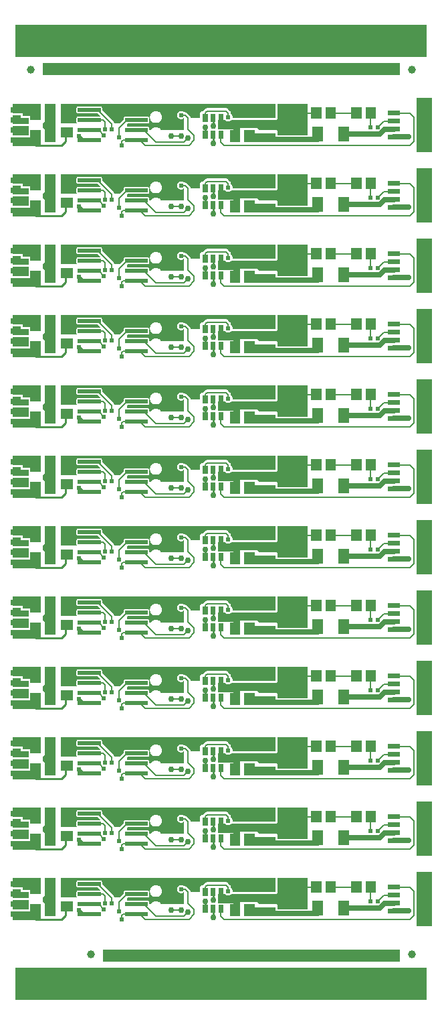
<source format=gbr>
G04 start of page 2 for group 0 idx 0 *
G04 Title: (unknown), top *
G04 Creator: pcb 4.0.2 *
G04 CreationDate: Mon Jul 24 21:31:33 2023 UTC *
G04 For: railfan *
G04 Format: Gerber/RS-274X *
G04 PCB-Dimensions (mil): 3000.00 5500.00 *
G04 PCB-Coordinate-Origin: lower left *
%MOIN*%
%FSLAX25Y25*%
%LNTOP*%
%ADD22C,0.0390*%
%ADD21C,0.0140*%
%ADD20C,0.0120*%
%ADD19C,0.0310*%
%ADD18C,0.0300*%
%ADD17C,0.0240*%
%ADD16C,0.0394*%
%ADD15C,0.0180*%
%ADD14C,0.0100*%
%ADD13C,0.0250*%
%ADD12C,0.0080*%
%ADD11C,0.0001*%
G54D11*G36*
X61000Y287500D02*Y292000D01*
X69000D01*
Y287500D01*
X61000D01*
G37*
G36*
Y293000D02*Y297500D01*
X65000D01*
Y293000D01*
X61000D01*
G37*
G36*
X69000Y296000D02*Y293000D01*
X61000D01*
Y296000D01*
X69000D01*
G37*
G36*
X61000Y303000D02*X67500D01*
Y298500D01*
X61000D01*
Y303000D01*
G37*
G36*
X75000D02*Y297000D01*
X66000D01*
Y303000D01*
X75000D01*
G37*
G36*
X61000Y282000D02*Y286500D01*
X75000D01*
Y282000D01*
X61000D01*
G37*
G36*
X77000Y303000D02*X82500D01*
Y284000D01*
X77000D01*
Y303000D01*
G37*
G36*
X85000D02*X92000D01*
Y293500D01*
X85000D01*
Y303000D01*
G37*
G36*
X78000Y290500D02*X77000D01*
X76000Y291500D01*
Y293500D01*
X77000Y294500D01*
X78000D01*
Y290500D01*
G37*
G36*
X96467Y298402D02*X96500Y298400D01*
X103116Y298404D01*
X104920Y296600D01*
X102033Y296598D01*
X102000Y296600D01*
X93406Y296594D01*
X93314Y296572D01*
X93227Y296536D01*
X93146Y296487D01*
X93074Y296426D01*
X93013Y296354D01*
X92964Y296273D01*
X92928Y296186D01*
X92906Y296094D01*
X92900Y296000D01*
X92906Y293906D01*
X92928Y293814D01*
X92964Y293727D01*
X93013Y293646D01*
X93074Y293574D01*
X93146Y293513D01*
X93168Y293500D01*
X86000D01*
Y303000D01*
X126500D01*
Y296599D01*
X125533Y296598D01*
X125500Y296600D01*
X116906Y296594D01*
X116814Y296572D01*
X116727Y296536D01*
X116646Y296487D01*
X116574Y296426D01*
X116513Y296354D01*
X116464Y296273D01*
X116428Y296186D01*
X116406Y296094D01*
X116400Y296000D01*
X116402Y295382D01*
X114520Y293500D01*
X111808D01*
X111751Y293638D01*
X111636Y293825D01*
X111636Y293826D01*
X111493Y293993D01*
X111451Y294029D01*
X105598Y299882D01*
X105594Y301094D01*
X105572Y301186D01*
X105536Y301273D01*
X105487Y301354D01*
X105426Y301426D01*
X105354Y301487D01*
X105273Y301536D01*
X105186Y301572D01*
X105094Y301594D01*
X105000Y301600D01*
X102033Y301598D01*
X102000Y301600D01*
X93406Y301594D01*
X93314Y301572D01*
X93227Y301536D01*
X93146Y301487D01*
X93074Y301426D01*
X93013Y301354D01*
X92964Y301273D01*
X92928Y301186D01*
X92906Y301094D01*
X92900Y301000D01*
X92906Y298906D01*
X92928Y298814D01*
X92964Y298727D01*
X93013Y298646D01*
X93074Y298574D01*
X93146Y298513D01*
X93227Y298464D01*
X93314Y298428D01*
X93406Y298406D01*
X93500Y298400D01*
X96467Y298402D01*
G37*
G36*
X126500Y293404D02*Y291599D01*
X125533Y291598D01*
X125500Y291600D01*
X118000Y291595D01*
Y293020D01*
X118381Y293401D01*
X119968Y293402D01*
X120000Y293400D01*
X126500Y293404D01*
G37*
G36*
X132495Y303000D02*X146500D01*
Y298900D01*
X146434D01*
X146419Y298919D01*
X146179Y299123D01*
X145911Y299288D01*
X145620Y299408D01*
X145314Y299481D01*
X145000Y299506D01*
X144686Y299481D01*
X144380Y299408D01*
X144089Y299288D01*
X143821Y299123D01*
X143581Y298919D01*
X143377Y298679D01*
X143212Y298411D01*
X143092Y298120D01*
X143019Y297814D01*
X142994Y297500D01*
X143019Y297186D01*
X143092Y296880D01*
X143212Y296589D01*
X143377Y296321D01*
X143581Y296081D01*
X143821Y295877D01*
X144089Y295712D01*
X144380Y295592D01*
X144686Y295519D01*
X145000Y295494D01*
X145314Y295519D01*
X145620Y295592D01*
X145911Y295712D01*
X146179Y295877D01*
X146419Y296081D01*
X146428Y296092D01*
X146500Y296020D01*
Y290000D01*
X135041D01*
X134894Y290239D01*
X134592Y290592D01*
X134239Y290894D01*
X133843Y291137D01*
X133414Y291314D01*
X132963Y291423D01*
X132500Y291459D01*
X132495Y291459D01*
Y293541D01*
X132500Y293541D01*
X132963Y293577D01*
X133414Y293686D01*
X133843Y293863D01*
X134239Y294106D01*
X134592Y294408D01*
X134894Y294761D01*
X135137Y295157D01*
X135314Y295586D01*
X135423Y296037D01*
X135450Y296500D01*
X135423Y296963D01*
X135314Y297414D01*
X135137Y297843D01*
X134894Y298239D01*
X134592Y298592D01*
X134239Y298894D01*
X133843Y299137D01*
X133414Y299314D01*
X132963Y299423D01*
X132500Y299459D01*
X132495Y299459D01*
Y303000D01*
G37*
G36*
X123000D02*X132495D01*
Y299459D01*
X132037Y299423D01*
X131586Y299314D01*
X131157Y299137D01*
X130761Y298894D01*
X130408Y298592D01*
X130106Y298239D01*
X129863Y297843D01*
X129686Y297414D01*
X129577Y296963D01*
X129541Y296500D01*
X129577Y296037D01*
X129686Y295586D01*
X129863Y295157D01*
X130106Y294761D01*
X130408Y294408D01*
X130761Y294106D01*
X131157Y293863D01*
X131586Y293686D01*
X132037Y293577D01*
X132495Y293541D01*
Y291459D01*
X132037Y291423D01*
X131586Y291314D01*
X131157Y291137D01*
X130761Y290894D01*
X130408Y290592D01*
X130106Y290239D01*
X129959Y290000D01*
X129097D01*
X129094Y291094D01*
X129072Y291186D01*
X129036Y291273D01*
X128987Y291354D01*
X128926Y291426D01*
X128854Y291487D01*
X128773Y291536D01*
X128686Y291572D01*
X128594Y291594D01*
X128500Y291600D01*
X125533Y291598D01*
X125500Y291600D01*
X123000Y291598D01*
Y293402D01*
X128594Y293406D01*
X128686Y293428D01*
X128773Y293464D01*
X128854Y293513D01*
X128926Y293574D01*
X128987Y293646D01*
X129036Y293727D01*
X129072Y293814D01*
X129094Y293906D01*
X129100Y294000D01*
X129094Y296094D01*
X129072Y296186D01*
X129036Y296273D01*
X128987Y296354D01*
X128926Y296426D01*
X128854Y296487D01*
X128773Y296536D01*
X128686Y296572D01*
X128594Y296594D01*
X128500Y296600D01*
X125533Y296598D01*
X125500Y296600D01*
X123000Y296598D01*
Y303000D01*
G37*
G36*
X96467Y263402D02*X96500Y263400D01*
X103116Y263404D01*
X104920Y261600D01*
X102033Y261598D01*
X102000Y261600D01*
X93406Y261594D01*
X93314Y261572D01*
X93227Y261536D01*
X93146Y261487D01*
X93074Y261426D01*
X93013Y261354D01*
X92964Y261273D01*
X92928Y261186D01*
X92906Y261094D01*
X92900Y261000D01*
X92906Y258906D01*
X92928Y258814D01*
X92964Y258727D01*
X93013Y258646D01*
X93074Y258574D01*
X93146Y258513D01*
X93168Y258500D01*
X86000D01*
Y268000D01*
X126500D01*
Y261599D01*
X125533Y261598D01*
X125500Y261600D01*
X116906Y261594D01*
X116814Y261572D01*
X116727Y261536D01*
X116646Y261487D01*
X116574Y261426D01*
X116513Y261354D01*
X116464Y261273D01*
X116428Y261186D01*
X116406Y261094D01*
X116400Y261000D01*
X116402Y260382D01*
X114520Y258500D01*
X111808D01*
X111751Y258638D01*
X111636Y258825D01*
X111636Y258826D01*
X111493Y258993D01*
X111451Y259029D01*
X105598Y264882D01*
X105594Y266094D01*
X105572Y266186D01*
X105536Y266273D01*
X105487Y266354D01*
X105426Y266426D01*
X105354Y266487D01*
X105273Y266536D01*
X105186Y266572D01*
X105094Y266594D01*
X105000Y266600D01*
X102033Y266598D01*
X102000Y266600D01*
X93406Y266594D01*
X93314Y266572D01*
X93227Y266536D01*
X93146Y266487D01*
X93074Y266426D01*
X93013Y266354D01*
X92964Y266273D01*
X92928Y266186D01*
X92906Y266094D01*
X92900Y266000D01*
X92906Y263906D01*
X92928Y263814D01*
X92964Y263727D01*
X93013Y263646D01*
X93074Y263574D01*
X93146Y263513D01*
X93227Y263464D01*
X93314Y263428D01*
X93406Y263406D01*
X93500Y263400D01*
X96467Y263402D01*
G37*
G36*
Y228402D02*X96500Y228400D01*
X103116Y228404D01*
X104920Y226600D01*
X102033Y226598D01*
X102000Y226600D01*
X93406Y226594D01*
X93314Y226572D01*
X93227Y226536D01*
X93146Y226487D01*
X93074Y226426D01*
X93013Y226354D01*
X92964Y226273D01*
X92928Y226186D01*
X92906Y226094D01*
X92900Y226000D01*
X92906Y223906D01*
X92928Y223814D01*
X92964Y223727D01*
X93013Y223646D01*
X93074Y223574D01*
X93146Y223513D01*
X93168Y223500D01*
X86000D01*
Y233000D01*
X126500D01*
Y226599D01*
X125533Y226598D01*
X125500Y226600D01*
X116906Y226594D01*
X116814Y226572D01*
X116727Y226536D01*
X116646Y226487D01*
X116574Y226426D01*
X116513Y226354D01*
X116464Y226273D01*
X116428Y226186D01*
X116406Y226094D01*
X116400Y226000D01*
X116402Y225382D01*
X114520Y223500D01*
X111808D01*
X111751Y223638D01*
X111636Y223825D01*
X111636Y223826D01*
X111493Y223993D01*
X111451Y224029D01*
X105598Y229882D01*
X105594Y231094D01*
X105572Y231186D01*
X105536Y231273D01*
X105487Y231354D01*
X105426Y231426D01*
X105354Y231487D01*
X105273Y231536D01*
X105186Y231572D01*
X105094Y231594D01*
X105000Y231600D01*
X102033Y231598D01*
X102000Y231600D01*
X93406Y231594D01*
X93314Y231572D01*
X93227Y231536D01*
X93146Y231487D01*
X93074Y231426D01*
X93013Y231354D01*
X92964Y231273D01*
X92928Y231186D01*
X92906Y231094D01*
X92900Y231000D01*
X92906Y228906D01*
X92928Y228814D01*
X92964Y228727D01*
X93013Y228646D01*
X93074Y228574D01*
X93146Y228513D01*
X93227Y228464D01*
X93314Y228428D01*
X93406Y228406D01*
X93500Y228400D01*
X96467Y228402D01*
G37*
G36*
X126500Y223404D02*Y221599D01*
X125533Y221598D01*
X125500Y221600D01*
X118000Y221595D01*
Y223020D01*
X118381Y223401D01*
X119968Y223402D01*
X120000Y223400D01*
X126500Y223404D01*
G37*
G36*
Y258404D02*Y256599D01*
X125533Y256598D01*
X125500Y256600D01*
X118000Y256595D01*
Y258020D01*
X118381Y258401D01*
X119968Y258402D01*
X120000Y258400D01*
X126500Y258404D01*
G37*
G36*
X132495Y268000D02*X146500D01*
Y263900D01*
X146434D01*
X146419Y263919D01*
X146179Y264123D01*
X145911Y264288D01*
X145620Y264408D01*
X145314Y264481D01*
X145000Y264506D01*
X144686Y264481D01*
X144380Y264408D01*
X144089Y264288D01*
X143821Y264123D01*
X143581Y263919D01*
X143377Y263679D01*
X143212Y263411D01*
X143092Y263120D01*
X143019Y262814D01*
X142994Y262500D01*
X143019Y262186D01*
X143092Y261880D01*
X143212Y261589D01*
X143377Y261321D01*
X143581Y261081D01*
X143821Y260877D01*
X144089Y260712D01*
X144380Y260592D01*
X144686Y260519D01*
X145000Y260494D01*
X145314Y260519D01*
X145620Y260592D01*
X145911Y260712D01*
X146179Y260877D01*
X146419Y261081D01*
X146428Y261092D01*
X146500Y261020D01*
Y255000D01*
X135041D01*
X134894Y255239D01*
X134592Y255592D01*
X134239Y255894D01*
X133843Y256137D01*
X133414Y256314D01*
X132963Y256423D01*
X132500Y256459D01*
X132495Y256459D01*
Y258541D01*
X132500Y258541D01*
X132963Y258577D01*
X133414Y258686D01*
X133843Y258863D01*
X134239Y259106D01*
X134592Y259408D01*
X134894Y259761D01*
X135137Y260157D01*
X135314Y260586D01*
X135423Y261037D01*
X135450Y261500D01*
X135423Y261963D01*
X135314Y262414D01*
X135137Y262843D01*
X134894Y263239D01*
X134592Y263592D01*
X134239Y263894D01*
X133843Y264137D01*
X133414Y264314D01*
X132963Y264423D01*
X132500Y264459D01*
X132495Y264459D01*
Y268000D01*
G37*
G36*
X123000D02*X132495D01*
Y264459D01*
X132037Y264423D01*
X131586Y264314D01*
X131157Y264137D01*
X130761Y263894D01*
X130408Y263592D01*
X130106Y263239D01*
X129863Y262843D01*
X129686Y262414D01*
X129577Y261963D01*
X129541Y261500D01*
X129577Y261037D01*
X129686Y260586D01*
X129863Y260157D01*
X130106Y259761D01*
X130408Y259408D01*
X130761Y259106D01*
X131157Y258863D01*
X131586Y258686D01*
X132037Y258577D01*
X132495Y258541D01*
Y256459D01*
X132037Y256423D01*
X131586Y256314D01*
X131157Y256137D01*
X130761Y255894D01*
X130408Y255592D01*
X130106Y255239D01*
X129959Y255000D01*
X129097D01*
X129094Y256094D01*
X129072Y256186D01*
X129036Y256273D01*
X128987Y256354D01*
X128926Y256426D01*
X128854Y256487D01*
X128773Y256536D01*
X128686Y256572D01*
X128594Y256594D01*
X128500Y256600D01*
X125533Y256598D01*
X125500Y256600D01*
X123000Y256598D01*
Y258402D01*
X128594Y258406D01*
X128686Y258428D01*
X128773Y258464D01*
X128854Y258513D01*
X128926Y258574D01*
X128987Y258646D01*
X129036Y258727D01*
X129072Y258814D01*
X129094Y258906D01*
X129100Y259000D01*
X129094Y261094D01*
X129072Y261186D01*
X129036Y261273D01*
X128987Y261354D01*
X128926Y261426D01*
X128854Y261487D01*
X128773Y261536D01*
X128686Y261572D01*
X128594Y261594D01*
X128500Y261600D01*
X125533Y261598D01*
X125500Y261600D01*
X123000Y261598D01*
Y268000D01*
G37*
G36*
X132495Y233000D02*X146500D01*
Y228900D01*
X146434D01*
X146419Y228919D01*
X146179Y229123D01*
X145911Y229288D01*
X145620Y229408D01*
X145314Y229481D01*
X145000Y229506D01*
X144686Y229481D01*
X144380Y229408D01*
X144089Y229288D01*
X143821Y229123D01*
X143581Y228919D01*
X143377Y228679D01*
X143212Y228411D01*
X143092Y228120D01*
X143019Y227814D01*
X142994Y227500D01*
X143019Y227186D01*
X143092Y226880D01*
X143212Y226589D01*
X143377Y226321D01*
X143581Y226081D01*
X143821Y225877D01*
X144089Y225712D01*
X144380Y225592D01*
X144686Y225519D01*
X145000Y225494D01*
X145314Y225519D01*
X145620Y225592D01*
X145911Y225712D01*
X146179Y225877D01*
X146419Y226081D01*
X146428Y226092D01*
X146500Y226020D01*
Y220000D01*
X135041D01*
X134894Y220239D01*
X134592Y220592D01*
X134239Y220894D01*
X133843Y221137D01*
X133414Y221314D01*
X132963Y221423D01*
X132500Y221459D01*
X132495Y221459D01*
Y223541D01*
X132500Y223541D01*
X132963Y223577D01*
X133414Y223686D01*
X133843Y223863D01*
X134239Y224106D01*
X134592Y224408D01*
X134894Y224761D01*
X135137Y225157D01*
X135314Y225586D01*
X135423Y226037D01*
X135450Y226500D01*
X135423Y226963D01*
X135314Y227414D01*
X135137Y227843D01*
X134894Y228239D01*
X134592Y228592D01*
X134239Y228894D01*
X133843Y229137D01*
X133414Y229314D01*
X132963Y229423D01*
X132500Y229459D01*
X132495Y229459D01*
Y233000D01*
G37*
G36*
X123000D02*X132495D01*
Y229459D01*
X132037Y229423D01*
X131586Y229314D01*
X131157Y229137D01*
X130761Y228894D01*
X130408Y228592D01*
X130106Y228239D01*
X129863Y227843D01*
X129686Y227414D01*
X129577Y226963D01*
X129541Y226500D01*
X129577Y226037D01*
X129686Y225586D01*
X129863Y225157D01*
X130106Y224761D01*
X130408Y224408D01*
X130761Y224106D01*
X131157Y223863D01*
X131586Y223686D01*
X132037Y223577D01*
X132495Y223541D01*
Y221459D01*
X132037Y221423D01*
X131586Y221314D01*
X131157Y221137D01*
X130761Y220894D01*
X130408Y220592D01*
X130106Y220239D01*
X129959Y220000D01*
X129097D01*
X129094Y221094D01*
X129072Y221186D01*
X129036Y221273D01*
X128987Y221354D01*
X128926Y221426D01*
X128854Y221487D01*
X128773Y221536D01*
X128686Y221572D01*
X128594Y221594D01*
X128500Y221600D01*
X125533Y221598D01*
X125500Y221600D01*
X123000Y221598D01*
Y223402D01*
X128594Y223406D01*
X128686Y223428D01*
X128773Y223464D01*
X128854Y223513D01*
X128926Y223574D01*
X128987Y223646D01*
X129036Y223727D01*
X129072Y223814D01*
X129094Y223906D01*
X129100Y224000D01*
X129094Y226094D01*
X129072Y226186D01*
X129036Y226273D01*
X128987Y226354D01*
X128926Y226426D01*
X128854Y226487D01*
X128773Y226536D01*
X128686Y226572D01*
X128594Y226594D01*
X128500Y226600D01*
X125533Y226598D01*
X125500Y226600D01*
X123000Y226598D01*
Y233000D01*
G37*
G36*
X61000Y252500D02*Y257000D01*
X69000D01*
Y252500D01*
X61000D01*
G37*
G36*
Y247000D02*Y251500D01*
X75000D01*
Y247000D01*
X61000D01*
G37*
G36*
Y258000D02*Y262500D01*
X65000D01*
Y258000D01*
X61000D01*
G37*
G36*
X69000Y261000D02*Y258000D01*
X61000D01*
Y261000D01*
X69000D01*
G37*
G36*
X61000Y268000D02*X67500D01*
Y263500D01*
X61000D01*
Y268000D01*
G37*
G36*
X75000D02*Y262000D01*
X66000D01*
Y268000D01*
X75000D01*
G37*
G36*
X77000D02*X82500D01*
Y249000D01*
X77000D01*
Y268000D01*
G37*
G36*
X78000Y255500D02*X77000D01*
X76000Y256500D01*
Y258500D01*
X77000Y259500D01*
X78000D01*
Y255500D01*
G37*
G36*
X77000Y233000D02*X82500D01*
Y214000D01*
X77000D01*
Y233000D01*
G37*
G36*
X78000Y220500D02*X77000D01*
X76000Y221500D01*
Y223500D01*
X77000Y224500D01*
X78000D01*
Y220500D01*
G37*
G36*
X85000Y268000D02*X92000D01*
Y258500D01*
X85000D01*
Y268000D01*
G37*
G36*
X61000Y223000D02*Y227500D01*
X65000D01*
Y223000D01*
X61000D01*
G37*
G36*
X69000Y226000D02*Y223000D01*
X61000D01*
Y226000D01*
X69000D01*
G37*
G36*
X61000Y233000D02*X67500D01*
Y228500D01*
X61000D01*
Y233000D01*
G37*
G36*
X75000D02*Y227000D01*
X66000D01*
Y233000D01*
X75000D01*
G37*
G36*
X85000D02*X92000D01*
Y223500D01*
X85000D01*
Y233000D01*
G37*
G36*
X172000Y265500D02*X192000D01*
Y261000D01*
X172000D01*
Y265500D01*
G37*
G36*
Y260000D02*X196000D01*
Y256000D01*
X172000D01*
Y260000D01*
G37*
G36*
X183000Y257000D02*X194500D01*
Y255000D01*
X184000D01*
X183000Y256000D01*
Y257000D01*
G37*
G36*
X192000Y253500D02*Y249500D01*
X177500D01*
Y253500D01*
X192000D01*
G37*
G36*
X193000Y268000D02*X208000D01*
Y252500D01*
X193000D01*
Y268000D01*
G37*
G36*
X171000Y260000D02*X174500D01*
Y249000D01*
X171000D01*
Y260000D01*
G37*
G36*
X172000D02*Y255500D01*
X163530D01*
X163500Y255549D01*
Y260000D01*
X166888D01*
X166940Y259940D01*
X167203Y259715D01*
X167498Y259534D01*
X167818Y259401D01*
X168155Y259320D01*
X168500Y259293D01*
X168845Y259320D01*
X169182Y259401D01*
X169502Y259534D01*
X169797Y259715D01*
X170060Y259940D01*
X170112Y260000D01*
X172000D01*
G37*
G36*
X192000Y261000D02*X170642D01*
X170680Y261155D01*
X170700Y261500D01*
X170680Y261845D01*
X170599Y262182D01*
X170466Y262502D01*
X170285Y262797D01*
X170060Y263060D01*
X169900Y263197D01*
Y263445D01*
X169904Y263500D01*
X169887Y263720D01*
X169836Y263934D01*
X169751Y264138D01*
X169636Y264325D01*
X169636Y264326D01*
X169493Y264493D01*
X169451Y264529D01*
X168529Y265451D01*
X168493Y265493D01*
X168326Y265636D01*
X168325Y265636D01*
X168138Y265751D01*
X167934Y265836D01*
X167720Y265887D01*
X167500Y265904D01*
X167445Y265900D01*
X158055D01*
X158000Y265904D01*
X157780Y265887D01*
X157566Y265836D01*
X157362Y265751D01*
X157175Y265636D01*
X157174Y265636D01*
X157007Y265493D01*
X156971Y265451D01*
X156149Y264629D01*
X156107Y264593D01*
X156017Y264488D01*
X155665Y264486D01*
X155435Y264431D01*
X155217Y264341D01*
X155016Y264217D01*
X154836Y264064D01*
X154683Y263884D01*
X154559Y263683D01*
X154469Y263465D01*
X154414Y263235D01*
X154400Y263000D01*
X154407Y261000D01*
X151000D01*
Y268000D01*
X192000D01*
Y261000D01*
G37*
G36*
X143000Y268000D02*X154000D01*
Y261000D01*
X149904D01*
Y261000D01*
X149887Y261220D01*
X149836Y261434D01*
X149751Y261638D01*
X149636Y261825D01*
X149636Y261826D01*
X149493Y261993D01*
X149451Y262029D01*
X148029Y263451D01*
X147993Y263493D01*
X147826Y263636D01*
X147825Y263636D01*
X147638Y263751D01*
X147434Y263836D01*
X147220Y263887D01*
X147000Y263904D01*
X146945Y263900D01*
X146434D01*
X146419Y263919D01*
X146179Y264123D01*
X145911Y264288D01*
X145620Y264408D01*
X145314Y264481D01*
X145000Y264506D01*
X144686Y264481D01*
X144380Y264408D01*
X144089Y264288D01*
X143821Y264123D01*
X143581Y263919D01*
X143377Y263679D01*
X143212Y263411D01*
X143092Y263120D01*
X143019Y262814D01*
X143000Y262578D01*
Y268000D01*
G37*
G36*
X172000Y230500D02*X192000D01*
Y226000D01*
X172000D01*
Y230500D01*
G37*
G36*
Y225000D02*X196000D01*
Y221000D01*
X172000D01*
Y225000D01*
G37*
G36*
X183000Y222000D02*X194500D01*
Y220000D01*
X184000D01*
X183000Y221000D01*
Y222000D01*
G37*
G36*
X192000Y218500D02*Y214500D01*
X177500D01*
Y218500D01*
X192000D01*
G37*
G36*
X193000Y233000D02*X208000D01*
Y217500D01*
X193000D01*
Y233000D01*
G37*
G36*
X171000Y225000D02*X174500D01*
Y214000D01*
X171000D01*
Y225000D01*
G37*
G36*
X172000D02*Y220500D01*
X163530D01*
X163500Y220549D01*
Y225000D01*
X166888D01*
X166940Y224940D01*
X167203Y224715D01*
X167498Y224534D01*
X167818Y224401D01*
X168155Y224320D01*
X168500Y224293D01*
X168845Y224320D01*
X169182Y224401D01*
X169502Y224534D01*
X169797Y224715D01*
X170060Y224940D01*
X170112Y225000D01*
X172000D01*
G37*
G36*
X192000Y226000D02*X170642D01*
X170680Y226155D01*
X170700Y226500D01*
X170680Y226845D01*
X170599Y227182D01*
X170466Y227502D01*
X170285Y227797D01*
X170060Y228060D01*
X169900Y228197D01*
Y228445D01*
X169904Y228500D01*
X169887Y228720D01*
X169836Y228934D01*
X169751Y229138D01*
X169636Y229325D01*
X169636Y229326D01*
X169493Y229493D01*
X169451Y229529D01*
X168529Y230451D01*
X168493Y230493D01*
X168326Y230636D01*
X168325Y230636D01*
X168138Y230751D01*
X167934Y230836D01*
X167720Y230887D01*
X167500Y230904D01*
X167445Y230900D01*
X158055D01*
X158000Y230904D01*
X157780Y230887D01*
X157566Y230836D01*
X157362Y230751D01*
X157175Y230636D01*
X157174Y230636D01*
X157007Y230493D01*
X156971Y230451D01*
X156149Y229629D01*
X156107Y229593D01*
X156017Y229488D01*
X155665Y229486D01*
X155435Y229431D01*
X155217Y229341D01*
X155016Y229217D01*
X154836Y229064D01*
X154683Y228884D01*
X154559Y228683D01*
X154469Y228465D01*
X154414Y228235D01*
X154400Y228000D01*
X154407Y226000D01*
X151000D01*
Y233000D01*
X192000D01*
Y226000D01*
G37*
G36*
X143000Y233000D02*X154000D01*
Y226000D01*
X149904D01*
Y226000D01*
X149887Y226220D01*
X149836Y226434D01*
X149751Y226638D01*
X149636Y226825D01*
X149636Y226826D01*
X149493Y226993D01*
X149451Y227029D01*
X148029Y228451D01*
X147993Y228493D01*
X147826Y228636D01*
X147825Y228636D01*
X147638Y228751D01*
X147434Y228836D01*
X147220Y228887D01*
X147000Y228904D01*
X146945Y228900D01*
X146434D01*
X146419Y228919D01*
X146179Y229123D01*
X145911Y229288D01*
X145620Y229408D01*
X145314Y229481D01*
X145000Y229506D01*
X144686Y229481D01*
X144380Y229408D01*
X144089Y229288D01*
X143821Y229123D01*
X143581Y228919D01*
X143377Y228679D01*
X143212Y228411D01*
X143092Y228120D01*
X143019Y227814D01*
X143000Y227578D01*
Y233000D01*
G37*
G36*
X172000Y195500D02*X192000D01*
Y191000D01*
X172000D01*
Y195500D01*
G37*
G36*
Y190000D02*X196000D01*
Y186000D01*
X172000D01*
Y190000D01*
G37*
G36*
X183000Y187000D02*X194500D01*
Y185000D01*
X184000D01*
X183000Y186000D01*
Y187000D01*
G37*
G36*
X192000Y183500D02*Y179500D01*
X177500D01*
Y183500D01*
X192000D01*
G37*
G36*
X193000Y198000D02*X208000D01*
Y182500D01*
X193000D01*
Y198000D01*
G37*
G36*
X171000Y190000D02*X174500D01*
Y179000D01*
X171000D01*
Y190000D01*
G37*
G36*
X172000D02*Y185500D01*
X163530D01*
X163500Y185549D01*
Y190000D01*
X166888D01*
X166940Y189940D01*
X167203Y189715D01*
X167498Y189534D01*
X167818Y189401D01*
X168155Y189320D01*
X168500Y189293D01*
X168845Y189320D01*
X169182Y189401D01*
X169502Y189534D01*
X169797Y189715D01*
X170060Y189940D01*
X170112Y190000D01*
X172000D01*
G37*
G36*
X192000Y191000D02*X170642D01*
X170680Y191155D01*
X170700Y191500D01*
X170680Y191845D01*
X170599Y192182D01*
X170466Y192502D01*
X170285Y192797D01*
X170060Y193060D01*
X169900Y193197D01*
Y193445D01*
X169904Y193500D01*
X169887Y193720D01*
X169836Y193934D01*
X169751Y194138D01*
X169636Y194325D01*
X169636Y194326D01*
X169493Y194493D01*
X169451Y194529D01*
X168529Y195451D01*
X168493Y195493D01*
X168326Y195636D01*
X168325Y195636D01*
X168138Y195751D01*
X167934Y195836D01*
X167720Y195887D01*
X167500Y195904D01*
X167445Y195900D01*
X158055D01*
X158000Y195904D01*
X157780Y195887D01*
X157566Y195836D01*
X157362Y195751D01*
X157175Y195636D01*
X157174Y195636D01*
X157007Y195493D01*
X156971Y195451D01*
X156149Y194629D01*
X156107Y194593D01*
X156017Y194488D01*
X155665Y194486D01*
X155435Y194431D01*
X155217Y194341D01*
X155016Y194217D01*
X154836Y194064D01*
X154683Y193884D01*
X154559Y193683D01*
X154469Y193465D01*
X154414Y193235D01*
X154400Y193000D01*
X154407Y191000D01*
X151000D01*
Y198000D01*
X192000D01*
Y191000D01*
G37*
G36*
X143000Y198000D02*X154000D01*
Y191000D01*
X149904D01*
Y191000D01*
X149887Y191220D01*
X149836Y191434D01*
X149751Y191638D01*
X149636Y191825D01*
X149636Y191826D01*
X149493Y191993D01*
X149451Y192029D01*
X148029Y193451D01*
X147993Y193493D01*
X147826Y193636D01*
X147825Y193636D01*
X147638Y193751D01*
X147434Y193836D01*
X147220Y193887D01*
X147000Y193904D01*
X146945Y193900D01*
X146434D01*
X146419Y193919D01*
X146179Y194123D01*
X145911Y194288D01*
X145620Y194408D01*
X145314Y194481D01*
X145000Y194506D01*
X144686Y194481D01*
X144380Y194408D01*
X144089Y194288D01*
X143821Y194123D01*
X143581Y193919D01*
X143377Y193679D01*
X143212Y193411D01*
X143092Y193120D01*
X143019Y192814D01*
X143000Y192578D01*
Y198000D01*
G37*
G36*
X172000Y160500D02*X192000D01*
Y156000D01*
X172000D01*
Y160500D01*
G37*
G36*
Y155000D02*X196000D01*
Y151000D01*
X172000D01*
Y155000D01*
G37*
G36*
X183000Y152000D02*X194500D01*
Y150000D01*
X184000D01*
X183000Y151000D01*
Y152000D01*
G37*
G36*
X192000Y148500D02*Y144500D01*
X177500D01*
Y148500D01*
X192000D01*
G37*
G36*
X193000Y163000D02*X208000D01*
Y147500D01*
X193000D01*
Y163000D01*
G37*
G36*
X171000Y155000D02*X174500D01*
Y144000D01*
X171000D01*
Y155000D01*
G37*
G36*
X172000D02*Y150500D01*
X163530D01*
X163500Y150549D01*
Y155000D01*
X166888D01*
X166940Y154940D01*
X167203Y154715D01*
X167498Y154534D01*
X167818Y154401D01*
X168155Y154320D01*
X168500Y154293D01*
X168845Y154320D01*
X169182Y154401D01*
X169502Y154534D01*
X169797Y154715D01*
X170060Y154940D01*
X170112Y155000D01*
X172000D01*
G37*
G36*
X192000Y156000D02*X170642D01*
X170680Y156155D01*
X170700Y156500D01*
X170680Y156845D01*
X170599Y157182D01*
X170466Y157502D01*
X170285Y157797D01*
X170060Y158060D01*
X169900Y158197D01*
Y158445D01*
X169904Y158500D01*
X169887Y158720D01*
X169836Y158934D01*
X169751Y159138D01*
X169636Y159325D01*
X169636Y159326D01*
X169493Y159493D01*
X169451Y159529D01*
X168529Y160451D01*
X168493Y160493D01*
X168326Y160636D01*
X168325Y160636D01*
X168138Y160751D01*
X167934Y160836D01*
X167720Y160887D01*
X167500Y160904D01*
X167445Y160900D01*
X158055D01*
X158000Y160904D01*
X157780Y160887D01*
X157566Y160836D01*
X157362Y160751D01*
X157175Y160636D01*
X157174Y160636D01*
X157007Y160493D01*
X156971Y160451D01*
X156149Y159629D01*
X156107Y159593D01*
X156017Y159488D01*
X155665Y159486D01*
X155435Y159431D01*
X155217Y159341D01*
X155016Y159217D01*
X154836Y159064D01*
X154683Y158884D01*
X154559Y158683D01*
X154469Y158465D01*
X154414Y158235D01*
X154400Y158000D01*
X154407Y156000D01*
X151000D01*
Y163000D01*
X192000D01*
Y156000D01*
G37*
G36*
X143000Y163000D02*X154000D01*
Y156000D01*
X149904D01*
Y156000D01*
X149887Y156220D01*
X149836Y156434D01*
X149751Y156638D01*
X149636Y156825D01*
X149636Y156826D01*
X149493Y156993D01*
X149451Y157029D01*
X148029Y158451D01*
X147993Y158493D01*
X147826Y158636D01*
X147825Y158636D01*
X147638Y158751D01*
X147434Y158836D01*
X147220Y158887D01*
X147000Y158904D01*
X146945Y158900D01*
X146434D01*
X146419Y158919D01*
X146179Y159123D01*
X145911Y159288D01*
X145620Y159408D01*
X145314Y159481D01*
X145000Y159506D01*
X144686Y159481D01*
X144380Y159408D01*
X144089Y159288D01*
X143821Y159123D01*
X143581Y158919D01*
X143377Y158679D01*
X143212Y158411D01*
X143092Y158120D01*
X143019Y157814D01*
X143000Y157578D01*
Y163000D01*
G37*
G36*
X172000Y125500D02*X192000D01*
Y121000D01*
X172000D01*
Y125500D01*
G37*
G36*
Y120000D02*X196000D01*
Y116000D01*
X172000D01*
Y120000D01*
G37*
G36*
X183000Y117000D02*X194500D01*
Y115000D01*
X184000D01*
X183000Y116000D01*
Y117000D01*
G37*
G36*
X192000Y113500D02*Y109500D01*
X177500D01*
Y113500D01*
X192000D01*
G37*
G36*
X193000Y128000D02*X208000D01*
Y112500D01*
X193000D01*
Y128000D01*
G37*
G36*
X171000Y120000D02*X174500D01*
Y109000D01*
X171000D01*
Y120000D01*
G37*
G36*
X172000D02*Y115500D01*
X163530D01*
X163500Y115549D01*
Y120000D01*
X166888D01*
X166940Y119940D01*
X167203Y119715D01*
X167498Y119534D01*
X167818Y119401D01*
X168155Y119320D01*
X168500Y119293D01*
X168845Y119320D01*
X169182Y119401D01*
X169502Y119534D01*
X169797Y119715D01*
X170060Y119940D01*
X170112Y120000D01*
X172000D01*
G37*
G36*
X192000Y121000D02*X170642D01*
X170680Y121155D01*
X170700Y121500D01*
X170680Y121845D01*
X170599Y122182D01*
X170466Y122502D01*
X170285Y122797D01*
X170060Y123060D01*
X169900Y123197D01*
Y123445D01*
X169904Y123500D01*
X169887Y123720D01*
X169836Y123934D01*
X169751Y124138D01*
X169636Y124325D01*
X169636Y124326D01*
X169493Y124493D01*
X169451Y124529D01*
X168529Y125451D01*
X168493Y125493D01*
X168326Y125636D01*
X168325Y125636D01*
X168138Y125751D01*
X167934Y125836D01*
X167720Y125887D01*
X167500Y125904D01*
X167445Y125900D01*
X158055D01*
X158000Y125904D01*
X157780Y125887D01*
X157566Y125836D01*
X157362Y125751D01*
X157175Y125636D01*
X157174Y125636D01*
X157007Y125493D01*
X156971Y125451D01*
X156149Y124629D01*
X156107Y124593D01*
X156017Y124488D01*
X155665Y124486D01*
X155435Y124431D01*
X155217Y124341D01*
X155016Y124217D01*
X154836Y124064D01*
X154683Y123884D01*
X154559Y123683D01*
X154469Y123465D01*
X154414Y123235D01*
X154400Y123000D01*
X154407Y121000D01*
X151000D01*
Y128000D01*
X192000D01*
Y121000D01*
G37*
G36*
X143000Y128000D02*X154000D01*
Y121000D01*
X149904D01*
Y121000D01*
X149887Y121220D01*
X149836Y121434D01*
X149751Y121638D01*
X149636Y121825D01*
X149636Y121826D01*
X149493Y121993D01*
X149451Y122029D01*
X148029Y123451D01*
X147993Y123493D01*
X147826Y123636D01*
X147825Y123636D01*
X147638Y123751D01*
X147434Y123836D01*
X147220Y123887D01*
X147000Y123904D01*
X146945Y123900D01*
X146434D01*
X146419Y123919D01*
X146179Y124123D01*
X145911Y124288D01*
X145620Y124408D01*
X145314Y124481D01*
X145000Y124506D01*
X144686Y124481D01*
X144380Y124408D01*
X144089Y124288D01*
X143821Y124123D01*
X143581Y123919D01*
X143377Y123679D01*
X143212Y123411D01*
X143092Y123120D01*
X143019Y122814D01*
X143000Y122578D01*
Y128000D01*
G37*
G36*
X172000Y90500D02*X192000D01*
Y86000D01*
X172000D01*
Y90500D01*
G37*
G36*
Y85000D02*X196000D01*
Y81000D01*
X172000D01*
Y85000D01*
G37*
G36*
X183000Y82000D02*X194500D01*
Y80000D01*
X184000D01*
X183000Y81000D01*
Y82000D01*
G37*
G36*
X192000Y78500D02*Y74500D01*
X177500D01*
Y78500D01*
X192000D01*
G37*
G36*
X193000Y93000D02*X208000D01*
Y77500D01*
X193000D01*
Y93000D01*
G37*
G36*
X171000Y85000D02*X174500D01*
Y74000D01*
X171000D01*
Y85000D01*
G37*
G36*
X172000D02*Y80500D01*
X163530D01*
X163500Y80549D01*
Y85000D01*
X166888D01*
X166940Y84940D01*
X167203Y84715D01*
X167498Y84534D01*
X167818Y84401D01*
X168155Y84320D01*
X168500Y84293D01*
X168845Y84320D01*
X169182Y84401D01*
X169502Y84534D01*
X169797Y84715D01*
X170060Y84940D01*
X170112Y85000D01*
X172000D01*
G37*
G36*
X192000Y86000D02*X170642D01*
X170680Y86155D01*
X170700Y86500D01*
X170680Y86845D01*
X170599Y87182D01*
X170466Y87502D01*
X170285Y87797D01*
X170060Y88060D01*
X169900Y88197D01*
Y88445D01*
X169904Y88500D01*
X169887Y88720D01*
X169836Y88934D01*
X169751Y89138D01*
X169636Y89325D01*
X169636Y89326D01*
X169493Y89493D01*
X169451Y89529D01*
X168529Y90451D01*
X168493Y90493D01*
X168326Y90636D01*
X168325Y90636D01*
X168138Y90751D01*
X167934Y90836D01*
X167720Y90887D01*
X167500Y90904D01*
X167445Y90900D01*
X158055D01*
X158000Y90904D01*
X157780Y90887D01*
X157566Y90836D01*
X157362Y90751D01*
X157175Y90636D01*
X157174Y90636D01*
X157007Y90493D01*
X156971Y90451D01*
X156149Y89629D01*
X156107Y89593D01*
X156017Y89488D01*
X155665Y89486D01*
X155435Y89431D01*
X155217Y89341D01*
X155016Y89217D01*
X154836Y89064D01*
X154683Y88884D01*
X154559Y88683D01*
X154469Y88465D01*
X154414Y88235D01*
X154400Y88000D01*
X154407Y86000D01*
X151000D01*
Y93000D01*
X192000D01*
Y86000D01*
G37*
G36*
X143000Y93000D02*X154000D01*
Y86000D01*
X149904D01*
Y86000D01*
X149887Y86220D01*
X149836Y86434D01*
X149751Y86638D01*
X149636Y86825D01*
X149636Y86826D01*
X149493Y86993D01*
X149451Y87029D01*
X148029Y88451D01*
X147993Y88493D01*
X147826Y88636D01*
X147825Y88636D01*
X147638Y88751D01*
X147434Y88836D01*
X147220Y88887D01*
X147000Y88904D01*
X146945Y88900D01*
X146434D01*
X146419Y88919D01*
X146179Y89123D01*
X145911Y89288D01*
X145620Y89408D01*
X145314Y89481D01*
X145000Y89506D01*
X144686Y89481D01*
X144380Y89408D01*
X144089Y89288D01*
X143821Y89123D01*
X143581Y88919D01*
X143377Y88679D01*
X143212Y88411D01*
X143092Y88120D01*
X143019Y87814D01*
X143000Y87578D01*
Y93000D01*
G37*
G36*
X61000Y217500D02*Y222000D01*
X69000D01*
Y217500D01*
X61000D01*
G37*
G36*
X270000Y271000D02*Y244000D01*
X262500D01*
Y271000D01*
X270000D01*
G37*
G36*
Y236000D02*Y209000D01*
X262500D01*
Y236000D01*
X270000D01*
G37*
G36*
X61000Y212000D02*Y216500D01*
X75000D01*
Y212000D01*
X61000D01*
G37*
G36*
Y182500D02*Y187000D01*
X69000D01*
Y182500D01*
X61000D01*
G37*
G36*
Y177000D02*Y181500D01*
X75000D01*
Y177000D01*
X61000D01*
G37*
G36*
Y188000D02*Y192500D01*
X65000D01*
Y188000D01*
X61000D01*
G37*
G36*
X69000Y191000D02*Y188000D01*
X61000D01*
Y191000D01*
X69000D01*
G37*
G36*
X61000Y198000D02*X67500D01*
Y193500D01*
X61000D01*
Y198000D01*
G37*
G36*
X75000D02*Y192000D01*
X66000D01*
Y198000D01*
X75000D01*
G37*
G36*
X77000D02*X82500D01*
Y179000D01*
X77000D01*
Y198000D01*
G37*
G36*
X78000Y185500D02*X77000D01*
X76000Y186500D01*
Y188500D01*
X77000Y189500D01*
X78000D01*
Y185500D01*
G37*
G36*
X85000Y198000D02*X92000D01*
Y188500D01*
X85000D01*
Y198000D01*
G37*
G36*
X96467Y193402D02*X96500Y193400D01*
X103116Y193404D01*
X104920Y191600D01*
X102033Y191598D01*
X102000Y191600D01*
X93406Y191594D01*
X93314Y191572D01*
X93227Y191536D01*
X93146Y191487D01*
X93074Y191426D01*
X93013Y191354D01*
X92964Y191273D01*
X92928Y191186D01*
X92906Y191094D01*
X92900Y191000D01*
X92906Y188906D01*
X92928Y188814D01*
X92964Y188727D01*
X93013Y188646D01*
X93074Y188574D01*
X93146Y188513D01*
X93168Y188500D01*
X86000D01*
Y198000D01*
X126500D01*
Y191599D01*
X125533Y191598D01*
X125500Y191600D01*
X116906Y191594D01*
X116814Y191572D01*
X116727Y191536D01*
X116646Y191487D01*
X116574Y191426D01*
X116513Y191354D01*
X116464Y191273D01*
X116428Y191186D01*
X116406Y191094D01*
X116400Y191000D01*
X116402Y190382D01*
X114520Y188500D01*
X111808D01*
X111751Y188638D01*
X111636Y188825D01*
X111636Y188826D01*
X111493Y188993D01*
X111451Y189029D01*
X105598Y194882D01*
X105594Y196094D01*
X105572Y196186D01*
X105536Y196273D01*
X105487Y196354D01*
X105426Y196426D01*
X105354Y196487D01*
X105273Y196536D01*
X105186Y196572D01*
X105094Y196594D01*
X105000Y196600D01*
X102033Y196598D01*
X102000Y196600D01*
X93406Y196594D01*
X93314Y196572D01*
X93227Y196536D01*
X93146Y196487D01*
X93074Y196426D01*
X93013Y196354D01*
X92964Y196273D01*
X92928Y196186D01*
X92906Y196094D01*
X92900Y196000D01*
X92906Y193906D01*
X92928Y193814D01*
X92964Y193727D01*
X93013Y193646D01*
X93074Y193574D01*
X93146Y193513D01*
X93227Y193464D01*
X93314Y193428D01*
X93406Y193406D01*
X93500Y193400D01*
X96467Y193402D01*
G37*
G36*
X126500Y188404D02*Y186599D01*
X125533Y186598D01*
X125500Y186600D01*
X118000Y186595D01*
Y188020D01*
X118381Y188401D01*
X119968Y188402D01*
X120000Y188400D01*
X126500Y188404D01*
G37*
G36*
X132495Y198000D02*X146500D01*
Y193900D01*
X146434D01*
X146419Y193919D01*
X146179Y194123D01*
X145911Y194288D01*
X145620Y194408D01*
X145314Y194481D01*
X145000Y194506D01*
X144686Y194481D01*
X144380Y194408D01*
X144089Y194288D01*
X143821Y194123D01*
X143581Y193919D01*
X143377Y193679D01*
X143212Y193411D01*
X143092Y193120D01*
X143019Y192814D01*
X142994Y192500D01*
X143019Y192186D01*
X143092Y191880D01*
X143212Y191589D01*
X143377Y191321D01*
X143581Y191081D01*
X143821Y190877D01*
X144089Y190712D01*
X144380Y190592D01*
X144686Y190519D01*
X145000Y190494D01*
X145314Y190519D01*
X145620Y190592D01*
X145911Y190712D01*
X146179Y190877D01*
X146419Y191081D01*
X146428Y191092D01*
X146500Y191020D01*
Y185000D01*
X135041D01*
X134894Y185239D01*
X134592Y185592D01*
X134239Y185894D01*
X133843Y186137D01*
X133414Y186314D01*
X132963Y186423D01*
X132500Y186459D01*
X132495Y186459D01*
Y188541D01*
X132500Y188541D01*
X132963Y188577D01*
X133414Y188686D01*
X133843Y188863D01*
X134239Y189106D01*
X134592Y189408D01*
X134894Y189761D01*
X135137Y190157D01*
X135314Y190586D01*
X135423Y191037D01*
X135450Y191500D01*
X135423Y191963D01*
X135314Y192414D01*
X135137Y192843D01*
X134894Y193239D01*
X134592Y193592D01*
X134239Y193894D01*
X133843Y194137D01*
X133414Y194314D01*
X132963Y194423D01*
X132500Y194459D01*
X132495Y194459D01*
Y198000D01*
G37*
G36*
X123000D02*X132495D01*
Y194459D01*
X132037Y194423D01*
X131586Y194314D01*
X131157Y194137D01*
X130761Y193894D01*
X130408Y193592D01*
X130106Y193239D01*
X129863Y192843D01*
X129686Y192414D01*
X129577Y191963D01*
X129541Y191500D01*
X129577Y191037D01*
X129686Y190586D01*
X129863Y190157D01*
X130106Y189761D01*
X130408Y189408D01*
X130761Y189106D01*
X131157Y188863D01*
X131586Y188686D01*
X132037Y188577D01*
X132495Y188541D01*
Y186459D01*
X132037Y186423D01*
X131586Y186314D01*
X131157Y186137D01*
X130761Y185894D01*
X130408Y185592D01*
X130106Y185239D01*
X129959Y185000D01*
X129097D01*
X129094Y186094D01*
X129072Y186186D01*
X129036Y186273D01*
X128987Y186354D01*
X128926Y186426D01*
X128854Y186487D01*
X128773Y186536D01*
X128686Y186572D01*
X128594Y186594D01*
X128500Y186600D01*
X125533Y186598D01*
X125500Y186600D01*
X123000Y186598D01*
Y188402D01*
X128594Y188406D01*
X128686Y188428D01*
X128773Y188464D01*
X128854Y188513D01*
X128926Y188574D01*
X128987Y188646D01*
X129036Y188727D01*
X129072Y188814D01*
X129094Y188906D01*
X129100Y189000D01*
X129094Y191094D01*
X129072Y191186D01*
X129036Y191273D01*
X128987Y191354D01*
X128926Y191426D01*
X128854Y191487D01*
X128773Y191536D01*
X128686Y191572D01*
X128594Y191594D01*
X128500Y191600D01*
X125533Y191598D01*
X125500Y191600D01*
X123000Y191598D01*
Y198000D01*
G37*
G36*
X270000Y201000D02*Y174000D01*
X262500D01*
Y201000D01*
X270000D01*
G37*
G36*
X61000Y147500D02*Y152000D01*
X69000D01*
Y147500D01*
X61000D01*
G37*
G36*
Y153000D02*Y157500D01*
X65000D01*
Y153000D01*
X61000D01*
G37*
G36*
X69000Y156000D02*Y153000D01*
X61000D01*
Y156000D01*
X69000D01*
G37*
G36*
X61000Y163000D02*X67500D01*
Y158500D01*
X61000D01*
Y163000D01*
G37*
G36*
X75000D02*Y157000D01*
X66000D01*
Y163000D01*
X75000D01*
G37*
G36*
X61000Y142000D02*Y146500D01*
X75000D01*
Y142000D01*
X61000D01*
G37*
G36*
X77000Y163000D02*X82500D01*
Y144000D01*
X77000D01*
Y163000D01*
G37*
G36*
X85000D02*X92000D01*
Y153500D01*
X85000D01*
Y163000D01*
G37*
G36*
X78000Y150500D02*X77000D01*
X76000Y151500D01*
Y153500D01*
X77000Y154500D01*
X78000D01*
Y150500D01*
G37*
G36*
X270000Y166000D02*Y139000D01*
X262500D01*
Y166000D01*
X270000D01*
G37*
G36*
X96467Y158402D02*X96500Y158400D01*
X103116Y158404D01*
X104920Y156600D01*
X102033Y156598D01*
X102000Y156600D01*
X93406Y156594D01*
X93314Y156572D01*
X93227Y156536D01*
X93146Y156487D01*
X93074Y156426D01*
X93013Y156354D01*
X92964Y156273D01*
X92928Y156186D01*
X92906Y156094D01*
X92900Y156000D01*
X92906Y153906D01*
X92928Y153814D01*
X92964Y153727D01*
X93013Y153646D01*
X93074Y153574D01*
X93146Y153513D01*
X93168Y153500D01*
X86000D01*
Y163000D01*
X126500D01*
Y156599D01*
X125533Y156598D01*
X125500Y156600D01*
X116906Y156594D01*
X116814Y156572D01*
X116727Y156536D01*
X116646Y156487D01*
X116574Y156426D01*
X116513Y156354D01*
X116464Y156273D01*
X116428Y156186D01*
X116406Y156094D01*
X116400Y156000D01*
X116402Y155382D01*
X114520Y153500D01*
X111808D01*
X111751Y153638D01*
X111636Y153825D01*
X111636Y153826D01*
X111493Y153993D01*
X111451Y154029D01*
X105598Y159882D01*
X105594Y161094D01*
X105572Y161186D01*
X105536Y161273D01*
X105487Y161354D01*
X105426Y161426D01*
X105354Y161487D01*
X105273Y161536D01*
X105186Y161572D01*
X105094Y161594D01*
X105000Y161600D01*
X102033Y161598D01*
X102000Y161600D01*
X93406Y161594D01*
X93314Y161572D01*
X93227Y161536D01*
X93146Y161487D01*
X93074Y161426D01*
X93013Y161354D01*
X92964Y161273D01*
X92928Y161186D01*
X92906Y161094D01*
X92900Y161000D01*
X92906Y158906D01*
X92928Y158814D01*
X92964Y158727D01*
X93013Y158646D01*
X93074Y158574D01*
X93146Y158513D01*
X93227Y158464D01*
X93314Y158428D01*
X93406Y158406D01*
X93500Y158400D01*
X96467Y158402D01*
G37*
G36*
X126500Y153404D02*Y151599D01*
X125533Y151598D01*
X125500Y151600D01*
X118000Y151595D01*
Y153020D01*
X118381Y153401D01*
X119968Y153402D01*
X120000Y153400D01*
X126500Y153404D01*
G37*
G36*
X132495Y163000D02*X146500D01*
Y158900D01*
X146434D01*
X146419Y158919D01*
X146179Y159123D01*
X145911Y159288D01*
X145620Y159408D01*
X145314Y159481D01*
X145000Y159506D01*
X144686Y159481D01*
X144380Y159408D01*
X144089Y159288D01*
X143821Y159123D01*
X143581Y158919D01*
X143377Y158679D01*
X143212Y158411D01*
X143092Y158120D01*
X143019Y157814D01*
X142994Y157500D01*
X143019Y157186D01*
X143092Y156880D01*
X143212Y156589D01*
X143377Y156321D01*
X143581Y156081D01*
X143821Y155877D01*
X144089Y155712D01*
X144380Y155592D01*
X144686Y155519D01*
X145000Y155494D01*
X145314Y155519D01*
X145620Y155592D01*
X145911Y155712D01*
X146179Y155877D01*
X146419Y156081D01*
X146428Y156092D01*
X146500Y156020D01*
Y150000D01*
X135041D01*
X134894Y150239D01*
X134592Y150592D01*
X134239Y150894D01*
X133843Y151137D01*
X133414Y151314D01*
X132963Y151423D01*
X132500Y151459D01*
X132495Y151459D01*
Y153541D01*
X132500Y153541D01*
X132963Y153577D01*
X133414Y153686D01*
X133843Y153863D01*
X134239Y154106D01*
X134592Y154408D01*
X134894Y154761D01*
X135137Y155157D01*
X135314Y155586D01*
X135423Y156037D01*
X135450Y156500D01*
X135423Y156963D01*
X135314Y157414D01*
X135137Y157843D01*
X134894Y158239D01*
X134592Y158592D01*
X134239Y158894D01*
X133843Y159137D01*
X133414Y159314D01*
X132963Y159423D01*
X132500Y159459D01*
X132495Y159459D01*
Y163000D01*
G37*
G36*
X123000D02*X132495D01*
Y159459D01*
X132037Y159423D01*
X131586Y159314D01*
X131157Y159137D01*
X130761Y158894D01*
X130408Y158592D01*
X130106Y158239D01*
X129863Y157843D01*
X129686Y157414D01*
X129577Y156963D01*
X129541Y156500D01*
X129577Y156037D01*
X129686Y155586D01*
X129863Y155157D01*
X130106Y154761D01*
X130408Y154408D01*
X130761Y154106D01*
X131157Y153863D01*
X131586Y153686D01*
X132037Y153577D01*
X132495Y153541D01*
Y151459D01*
X132037Y151423D01*
X131586Y151314D01*
X131157Y151137D01*
X130761Y150894D01*
X130408Y150592D01*
X130106Y150239D01*
X129959Y150000D01*
X129097D01*
X129094Y151094D01*
X129072Y151186D01*
X129036Y151273D01*
X128987Y151354D01*
X128926Y151426D01*
X128854Y151487D01*
X128773Y151536D01*
X128686Y151572D01*
X128594Y151594D01*
X128500Y151600D01*
X125533Y151598D01*
X125500Y151600D01*
X123000Y151598D01*
Y153402D01*
X128594Y153406D01*
X128686Y153428D01*
X128773Y153464D01*
X128854Y153513D01*
X128926Y153574D01*
X128987Y153646D01*
X129036Y153727D01*
X129072Y153814D01*
X129094Y153906D01*
X129100Y154000D01*
X129094Y156094D01*
X129072Y156186D01*
X129036Y156273D01*
X128987Y156354D01*
X128926Y156426D01*
X128854Y156487D01*
X128773Y156536D01*
X128686Y156572D01*
X128594Y156594D01*
X128500Y156600D01*
X125533Y156598D01*
X125500Y156600D01*
X123000Y156598D01*
Y163000D01*
G37*
G36*
X96467Y123402D02*X96500Y123400D01*
X103116Y123404D01*
X104920Y121600D01*
X102033Y121598D01*
X102000Y121600D01*
X93406Y121594D01*
X93314Y121572D01*
X93227Y121536D01*
X93146Y121487D01*
X93074Y121426D01*
X93013Y121354D01*
X92964Y121273D01*
X92928Y121186D01*
X92906Y121094D01*
X92900Y121000D01*
X92906Y118906D01*
X92928Y118814D01*
X92964Y118727D01*
X93013Y118646D01*
X93074Y118574D01*
X93146Y118513D01*
X93168Y118500D01*
X86000D01*
Y128000D01*
X126500D01*
Y121599D01*
X125533Y121598D01*
X125500Y121600D01*
X116906Y121594D01*
X116814Y121572D01*
X116727Y121536D01*
X116646Y121487D01*
X116574Y121426D01*
X116513Y121354D01*
X116464Y121273D01*
X116428Y121186D01*
X116406Y121094D01*
X116400Y121000D01*
X116402Y120382D01*
X114520Y118500D01*
X111808D01*
X111751Y118638D01*
X111636Y118825D01*
X111636Y118826D01*
X111493Y118993D01*
X111451Y119029D01*
X105598Y124882D01*
X105594Y126094D01*
X105572Y126186D01*
X105536Y126273D01*
X105487Y126354D01*
X105426Y126426D01*
X105354Y126487D01*
X105273Y126536D01*
X105186Y126572D01*
X105094Y126594D01*
X105000Y126600D01*
X102033Y126598D01*
X102000Y126600D01*
X93406Y126594D01*
X93314Y126572D01*
X93227Y126536D01*
X93146Y126487D01*
X93074Y126426D01*
X93013Y126354D01*
X92964Y126273D01*
X92928Y126186D01*
X92906Y126094D01*
X92900Y126000D01*
X92906Y123906D01*
X92928Y123814D01*
X92964Y123727D01*
X93013Y123646D01*
X93074Y123574D01*
X93146Y123513D01*
X93227Y123464D01*
X93314Y123428D01*
X93406Y123406D01*
X93500Y123400D01*
X96467Y123402D01*
G37*
G36*
Y88402D02*X96500Y88400D01*
X103116Y88404D01*
X104920Y86600D01*
X102033Y86598D01*
X102000Y86600D01*
X93406Y86594D01*
X93314Y86572D01*
X93227Y86536D01*
X93146Y86487D01*
X93074Y86426D01*
X93013Y86354D01*
X92964Y86273D01*
X92928Y86186D01*
X92906Y86094D01*
X92900Y86000D01*
X92906Y83906D01*
X92928Y83814D01*
X92964Y83727D01*
X93013Y83646D01*
X93074Y83574D01*
X93146Y83513D01*
X93168Y83500D01*
X86000D01*
Y93000D01*
X126500D01*
Y86599D01*
X125533Y86598D01*
X125500Y86600D01*
X116906Y86594D01*
X116814Y86572D01*
X116727Y86536D01*
X116646Y86487D01*
X116574Y86426D01*
X116513Y86354D01*
X116464Y86273D01*
X116428Y86186D01*
X116406Y86094D01*
X116400Y86000D01*
X116402Y85382D01*
X114520Y83500D01*
X111808D01*
X111751Y83638D01*
X111636Y83825D01*
X111636Y83826D01*
X111493Y83993D01*
X111451Y84029D01*
X105598Y89882D01*
X105594Y91094D01*
X105572Y91186D01*
X105536Y91273D01*
X105487Y91354D01*
X105426Y91426D01*
X105354Y91487D01*
X105273Y91536D01*
X105186Y91572D01*
X105094Y91594D01*
X105000Y91600D01*
X102033Y91598D01*
X102000Y91600D01*
X93406Y91594D01*
X93314Y91572D01*
X93227Y91536D01*
X93146Y91487D01*
X93074Y91426D01*
X93013Y91354D01*
X92964Y91273D01*
X92928Y91186D01*
X92906Y91094D01*
X92900Y91000D01*
X92906Y88906D01*
X92928Y88814D01*
X92964Y88727D01*
X93013Y88646D01*
X93074Y88574D01*
X93146Y88513D01*
X93227Y88464D01*
X93314Y88428D01*
X93406Y88406D01*
X93500Y88400D01*
X96467Y88402D01*
G37*
G36*
X126500Y83404D02*Y81599D01*
X125533Y81598D01*
X125500Y81600D01*
X118000Y81595D01*
Y83020D01*
X118381Y83401D01*
X119968Y83402D01*
X120000Y83400D01*
X126500Y83404D01*
G37*
G36*
Y118404D02*Y116599D01*
X125533Y116598D01*
X125500Y116600D01*
X118000Y116595D01*
Y118020D01*
X118381Y118401D01*
X119968Y118402D01*
X120000Y118400D01*
X126500Y118404D01*
G37*
G36*
X132495Y128000D02*X146500D01*
Y123900D01*
X146434D01*
X146419Y123919D01*
X146179Y124123D01*
X145911Y124288D01*
X145620Y124408D01*
X145314Y124481D01*
X145000Y124506D01*
X144686Y124481D01*
X144380Y124408D01*
X144089Y124288D01*
X143821Y124123D01*
X143581Y123919D01*
X143377Y123679D01*
X143212Y123411D01*
X143092Y123120D01*
X143019Y122814D01*
X142994Y122500D01*
X143019Y122186D01*
X143092Y121880D01*
X143212Y121589D01*
X143377Y121321D01*
X143581Y121081D01*
X143821Y120877D01*
X144089Y120712D01*
X144380Y120592D01*
X144686Y120519D01*
X145000Y120494D01*
X145314Y120519D01*
X145620Y120592D01*
X145911Y120712D01*
X146179Y120877D01*
X146419Y121081D01*
X146428Y121092D01*
X146500Y121020D01*
Y115000D01*
X135041D01*
X134894Y115239D01*
X134592Y115592D01*
X134239Y115894D01*
X133843Y116137D01*
X133414Y116314D01*
X132963Y116423D01*
X132500Y116459D01*
X132495Y116459D01*
Y118541D01*
X132500Y118541D01*
X132963Y118577D01*
X133414Y118686D01*
X133843Y118863D01*
X134239Y119106D01*
X134592Y119408D01*
X134894Y119761D01*
X135137Y120157D01*
X135314Y120586D01*
X135423Y121037D01*
X135450Y121500D01*
X135423Y121963D01*
X135314Y122414D01*
X135137Y122843D01*
X134894Y123239D01*
X134592Y123592D01*
X134239Y123894D01*
X133843Y124137D01*
X133414Y124314D01*
X132963Y124423D01*
X132500Y124459D01*
X132495Y124459D01*
Y128000D01*
G37*
G36*
X123000D02*X132495D01*
Y124459D01*
X132037Y124423D01*
X131586Y124314D01*
X131157Y124137D01*
X130761Y123894D01*
X130408Y123592D01*
X130106Y123239D01*
X129863Y122843D01*
X129686Y122414D01*
X129577Y121963D01*
X129541Y121500D01*
X129577Y121037D01*
X129686Y120586D01*
X129863Y120157D01*
X130106Y119761D01*
X130408Y119408D01*
X130761Y119106D01*
X131157Y118863D01*
X131586Y118686D01*
X132037Y118577D01*
X132495Y118541D01*
Y116459D01*
X132037Y116423D01*
X131586Y116314D01*
X131157Y116137D01*
X130761Y115894D01*
X130408Y115592D01*
X130106Y115239D01*
X129959Y115000D01*
X129097D01*
X129094Y116094D01*
X129072Y116186D01*
X129036Y116273D01*
X128987Y116354D01*
X128926Y116426D01*
X128854Y116487D01*
X128773Y116536D01*
X128686Y116572D01*
X128594Y116594D01*
X128500Y116600D01*
X125533Y116598D01*
X125500Y116600D01*
X123000Y116598D01*
Y118402D01*
X128594Y118406D01*
X128686Y118428D01*
X128773Y118464D01*
X128854Y118513D01*
X128926Y118574D01*
X128987Y118646D01*
X129036Y118727D01*
X129072Y118814D01*
X129094Y118906D01*
X129100Y119000D01*
X129094Y121094D01*
X129072Y121186D01*
X129036Y121273D01*
X128987Y121354D01*
X128926Y121426D01*
X128854Y121487D01*
X128773Y121536D01*
X128686Y121572D01*
X128594Y121594D01*
X128500Y121600D01*
X125533Y121598D01*
X125500Y121600D01*
X123000Y121598D01*
Y128000D01*
G37*
G36*
X132495Y93000D02*X146500D01*
Y88900D01*
X146434D01*
X146419Y88919D01*
X146179Y89123D01*
X145911Y89288D01*
X145620Y89408D01*
X145314Y89481D01*
X145000Y89506D01*
X144686Y89481D01*
X144380Y89408D01*
X144089Y89288D01*
X143821Y89123D01*
X143581Y88919D01*
X143377Y88679D01*
X143212Y88411D01*
X143092Y88120D01*
X143019Y87814D01*
X142994Y87500D01*
X143019Y87186D01*
X143092Y86880D01*
X143212Y86589D01*
X143377Y86321D01*
X143581Y86081D01*
X143821Y85877D01*
X144089Y85712D01*
X144380Y85592D01*
X144686Y85519D01*
X145000Y85494D01*
X145314Y85519D01*
X145620Y85592D01*
X145911Y85712D01*
X146179Y85877D01*
X146419Y86081D01*
X146428Y86092D01*
X146500Y86020D01*
Y80000D01*
X135041D01*
X134894Y80239D01*
X134592Y80592D01*
X134239Y80894D01*
X133843Y81137D01*
X133414Y81314D01*
X132963Y81423D01*
X132500Y81459D01*
X132495Y81459D01*
Y83541D01*
X132500Y83541D01*
X132963Y83577D01*
X133414Y83686D01*
X133843Y83863D01*
X134239Y84106D01*
X134592Y84408D01*
X134894Y84761D01*
X135137Y85157D01*
X135314Y85586D01*
X135423Y86037D01*
X135450Y86500D01*
X135423Y86963D01*
X135314Y87414D01*
X135137Y87843D01*
X134894Y88239D01*
X134592Y88592D01*
X134239Y88894D01*
X133843Y89137D01*
X133414Y89314D01*
X132963Y89423D01*
X132500Y89459D01*
X132495Y89459D01*
Y93000D01*
G37*
G36*
X123000D02*X132495D01*
Y89459D01*
X132037Y89423D01*
X131586Y89314D01*
X131157Y89137D01*
X130761Y88894D01*
X130408Y88592D01*
X130106Y88239D01*
X129863Y87843D01*
X129686Y87414D01*
X129577Y86963D01*
X129541Y86500D01*
X129577Y86037D01*
X129686Y85586D01*
X129863Y85157D01*
X130106Y84761D01*
X130408Y84408D01*
X130761Y84106D01*
X131157Y83863D01*
X131586Y83686D01*
X132037Y83577D01*
X132495Y83541D01*
Y81459D01*
X132037Y81423D01*
X131586Y81314D01*
X131157Y81137D01*
X130761Y80894D01*
X130408Y80592D01*
X130106Y80239D01*
X129959Y80000D01*
X129097D01*
X129094Y81094D01*
X129072Y81186D01*
X129036Y81273D01*
X128987Y81354D01*
X128926Y81426D01*
X128854Y81487D01*
X128773Y81536D01*
X128686Y81572D01*
X128594Y81594D01*
X128500Y81600D01*
X125533Y81598D01*
X125500Y81600D01*
X123000Y81598D01*
Y83402D01*
X128594Y83406D01*
X128686Y83428D01*
X128773Y83464D01*
X128854Y83513D01*
X128926Y83574D01*
X128987Y83646D01*
X129036Y83727D01*
X129072Y83814D01*
X129094Y83906D01*
X129100Y84000D01*
X129094Y86094D01*
X129072Y86186D01*
X129036Y86273D01*
X128987Y86354D01*
X128926Y86426D01*
X128854Y86487D01*
X128773Y86536D01*
X128686Y86572D01*
X128594Y86594D01*
X128500Y86600D01*
X125533Y86598D01*
X125500Y86600D01*
X123000Y86598D01*
Y93000D01*
G37*
G36*
X61000Y112500D02*Y117000D01*
X69000D01*
Y112500D01*
X61000D01*
G37*
G36*
Y107000D02*Y111500D01*
X75000D01*
Y107000D01*
X61000D01*
G37*
G36*
Y118000D02*Y122500D01*
X65000D01*
Y118000D01*
X61000D01*
G37*
G36*
X69000Y121000D02*Y118000D01*
X61000D01*
Y121000D01*
X69000D01*
G37*
G36*
X61000Y128000D02*X67500D01*
Y123500D01*
X61000D01*
Y128000D01*
G37*
G36*
X75000D02*Y122000D01*
X66000D01*
Y128000D01*
X75000D01*
G37*
G36*
X77000D02*X82500D01*
Y109000D01*
X77000D01*
Y128000D01*
G37*
G36*
X78000Y115500D02*X77000D01*
X76000Y116500D01*
Y118500D01*
X77000Y119500D01*
X78000D01*
Y115500D01*
G37*
G36*
X77000Y93000D02*X82500D01*
Y74000D01*
X77000D01*
Y93000D01*
G37*
G36*
X78000Y80500D02*X77000D01*
X76000Y81500D01*
Y83500D01*
X77000Y84500D01*
X78000D01*
Y80500D01*
G37*
G36*
X85000Y128000D02*X92000D01*
Y118500D01*
X85000D01*
Y128000D01*
G37*
G36*
X270000Y131000D02*Y104000D01*
X262500D01*
Y131000D01*
X270000D01*
G37*
G36*
X61000Y77500D02*Y82000D01*
X69000D01*
Y77500D01*
X61000D01*
G37*
G36*
Y72000D02*Y76500D01*
X75000D01*
Y72000D01*
X61000D01*
G37*
G36*
X62500Y48500D02*X267500D01*
Y32500D01*
X62500D01*
Y48500D01*
G37*
G36*
X270000Y96000D02*Y69000D01*
X262500D01*
Y96000D01*
X270000D01*
G37*
G36*
X106000Y57500D02*X254000D01*
Y51500D01*
X106000D01*
Y57500D01*
G37*
G36*
X61000Y83000D02*Y87500D01*
X65000D01*
Y83000D01*
X61000D01*
G37*
G36*
X69000Y86000D02*Y83000D01*
X61000D01*
Y86000D01*
X69000D01*
G37*
G36*
X61000Y93000D02*X67500D01*
Y88500D01*
X61000D01*
Y93000D01*
G37*
G36*
X75000D02*Y87000D01*
X66000D01*
Y93000D01*
X75000D01*
G37*
G36*
X85000D02*X92000D01*
Y83500D01*
X85000D01*
Y93000D01*
G37*
G36*
X61000Y478000D02*X67500D01*
Y473500D01*
X61000D01*
Y478000D01*
G37*
G36*
X75000D02*Y472000D01*
X66000D01*
Y478000D01*
X75000D01*
G37*
G36*
X77000D02*X82500D01*
Y459000D01*
X77000D01*
Y478000D01*
G37*
G36*
X78000Y465500D02*X77000D01*
X76000Y466500D01*
Y468500D01*
X77000Y469500D01*
X78000D01*
Y465500D01*
G37*
G36*
X61000Y462500D02*Y467000D01*
X69000D01*
Y462500D01*
X61000D01*
G37*
G36*
Y457000D02*Y461500D01*
X75000D01*
Y457000D01*
X61000D01*
G37*
G36*
Y468000D02*Y472500D01*
X65000D01*
Y468000D01*
X61000D01*
G37*
G36*
X69000Y471000D02*Y468000D01*
X61000D01*
Y471000D01*
X69000D01*
G37*
G36*
X85000Y478000D02*X92000D01*
Y468500D01*
X85000D01*
Y478000D01*
G37*
G36*
X96467Y473402D02*X96500Y473400D01*
X103116Y473404D01*
X104920Y471600D01*
X102033Y471598D01*
X102000Y471600D01*
X93406Y471594D01*
X93314Y471572D01*
X93227Y471536D01*
X93146Y471487D01*
X93074Y471426D01*
X93013Y471354D01*
X92964Y471273D01*
X92928Y471186D01*
X92906Y471094D01*
X92900Y471000D01*
X92906Y468906D01*
X92928Y468814D01*
X92964Y468727D01*
X93013Y468646D01*
X93074Y468574D01*
X93146Y468513D01*
X93168Y468500D01*
X86000D01*
Y478000D01*
X126500D01*
Y471599D01*
X125533Y471598D01*
X125500Y471600D01*
X116906Y471594D01*
X116814Y471572D01*
X116727Y471536D01*
X116646Y471487D01*
X116574Y471426D01*
X116513Y471354D01*
X116464Y471273D01*
X116428Y471186D01*
X116406Y471094D01*
X116400Y471000D01*
X116402Y470382D01*
X114520Y468500D01*
X111808D01*
X111751Y468638D01*
X111636Y468825D01*
X111636Y468826D01*
X111493Y468993D01*
X111451Y469029D01*
X105598Y474882D01*
X105594Y476094D01*
X105572Y476186D01*
X105536Y476273D01*
X105487Y476354D01*
X105426Y476426D01*
X105354Y476487D01*
X105273Y476536D01*
X105186Y476572D01*
X105094Y476594D01*
X105000Y476600D01*
X102033Y476598D01*
X102000Y476600D01*
X93406Y476594D01*
X93314Y476572D01*
X93227Y476536D01*
X93146Y476487D01*
X93074Y476426D01*
X93013Y476354D01*
X92964Y476273D01*
X92928Y476186D01*
X92906Y476094D01*
X92900Y476000D01*
X92906Y473906D01*
X92928Y473814D01*
X92964Y473727D01*
X93013Y473646D01*
X93074Y473574D01*
X93146Y473513D01*
X93227Y473464D01*
X93314Y473428D01*
X93406Y473406D01*
X93500Y473400D01*
X96467Y473402D01*
G37*
G36*
X126500Y468404D02*Y466599D01*
X125533Y466598D01*
X125500Y466600D01*
X118000Y466595D01*
Y468020D01*
X118381Y468401D01*
X119968Y468402D01*
X120000Y468400D01*
X126500Y468404D01*
G37*
G36*
X132495Y478000D02*X146500D01*
Y473900D01*
X146434D01*
X146419Y473919D01*
X146179Y474123D01*
X145911Y474288D01*
X145620Y474408D01*
X145314Y474481D01*
X145000Y474506D01*
X144686Y474481D01*
X144380Y474408D01*
X144089Y474288D01*
X143821Y474123D01*
X143581Y473919D01*
X143377Y473679D01*
X143212Y473411D01*
X143092Y473120D01*
X143019Y472814D01*
X142994Y472500D01*
X143019Y472186D01*
X143092Y471880D01*
X143212Y471589D01*
X143377Y471321D01*
X143581Y471081D01*
X143821Y470877D01*
X144089Y470712D01*
X144380Y470592D01*
X144686Y470519D01*
X145000Y470494D01*
X145314Y470519D01*
X145620Y470592D01*
X145911Y470712D01*
X146179Y470877D01*
X146419Y471081D01*
X146428Y471092D01*
X146500Y471020D01*
Y465000D01*
X135041D01*
X134894Y465239D01*
X134592Y465592D01*
X134239Y465894D01*
X133843Y466137D01*
X133414Y466314D01*
X132963Y466423D01*
X132500Y466459D01*
X132495Y466459D01*
Y468541D01*
X132500Y468541D01*
X132963Y468577D01*
X133414Y468686D01*
X133843Y468863D01*
X134239Y469106D01*
X134592Y469408D01*
X134894Y469761D01*
X135137Y470157D01*
X135314Y470586D01*
X135423Y471037D01*
X135450Y471500D01*
X135423Y471963D01*
X135314Y472414D01*
X135137Y472843D01*
X134894Y473239D01*
X134592Y473592D01*
X134239Y473894D01*
X133843Y474137D01*
X133414Y474314D01*
X132963Y474423D01*
X132500Y474459D01*
X132495Y474459D01*
Y478000D01*
G37*
G36*
X123000D02*X132495D01*
Y474459D01*
X132037Y474423D01*
X131586Y474314D01*
X131157Y474137D01*
X130761Y473894D01*
X130408Y473592D01*
X130106Y473239D01*
X129863Y472843D01*
X129686Y472414D01*
X129577Y471963D01*
X129541Y471500D01*
X129577Y471037D01*
X129686Y470586D01*
X129863Y470157D01*
X130106Y469761D01*
X130408Y469408D01*
X130761Y469106D01*
X131157Y468863D01*
X131586Y468686D01*
X132037Y468577D01*
X132495Y468541D01*
Y466459D01*
X132037Y466423D01*
X131586Y466314D01*
X131157Y466137D01*
X130761Y465894D01*
X130408Y465592D01*
X130106Y465239D01*
X129959Y465000D01*
X129097D01*
X129094Y466094D01*
X129072Y466186D01*
X129036Y466273D01*
X128987Y466354D01*
X128926Y466426D01*
X128854Y466487D01*
X128773Y466536D01*
X128686Y466572D01*
X128594Y466594D01*
X128500Y466600D01*
X125533Y466598D01*
X125500Y466600D01*
X123000Y466598D01*
Y468402D01*
X128594Y468406D01*
X128686Y468428D01*
X128773Y468464D01*
X128854Y468513D01*
X128926Y468574D01*
X128987Y468646D01*
X129036Y468727D01*
X129072Y468814D01*
X129094Y468906D01*
X129100Y469000D01*
X129094Y471094D01*
X129072Y471186D01*
X129036Y471273D01*
X128987Y471354D01*
X128926Y471426D01*
X128854Y471487D01*
X128773Y471536D01*
X128686Y471572D01*
X128594Y471594D01*
X128500Y471600D01*
X125533Y471598D01*
X125500Y471600D01*
X123000Y471598D01*
Y478000D01*
G37*
G36*
X96467Y438402D02*X96500Y438400D01*
X103116Y438404D01*
X104920Y436600D01*
X102033Y436598D01*
X102000Y436600D01*
X93406Y436594D01*
X93314Y436572D01*
X93227Y436536D01*
X93146Y436487D01*
X93074Y436426D01*
X93013Y436354D01*
X92964Y436273D01*
X92928Y436186D01*
X92906Y436094D01*
X92900Y436000D01*
X92906Y433906D01*
X92928Y433814D01*
X92964Y433727D01*
X93013Y433646D01*
X93074Y433574D01*
X93146Y433513D01*
X93168Y433500D01*
X86000D01*
Y443000D01*
X126500D01*
Y436599D01*
X125533Y436598D01*
X125500Y436600D01*
X116906Y436594D01*
X116814Y436572D01*
X116727Y436536D01*
X116646Y436487D01*
X116574Y436426D01*
X116513Y436354D01*
X116464Y436273D01*
X116428Y436186D01*
X116406Y436094D01*
X116400Y436000D01*
X116402Y435382D01*
X114520Y433500D01*
X111808D01*
X111751Y433638D01*
X111636Y433825D01*
X111636Y433826D01*
X111493Y433993D01*
X111451Y434029D01*
X105598Y439882D01*
X105594Y441094D01*
X105572Y441186D01*
X105536Y441273D01*
X105487Y441354D01*
X105426Y441426D01*
X105354Y441487D01*
X105273Y441536D01*
X105186Y441572D01*
X105094Y441594D01*
X105000Y441600D01*
X102033Y441598D01*
X102000Y441600D01*
X93406Y441594D01*
X93314Y441572D01*
X93227Y441536D01*
X93146Y441487D01*
X93074Y441426D01*
X93013Y441354D01*
X92964Y441273D01*
X92928Y441186D01*
X92906Y441094D01*
X92900Y441000D01*
X92906Y438906D01*
X92928Y438814D01*
X92964Y438727D01*
X93013Y438646D01*
X93074Y438574D01*
X93146Y438513D01*
X93227Y438464D01*
X93314Y438428D01*
X93406Y438406D01*
X93500Y438400D01*
X96467Y438402D01*
G37*
G36*
Y403402D02*X96500Y403400D01*
X103116Y403404D01*
X104920Y401600D01*
X102033Y401598D01*
X102000Y401600D01*
X93406Y401594D01*
X93314Y401572D01*
X93227Y401536D01*
X93146Y401487D01*
X93074Y401426D01*
X93013Y401354D01*
X92964Y401273D01*
X92928Y401186D01*
X92906Y401094D01*
X92900Y401000D01*
X92906Y398906D01*
X92928Y398814D01*
X92964Y398727D01*
X93013Y398646D01*
X93074Y398574D01*
X93146Y398513D01*
X93168Y398500D01*
X86000D01*
Y408000D01*
X126500D01*
Y401599D01*
X125533Y401598D01*
X125500Y401600D01*
X116906Y401594D01*
X116814Y401572D01*
X116727Y401536D01*
X116646Y401487D01*
X116574Y401426D01*
X116513Y401354D01*
X116464Y401273D01*
X116428Y401186D01*
X116406Y401094D01*
X116400Y401000D01*
X116402Y400382D01*
X114520Y398500D01*
X111808D01*
X111751Y398638D01*
X111636Y398825D01*
X111636Y398826D01*
X111493Y398993D01*
X111451Y399029D01*
X105598Y404882D01*
X105594Y406094D01*
X105572Y406186D01*
X105536Y406273D01*
X105487Y406354D01*
X105426Y406426D01*
X105354Y406487D01*
X105273Y406536D01*
X105186Y406572D01*
X105094Y406594D01*
X105000Y406600D01*
X102033Y406598D01*
X102000Y406600D01*
X93406Y406594D01*
X93314Y406572D01*
X93227Y406536D01*
X93146Y406487D01*
X93074Y406426D01*
X93013Y406354D01*
X92964Y406273D01*
X92928Y406186D01*
X92906Y406094D01*
X92900Y406000D01*
X92906Y403906D01*
X92928Y403814D01*
X92964Y403727D01*
X93013Y403646D01*
X93074Y403574D01*
X93146Y403513D01*
X93227Y403464D01*
X93314Y403428D01*
X93406Y403406D01*
X93500Y403400D01*
X96467Y403402D01*
G37*
G36*
X126500Y398404D02*Y396599D01*
X125533Y396598D01*
X125500Y396600D01*
X118000Y396595D01*
Y398020D01*
X118381Y398401D01*
X119968Y398402D01*
X120000Y398400D01*
X126500Y398404D01*
G37*
G36*
X96467Y368402D02*X96500Y368400D01*
X103116Y368404D01*
X104920Y366600D01*
X102033Y366598D01*
X102000Y366600D01*
X93406Y366594D01*
X93314Y366572D01*
X93227Y366536D01*
X93146Y366487D01*
X93074Y366426D01*
X93013Y366354D01*
X92964Y366273D01*
X92928Y366186D01*
X92906Y366094D01*
X92900Y366000D01*
X92906Y363906D01*
X92928Y363814D01*
X92964Y363727D01*
X93013Y363646D01*
X93074Y363574D01*
X93146Y363513D01*
X93168Y363500D01*
X86000D01*
Y373000D01*
X126500D01*
Y366599D01*
X125533Y366598D01*
X125500Y366600D01*
X116906Y366594D01*
X116814Y366572D01*
X116727Y366536D01*
X116646Y366487D01*
X116574Y366426D01*
X116513Y366354D01*
X116464Y366273D01*
X116428Y366186D01*
X116406Y366094D01*
X116400Y366000D01*
X116402Y365382D01*
X114520Y363500D01*
X111808D01*
X111751Y363638D01*
X111636Y363825D01*
X111636Y363826D01*
X111493Y363993D01*
X111451Y364029D01*
X105598Y369882D01*
X105594Y371094D01*
X105572Y371186D01*
X105536Y371273D01*
X105487Y371354D01*
X105426Y371426D01*
X105354Y371487D01*
X105273Y371536D01*
X105186Y371572D01*
X105094Y371594D01*
X105000Y371600D01*
X102033Y371598D01*
X102000Y371600D01*
X93406Y371594D01*
X93314Y371572D01*
X93227Y371536D01*
X93146Y371487D01*
X93074Y371426D01*
X93013Y371354D01*
X92964Y371273D01*
X92928Y371186D01*
X92906Y371094D01*
X92900Y371000D01*
X92906Y368906D01*
X92928Y368814D01*
X92964Y368727D01*
X93013Y368646D01*
X93074Y368574D01*
X93146Y368513D01*
X93227Y368464D01*
X93314Y368428D01*
X93406Y368406D01*
X93500Y368400D01*
X96467Y368402D01*
G37*
G36*
X126500Y363404D02*Y361599D01*
X125533Y361598D01*
X125500Y361600D01*
X118000Y361595D01*
Y363020D01*
X118381Y363401D01*
X119968Y363402D01*
X120000Y363400D01*
X126500Y363404D01*
G37*
G36*
Y433404D02*Y431599D01*
X125533Y431598D01*
X125500Y431600D01*
X118000Y431595D01*
Y433020D01*
X118381Y433401D01*
X119968Y433402D01*
X120000Y433400D01*
X126500Y433404D01*
G37*
G36*
X132495Y443000D02*X146500D01*
Y438900D01*
X146434D01*
X146419Y438919D01*
X146179Y439123D01*
X145911Y439288D01*
X145620Y439408D01*
X145314Y439481D01*
X145000Y439506D01*
X144686Y439481D01*
X144380Y439408D01*
X144089Y439288D01*
X143821Y439123D01*
X143581Y438919D01*
X143377Y438679D01*
X143212Y438411D01*
X143092Y438120D01*
X143019Y437814D01*
X142994Y437500D01*
X143019Y437186D01*
X143092Y436880D01*
X143212Y436589D01*
X143377Y436321D01*
X143581Y436081D01*
X143821Y435877D01*
X144089Y435712D01*
X144380Y435592D01*
X144686Y435519D01*
X145000Y435494D01*
X145314Y435519D01*
X145620Y435592D01*
X145911Y435712D01*
X146179Y435877D01*
X146419Y436081D01*
X146428Y436092D01*
X146500Y436020D01*
Y430000D01*
X135041D01*
X134894Y430239D01*
X134592Y430592D01*
X134239Y430894D01*
X133843Y431137D01*
X133414Y431314D01*
X132963Y431423D01*
X132500Y431459D01*
X132495Y431459D01*
Y433541D01*
X132500Y433541D01*
X132963Y433577D01*
X133414Y433686D01*
X133843Y433863D01*
X134239Y434106D01*
X134592Y434408D01*
X134894Y434761D01*
X135137Y435157D01*
X135314Y435586D01*
X135423Y436037D01*
X135450Y436500D01*
X135423Y436963D01*
X135314Y437414D01*
X135137Y437843D01*
X134894Y438239D01*
X134592Y438592D01*
X134239Y438894D01*
X133843Y439137D01*
X133414Y439314D01*
X132963Y439423D01*
X132500Y439459D01*
X132495Y439459D01*
Y443000D01*
G37*
G36*
X123000D02*X132495D01*
Y439459D01*
X132037Y439423D01*
X131586Y439314D01*
X131157Y439137D01*
X130761Y438894D01*
X130408Y438592D01*
X130106Y438239D01*
X129863Y437843D01*
X129686Y437414D01*
X129577Y436963D01*
X129541Y436500D01*
X129577Y436037D01*
X129686Y435586D01*
X129863Y435157D01*
X130106Y434761D01*
X130408Y434408D01*
X130761Y434106D01*
X131157Y433863D01*
X131586Y433686D01*
X132037Y433577D01*
X132495Y433541D01*
Y431459D01*
X132037Y431423D01*
X131586Y431314D01*
X131157Y431137D01*
X130761Y430894D01*
X130408Y430592D01*
X130106Y430239D01*
X129959Y430000D01*
X129097D01*
X129094Y431094D01*
X129072Y431186D01*
X129036Y431273D01*
X128987Y431354D01*
X128926Y431426D01*
X128854Y431487D01*
X128773Y431536D01*
X128686Y431572D01*
X128594Y431594D01*
X128500Y431600D01*
X125533Y431598D01*
X125500Y431600D01*
X123000Y431598D01*
Y433402D01*
X128594Y433406D01*
X128686Y433428D01*
X128773Y433464D01*
X128854Y433513D01*
X128926Y433574D01*
X128987Y433646D01*
X129036Y433727D01*
X129072Y433814D01*
X129094Y433906D01*
X129100Y434000D01*
X129094Y436094D01*
X129072Y436186D01*
X129036Y436273D01*
X128987Y436354D01*
X128926Y436426D01*
X128854Y436487D01*
X128773Y436536D01*
X128686Y436572D01*
X128594Y436594D01*
X128500Y436600D01*
X125533Y436598D01*
X125500Y436600D01*
X123000Y436598D01*
Y443000D01*
G37*
G36*
X132495Y408000D02*X146500D01*
Y403900D01*
X146434D01*
X146419Y403919D01*
X146179Y404123D01*
X145911Y404288D01*
X145620Y404408D01*
X145314Y404481D01*
X145000Y404506D01*
X144686Y404481D01*
X144380Y404408D01*
X144089Y404288D01*
X143821Y404123D01*
X143581Y403919D01*
X143377Y403679D01*
X143212Y403411D01*
X143092Y403120D01*
X143019Y402814D01*
X142994Y402500D01*
X143019Y402186D01*
X143092Y401880D01*
X143212Y401589D01*
X143377Y401321D01*
X143581Y401081D01*
X143821Y400877D01*
X144089Y400712D01*
X144380Y400592D01*
X144686Y400519D01*
X145000Y400494D01*
X145314Y400519D01*
X145620Y400592D01*
X145911Y400712D01*
X146179Y400877D01*
X146419Y401081D01*
X146428Y401092D01*
X146500Y401020D01*
Y395000D01*
X135041D01*
X134894Y395239D01*
X134592Y395592D01*
X134239Y395894D01*
X133843Y396137D01*
X133414Y396314D01*
X132963Y396423D01*
X132500Y396459D01*
X132495Y396459D01*
Y398541D01*
X132500Y398541D01*
X132963Y398577D01*
X133414Y398686D01*
X133843Y398863D01*
X134239Y399106D01*
X134592Y399408D01*
X134894Y399761D01*
X135137Y400157D01*
X135314Y400586D01*
X135423Y401037D01*
X135450Y401500D01*
X135423Y401963D01*
X135314Y402414D01*
X135137Y402843D01*
X134894Y403239D01*
X134592Y403592D01*
X134239Y403894D01*
X133843Y404137D01*
X133414Y404314D01*
X132963Y404423D01*
X132500Y404459D01*
X132495Y404459D01*
Y408000D01*
G37*
G36*
X123000D02*X132495D01*
Y404459D01*
X132037Y404423D01*
X131586Y404314D01*
X131157Y404137D01*
X130761Y403894D01*
X130408Y403592D01*
X130106Y403239D01*
X129863Y402843D01*
X129686Y402414D01*
X129577Y401963D01*
X129541Y401500D01*
X129577Y401037D01*
X129686Y400586D01*
X129863Y400157D01*
X130106Y399761D01*
X130408Y399408D01*
X130761Y399106D01*
X131157Y398863D01*
X131586Y398686D01*
X132037Y398577D01*
X132495Y398541D01*
Y396459D01*
X132037Y396423D01*
X131586Y396314D01*
X131157Y396137D01*
X130761Y395894D01*
X130408Y395592D01*
X130106Y395239D01*
X129959Y395000D01*
X129097D01*
X129094Y396094D01*
X129072Y396186D01*
X129036Y396273D01*
X128987Y396354D01*
X128926Y396426D01*
X128854Y396487D01*
X128773Y396536D01*
X128686Y396572D01*
X128594Y396594D01*
X128500Y396600D01*
X125533Y396598D01*
X125500Y396600D01*
X123000Y396598D01*
Y398402D01*
X128594Y398406D01*
X128686Y398428D01*
X128773Y398464D01*
X128854Y398513D01*
X128926Y398574D01*
X128987Y398646D01*
X129036Y398727D01*
X129072Y398814D01*
X129094Y398906D01*
X129100Y399000D01*
X129094Y401094D01*
X129072Y401186D01*
X129036Y401273D01*
X128987Y401354D01*
X128926Y401426D01*
X128854Y401487D01*
X128773Y401536D01*
X128686Y401572D01*
X128594Y401594D01*
X128500Y401600D01*
X125533Y401598D01*
X125500Y401600D01*
X123000Y401598D01*
Y408000D01*
G37*
G36*
X132495Y373000D02*X146500D01*
Y368900D01*
X146434D01*
X146419Y368919D01*
X146179Y369123D01*
X145911Y369288D01*
X145620Y369408D01*
X145314Y369481D01*
X145000Y369506D01*
X144686Y369481D01*
X144380Y369408D01*
X144089Y369288D01*
X143821Y369123D01*
X143581Y368919D01*
X143377Y368679D01*
X143212Y368411D01*
X143092Y368120D01*
X143019Y367814D01*
X142994Y367500D01*
X143019Y367186D01*
X143092Y366880D01*
X143212Y366589D01*
X143377Y366321D01*
X143581Y366081D01*
X143821Y365877D01*
X144089Y365712D01*
X144380Y365592D01*
X144686Y365519D01*
X145000Y365494D01*
X145314Y365519D01*
X145620Y365592D01*
X145911Y365712D01*
X146179Y365877D01*
X146419Y366081D01*
X146428Y366092D01*
X146500Y366020D01*
Y360000D01*
X135041D01*
X134894Y360239D01*
X134592Y360592D01*
X134239Y360894D01*
X133843Y361137D01*
X133414Y361314D01*
X132963Y361423D01*
X132500Y361459D01*
X132495Y361459D01*
Y363541D01*
X132500Y363541D01*
X132963Y363577D01*
X133414Y363686D01*
X133843Y363863D01*
X134239Y364106D01*
X134592Y364408D01*
X134894Y364761D01*
X135137Y365157D01*
X135314Y365586D01*
X135423Y366037D01*
X135450Y366500D01*
X135423Y366963D01*
X135314Y367414D01*
X135137Y367843D01*
X134894Y368239D01*
X134592Y368592D01*
X134239Y368894D01*
X133843Y369137D01*
X133414Y369314D01*
X132963Y369423D01*
X132500Y369459D01*
X132495Y369459D01*
Y373000D01*
G37*
G36*
X123000D02*X132495D01*
Y369459D01*
X132037Y369423D01*
X131586Y369314D01*
X131157Y369137D01*
X130761Y368894D01*
X130408Y368592D01*
X130106Y368239D01*
X129863Y367843D01*
X129686Y367414D01*
X129577Y366963D01*
X129541Y366500D01*
X129577Y366037D01*
X129686Y365586D01*
X129863Y365157D01*
X130106Y364761D01*
X130408Y364408D01*
X130761Y364106D01*
X131157Y363863D01*
X131586Y363686D01*
X132037Y363577D01*
X132495Y363541D01*
Y361459D01*
X132037Y361423D01*
X131586Y361314D01*
X131157Y361137D01*
X130761Y360894D01*
X130408Y360592D01*
X130106Y360239D01*
X129959Y360000D01*
X129097D01*
X129094Y361094D01*
X129072Y361186D01*
X129036Y361273D01*
X128987Y361354D01*
X128926Y361426D01*
X128854Y361487D01*
X128773Y361536D01*
X128686Y361572D01*
X128594Y361594D01*
X128500Y361600D01*
X125533Y361598D01*
X125500Y361600D01*
X123000Y361598D01*
Y363402D01*
X128594Y363406D01*
X128686Y363428D01*
X128773Y363464D01*
X128854Y363513D01*
X128926Y363574D01*
X128987Y363646D01*
X129036Y363727D01*
X129072Y363814D01*
X129094Y363906D01*
X129100Y364000D01*
X129094Y366094D01*
X129072Y366186D01*
X129036Y366273D01*
X128987Y366354D01*
X128926Y366426D01*
X128854Y366487D01*
X128773Y366536D01*
X128686Y366572D01*
X128594Y366594D01*
X128500Y366600D01*
X125533Y366598D01*
X125500Y366600D01*
X123000Y366598D01*
Y373000D01*
G37*
G36*
X61000Y427500D02*Y432000D01*
X69000D01*
Y427500D01*
X61000D01*
G37*
G36*
Y422000D02*Y426500D01*
X75000D01*
Y422000D01*
X61000D01*
G37*
G36*
Y433000D02*Y437500D01*
X65000D01*
Y433000D01*
X61000D01*
G37*
G36*
X69000Y436000D02*Y433000D01*
X61000D01*
Y436000D01*
X69000D01*
G37*
G36*
X77000Y443000D02*X82500D01*
Y424000D01*
X77000D01*
Y443000D01*
G37*
G36*
X78000Y430500D02*X77000D01*
X76000Y431500D01*
Y433500D01*
X77000Y434500D01*
X78000D01*
Y430500D01*
G37*
G36*
X61000Y443000D02*X67500D01*
Y438500D01*
X61000D01*
Y443000D01*
G37*
G36*
X75000D02*Y437000D01*
X66000D01*
Y443000D01*
X75000D01*
G37*
G36*
X85000D02*X92000D01*
Y433500D01*
X85000D01*
Y443000D01*
G37*
G36*
X172000Y475500D02*X192000D01*
Y471000D01*
X172000D01*
Y475500D01*
G37*
G36*
X171000Y470000D02*X174500D01*
Y459000D01*
X171000D01*
Y470000D01*
G37*
G36*
X172000D02*Y465500D01*
X163530D01*
X163500Y465549D01*
Y470000D01*
X166888D01*
X166940Y469940D01*
X167203Y469715D01*
X167498Y469534D01*
X167818Y469401D01*
X168155Y469320D01*
X168500Y469293D01*
X168845Y469320D01*
X169182Y469401D01*
X169502Y469534D01*
X169797Y469715D01*
X170060Y469940D01*
X170112Y470000D01*
X172000D01*
G37*
G36*
X196000D01*
Y466000D01*
X172000D01*
Y470000D01*
G37*
G36*
X192000Y463500D02*Y459500D01*
X177500D01*
Y463500D01*
X192000D01*
G37*
G36*
X193000Y478000D02*X208000D01*
Y462500D01*
X193000D01*
Y478000D01*
G37*
G36*
X183000Y467000D02*X194500D01*
Y465000D01*
X184000D01*
X183000Y466000D01*
Y467000D01*
G37*
G36*
X192000Y471000D02*X170642D01*
X170680Y471155D01*
X170700Y471500D01*
X170680Y471845D01*
X170599Y472182D01*
X170466Y472502D01*
X170285Y472797D01*
X170060Y473060D01*
X169900Y473197D01*
Y473445D01*
X169904Y473500D01*
X169887Y473720D01*
X169836Y473934D01*
X169751Y474138D01*
X169636Y474325D01*
X169636Y474326D01*
X169493Y474493D01*
X169451Y474529D01*
X168529Y475451D01*
X168493Y475493D01*
X168326Y475636D01*
X168325Y475636D01*
X168138Y475751D01*
X167934Y475836D01*
X167720Y475887D01*
X167500Y475904D01*
X167445Y475900D01*
X158055D01*
X158000Y475904D01*
X157780Y475887D01*
X157566Y475836D01*
X157362Y475751D01*
X157175Y475636D01*
X157174Y475636D01*
X157007Y475493D01*
X156971Y475451D01*
X156149Y474629D01*
X156107Y474593D01*
X156017Y474488D01*
X155665Y474486D01*
X155435Y474431D01*
X155217Y474341D01*
X155016Y474217D01*
X154836Y474064D01*
X154683Y473884D01*
X154559Y473683D01*
X154469Y473465D01*
X154414Y473235D01*
X154400Y473000D01*
X154407Y471000D01*
X151000D01*
Y478000D01*
X192000D01*
Y471000D01*
G37*
G36*
X143000Y478000D02*X154000D01*
Y471000D01*
X149904D01*
Y471000D01*
X149887Y471220D01*
X149836Y471434D01*
X149751Y471638D01*
X149636Y471825D01*
X149636Y471826D01*
X149493Y471993D01*
X149451Y472029D01*
X148029Y473451D01*
X147993Y473493D01*
X147826Y473636D01*
X147825Y473636D01*
X147638Y473751D01*
X147434Y473836D01*
X147220Y473887D01*
X147000Y473904D01*
X146945Y473900D01*
X146434D01*
X146419Y473919D01*
X146179Y474123D01*
X145911Y474288D01*
X145620Y474408D01*
X145314Y474481D01*
X145000Y474506D01*
X144686Y474481D01*
X144380Y474408D01*
X144089Y474288D01*
X143821Y474123D01*
X143581Y473919D01*
X143377Y473679D01*
X143212Y473411D01*
X143092Y473120D01*
X143019Y472814D01*
X143000Y472578D01*
Y478000D01*
G37*
G36*
X270000Y481000D02*Y454000D01*
X262500D01*
Y481000D01*
X270000D01*
G37*
G36*
X62500Y517500D02*X267500D01*
Y501500D01*
X62500D01*
Y517500D01*
G37*
G36*
X76000Y498500D02*X254000D01*
Y492500D01*
X76000D01*
Y498500D01*
G37*
G36*
X172000Y440500D02*X192000D01*
Y436000D01*
X172000D01*
Y440500D01*
G37*
G36*
X171000Y435000D02*X174500D01*
Y424000D01*
X171000D01*
Y435000D01*
G37*
G36*
X172000D02*Y430500D01*
X163530D01*
X163500Y430549D01*
Y435000D01*
X166888D01*
X166940Y434940D01*
X167203Y434715D01*
X167498Y434534D01*
X167818Y434401D01*
X168155Y434320D01*
X168500Y434293D01*
X168845Y434320D01*
X169182Y434401D01*
X169502Y434534D01*
X169797Y434715D01*
X170060Y434940D01*
X170112Y435000D01*
X172000D01*
G37*
G36*
X196000D01*
Y431000D01*
X172000D01*
Y435000D01*
G37*
G36*
X192000Y428500D02*Y424500D01*
X177500D01*
Y428500D01*
X192000D01*
G37*
G36*
X193000Y443000D02*X208000D01*
Y427500D01*
X193000D01*
Y443000D01*
G37*
G36*
X183000Y432000D02*X194500D01*
Y430000D01*
X184000D01*
X183000Y431000D01*
Y432000D01*
G37*
G36*
X192000Y436000D02*X170642D01*
X170680Y436155D01*
X170700Y436500D01*
X170680Y436845D01*
X170599Y437182D01*
X170466Y437502D01*
X170285Y437797D01*
X170060Y438060D01*
X169900Y438197D01*
Y438445D01*
X169904Y438500D01*
X169887Y438720D01*
X169836Y438934D01*
X169751Y439138D01*
X169636Y439325D01*
X169636Y439326D01*
X169493Y439493D01*
X169451Y439529D01*
X168529Y440451D01*
X168493Y440493D01*
X168326Y440636D01*
X168325Y440636D01*
X168138Y440751D01*
X167934Y440836D01*
X167720Y440887D01*
X167500Y440904D01*
X167445Y440900D01*
X158055D01*
X158000Y440904D01*
X157780Y440887D01*
X157566Y440836D01*
X157362Y440751D01*
X157175Y440636D01*
X157174Y440636D01*
X157007Y440493D01*
X156971Y440451D01*
X156149Y439629D01*
X156107Y439593D01*
X156017Y439488D01*
X155665Y439486D01*
X155435Y439431D01*
X155217Y439341D01*
X155016Y439217D01*
X154836Y439064D01*
X154683Y438884D01*
X154559Y438683D01*
X154469Y438465D01*
X154414Y438235D01*
X154400Y438000D01*
X154407Y436000D01*
X151000D01*
Y443000D01*
X192000D01*
Y436000D01*
G37*
G36*
X143000Y443000D02*X154000D01*
Y436000D01*
X149904D01*
Y436000D01*
X149887Y436220D01*
X149836Y436434D01*
X149751Y436638D01*
X149636Y436825D01*
X149636Y436826D01*
X149493Y436993D01*
X149451Y437029D01*
X148029Y438451D01*
X147993Y438493D01*
X147826Y438636D01*
X147825Y438636D01*
X147638Y438751D01*
X147434Y438836D01*
X147220Y438887D01*
X147000Y438904D01*
X146945Y438900D01*
X146434D01*
X146419Y438919D01*
X146179Y439123D01*
X145911Y439288D01*
X145620Y439408D01*
X145314Y439481D01*
X145000Y439506D01*
X144686Y439481D01*
X144380Y439408D01*
X144089Y439288D01*
X143821Y439123D01*
X143581Y438919D01*
X143377Y438679D01*
X143212Y438411D01*
X143092Y438120D01*
X143019Y437814D01*
X143000Y437578D01*
Y443000D01*
G37*
G36*
X270000Y446000D02*Y419000D01*
X262500D01*
Y446000D01*
X270000D01*
G37*
G36*
X172000Y405500D02*X192000D01*
Y401000D01*
X172000D01*
Y405500D01*
G37*
G36*
Y400000D02*X196000D01*
Y396000D01*
X172000D01*
Y400000D01*
G37*
G36*
X183000Y397000D02*X194500D01*
Y395000D01*
X184000D01*
X183000Y396000D01*
Y397000D01*
G37*
G36*
X192000Y393500D02*Y389500D01*
X177500D01*
Y393500D01*
X192000D01*
G37*
G36*
X193000Y408000D02*X208000D01*
Y392500D01*
X193000D01*
Y408000D01*
G37*
G36*
X171000Y400000D02*X174500D01*
Y389000D01*
X171000D01*
Y400000D01*
G37*
G36*
X172000D02*Y395500D01*
X163530D01*
X163500Y395549D01*
Y400000D01*
X166888D01*
X166940Y399940D01*
X167203Y399715D01*
X167498Y399534D01*
X167818Y399401D01*
X168155Y399320D01*
X168500Y399293D01*
X168845Y399320D01*
X169182Y399401D01*
X169502Y399534D01*
X169797Y399715D01*
X170060Y399940D01*
X170112Y400000D01*
X172000D01*
G37*
G36*
X192000Y401000D02*X170642D01*
X170680Y401155D01*
X170700Y401500D01*
X170680Y401845D01*
X170599Y402182D01*
X170466Y402502D01*
X170285Y402797D01*
X170060Y403060D01*
X169900Y403197D01*
Y403445D01*
X169904Y403500D01*
X169887Y403720D01*
X169836Y403934D01*
X169751Y404138D01*
X169636Y404325D01*
X169636Y404326D01*
X169493Y404493D01*
X169451Y404529D01*
X168529Y405451D01*
X168493Y405493D01*
X168326Y405636D01*
X168325Y405636D01*
X168138Y405751D01*
X167934Y405836D01*
X167720Y405887D01*
X167500Y405904D01*
X167445Y405900D01*
X158055D01*
X158000Y405904D01*
X157780Y405887D01*
X157566Y405836D01*
X157362Y405751D01*
X157175Y405636D01*
X157174Y405636D01*
X157007Y405493D01*
X156971Y405451D01*
X156149Y404629D01*
X156107Y404593D01*
X156017Y404488D01*
X155665Y404486D01*
X155435Y404431D01*
X155217Y404341D01*
X155016Y404217D01*
X154836Y404064D01*
X154683Y403884D01*
X154559Y403683D01*
X154469Y403465D01*
X154414Y403235D01*
X154400Y403000D01*
X154407Y401000D01*
X151000D01*
Y408000D01*
X192000D01*
Y401000D01*
G37*
G36*
X143000Y408000D02*X154000D01*
Y401000D01*
X149904D01*
Y401000D01*
X149887Y401220D01*
X149836Y401434D01*
X149751Y401638D01*
X149636Y401825D01*
X149636Y401826D01*
X149493Y401993D01*
X149451Y402029D01*
X148029Y403451D01*
X147993Y403493D01*
X147826Y403636D01*
X147825Y403636D01*
X147638Y403751D01*
X147434Y403836D01*
X147220Y403887D01*
X147000Y403904D01*
X146945Y403900D01*
X146434D01*
X146419Y403919D01*
X146179Y404123D01*
X145911Y404288D01*
X145620Y404408D01*
X145314Y404481D01*
X145000Y404506D01*
X144686Y404481D01*
X144380Y404408D01*
X144089Y404288D01*
X143821Y404123D01*
X143581Y403919D01*
X143377Y403679D01*
X143212Y403411D01*
X143092Y403120D01*
X143019Y402814D01*
X143000Y402578D01*
Y408000D01*
G37*
G36*
X270000Y411000D02*Y384000D01*
X262500D01*
Y411000D01*
X270000D01*
G37*
G36*
X61000Y392500D02*Y397000D01*
X69000D01*
Y392500D01*
X61000D01*
G37*
G36*
Y387000D02*Y391500D01*
X75000D01*
Y387000D01*
X61000D01*
G37*
G36*
Y398000D02*Y402500D01*
X65000D01*
Y398000D01*
X61000D01*
G37*
G36*
X69000Y401000D02*Y398000D01*
X61000D01*
Y401000D01*
X69000D01*
G37*
G36*
X61000Y408000D02*X67500D01*
Y403500D01*
X61000D01*
Y408000D01*
G37*
G36*
X75000D02*Y402000D01*
X66000D01*
Y408000D01*
X75000D01*
G37*
G36*
X77000D02*X82500D01*
Y389000D01*
X77000D01*
Y408000D01*
G37*
G36*
X78000Y395500D02*X77000D01*
X76000Y396500D01*
Y398500D01*
X77000Y399500D01*
X78000D01*
Y395500D01*
G37*
G36*
X77000Y373000D02*X82500D01*
Y354000D01*
X77000D01*
Y373000D01*
G37*
G36*
X78000Y360500D02*X77000D01*
X76000Y361500D01*
Y363500D01*
X77000Y364500D01*
X78000D01*
Y360500D01*
G37*
G36*
X85000Y408000D02*X92000D01*
Y398500D01*
X85000D01*
Y408000D01*
G37*
G36*
X61000Y363000D02*Y367500D01*
X65000D01*
Y363000D01*
X61000D01*
G37*
G36*
X69000Y366000D02*Y363000D01*
X61000D01*
Y366000D01*
X69000D01*
G37*
G36*
X61000Y373000D02*X67500D01*
Y368500D01*
X61000D01*
Y373000D01*
G37*
G36*
X75000D02*Y367000D01*
X66000D01*
Y373000D01*
X75000D01*
G37*
G36*
X85000D02*X92000D01*
Y363500D01*
X85000D01*
Y373000D01*
G37*
G36*
X61000Y357500D02*Y362000D01*
X69000D01*
Y357500D01*
X61000D01*
G37*
G36*
Y352000D02*Y356500D01*
X75000D01*
Y352000D01*
X61000D01*
G37*
G36*
Y322500D02*Y327000D01*
X69000D01*
Y322500D01*
X61000D01*
G37*
G36*
Y317000D02*Y321500D01*
X75000D01*
Y317000D01*
X61000D01*
G37*
G36*
Y328000D02*Y332500D01*
X65000D01*
Y328000D01*
X61000D01*
G37*
G36*
X69000Y331000D02*Y328000D01*
X61000D01*
Y331000D01*
X69000D01*
G37*
G36*
X61000Y338000D02*X67500D01*
Y333500D01*
X61000D01*
Y338000D01*
G37*
G36*
X75000D02*Y332000D01*
X66000D01*
Y338000D01*
X75000D01*
G37*
G36*
X77000D02*X82500D01*
Y319000D01*
X77000D01*
Y338000D01*
G37*
G36*
X78000Y325500D02*X77000D01*
X76000Y326500D01*
Y328500D01*
X77000Y329500D01*
X78000D01*
Y325500D01*
G37*
G36*
X85000Y338000D02*X92000D01*
Y328500D01*
X85000D01*
Y338000D01*
G37*
G36*
X96467Y333402D02*X96500Y333400D01*
X103116Y333404D01*
X104920Y331600D01*
X102033Y331598D01*
X102000Y331600D01*
X93406Y331594D01*
X93314Y331572D01*
X93227Y331536D01*
X93146Y331487D01*
X93074Y331426D01*
X93013Y331354D01*
X92964Y331273D01*
X92928Y331186D01*
X92906Y331094D01*
X92900Y331000D01*
X92906Y328906D01*
X92928Y328814D01*
X92964Y328727D01*
X93013Y328646D01*
X93074Y328574D01*
X93146Y328513D01*
X93168Y328500D01*
X86000D01*
Y338000D01*
X126500D01*
Y331599D01*
X125533Y331598D01*
X125500Y331600D01*
X116906Y331594D01*
X116814Y331572D01*
X116727Y331536D01*
X116646Y331487D01*
X116574Y331426D01*
X116513Y331354D01*
X116464Y331273D01*
X116428Y331186D01*
X116406Y331094D01*
X116400Y331000D01*
X116402Y330382D01*
X114520Y328500D01*
X111808D01*
X111751Y328638D01*
X111636Y328825D01*
X111636Y328826D01*
X111493Y328993D01*
X111451Y329029D01*
X105598Y334882D01*
X105594Y336094D01*
X105572Y336186D01*
X105536Y336273D01*
X105487Y336354D01*
X105426Y336426D01*
X105354Y336487D01*
X105273Y336536D01*
X105186Y336572D01*
X105094Y336594D01*
X105000Y336600D01*
X102033Y336598D01*
X102000Y336600D01*
X93406Y336594D01*
X93314Y336572D01*
X93227Y336536D01*
X93146Y336487D01*
X93074Y336426D01*
X93013Y336354D01*
X92964Y336273D01*
X92928Y336186D01*
X92906Y336094D01*
X92900Y336000D01*
X92906Y333906D01*
X92928Y333814D01*
X92964Y333727D01*
X93013Y333646D01*
X93074Y333574D01*
X93146Y333513D01*
X93227Y333464D01*
X93314Y333428D01*
X93406Y333406D01*
X93500Y333400D01*
X96467Y333402D01*
G37*
G36*
X126500Y328404D02*Y326599D01*
X125533Y326598D01*
X125500Y326600D01*
X118000Y326595D01*
Y328020D01*
X118381Y328401D01*
X119968Y328402D01*
X120000Y328400D01*
X126500Y328404D01*
G37*
G36*
X132495Y338000D02*X146500D01*
Y333900D01*
X146434D01*
X146419Y333919D01*
X146179Y334123D01*
X145911Y334288D01*
X145620Y334408D01*
X145314Y334481D01*
X145000Y334506D01*
X144686Y334481D01*
X144380Y334408D01*
X144089Y334288D01*
X143821Y334123D01*
X143581Y333919D01*
X143377Y333679D01*
X143212Y333411D01*
X143092Y333120D01*
X143019Y332814D01*
X142994Y332500D01*
X143019Y332186D01*
X143092Y331880D01*
X143212Y331589D01*
X143377Y331321D01*
X143581Y331081D01*
X143821Y330877D01*
X144089Y330712D01*
X144380Y330592D01*
X144686Y330519D01*
X145000Y330494D01*
X145314Y330519D01*
X145620Y330592D01*
X145911Y330712D01*
X146179Y330877D01*
X146419Y331081D01*
X146428Y331092D01*
X146500Y331020D01*
Y325000D01*
X135041D01*
X134894Y325239D01*
X134592Y325592D01*
X134239Y325894D01*
X133843Y326137D01*
X133414Y326314D01*
X132963Y326423D01*
X132500Y326459D01*
X132495Y326459D01*
Y328541D01*
X132500Y328541D01*
X132963Y328577D01*
X133414Y328686D01*
X133843Y328863D01*
X134239Y329106D01*
X134592Y329408D01*
X134894Y329761D01*
X135137Y330157D01*
X135314Y330586D01*
X135423Y331037D01*
X135450Y331500D01*
X135423Y331963D01*
X135314Y332414D01*
X135137Y332843D01*
X134894Y333239D01*
X134592Y333592D01*
X134239Y333894D01*
X133843Y334137D01*
X133414Y334314D01*
X132963Y334423D01*
X132500Y334459D01*
X132495Y334459D01*
Y338000D01*
G37*
G36*
X123000D02*X132495D01*
Y334459D01*
X132037Y334423D01*
X131586Y334314D01*
X131157Y334137D01*
X130761Y333894D01*
X130408Y333592D01*
X130106Y333239D01*
X129863Y332843D01*
X129686Y332414D01*
X129577Y331963D01*
X129541Y331500D01*
X129577Y331037D01*
X129686Y330586D01*
X129863Y330157D01*
X130106Y329761D01*
X130408Y329408D01*
X130761Y329106D01*
X131157Y328863D01*
X131586Y328686D01*
X132037Y328577D01*
X132495Y328541D01*
Y326459D01*
X132037Y326423D01*
X131586Y326314D01*
X131157Y326137D01*
X130761Y325894D01*
X130408Y325592D01*
X130106Y325239D01*
X129959Y325000D01*
X129097D01*
X129094Y326094D01*
X129072Y326186D01*
X129036Y326273D01*
X128987Y326354D01*
X128926Y326426D01*
X128854Y326487D01*
X128773Y326536D01*
X128686Y326572D01*
X128594Y326594D01*
X128500Y326600D01*
X125533Y326598D01*
X125500Y326600D01*
X123000Y326598D01*
Y328402D01*
X128594Y328406D01*
X128686Y328428D01*
X128773Y328464D01*
X128854Y328513D01*
X128926Y328574D01*
X128987Y328646D01*
X129036Y328727D01*
X129072Y328814D01*
X129094Y328906D01*
X129100Y329000D01*
X129094Y331094D01*
X129072Y331186D01*
X129036Y331273D01*
X128987Y331354D01*
X128926Y331426D01*
X128854Y331487D01*
X128773Y331536D01*
X128686Y331572D01*
X128594Y331594D01*
X128500Y331600D01*
X125533Y331598D01*
X125500Y331600D01*
X123000Y331598D01*
Y338000D01*
G37*
G36*
X172000Y370500D02*X192000D01*
Y366000D01*
X172000D01*
Y370500D01*
G37*
G36*
Y365000D02*X196000D01*
Y361000D01*
X172000D01*
Y365000D01*
G37*
G36*
X183000Y362000D02*X194500D01*
Y360000D01*
X184000D01*
X183000Y361000D01*
Y362000D01*
G37*
G36*
X192000Y358500D02*Y354500D01*
X177500D01*
Y358500D01*
X192000D01*
G37*
G36*
X193000Y373000D02*X208000D01*
Y357500D01*
X193000D01*
Y373000D01*
G37*
G36*
X171000Y365000D02*X174500D01*
Y354000D01*
X171000D01*
Y365000D01*
G37*
G36*
X172000D02*Y360500D01*
X163530D01*
X163500Y360549D01*
Y365000D01*
X166888D01*
X166940Y364940D01*
X167203Y364715D01*
X167498Y364534D01*
X167818Y364401D01*
X168155Y364320D01*
X168500Y364293D01*
X168845Y364320D01*
X169182Y364401D01*
X169502Y364534D01*
X169797Y364715D01*
X170060Y364940D01*
X170112Y365000D01*
X172000D01*
G37*
G36*
X192000Y366000D02*X170642D01*
X170680Y366155D01*
X170700Y366500D01*
X170680Y366845D01*
X170599Y367182D01*
X170466Y367502D01*
X170285Y367797D01*
X170060Y368060D01*
X169900Y368197D01*
Y368445D01*
X169904Y368500D01*
X169887Y368720D01*
X169836Y368934D01*
X169751Y369138D01*
X169636Y369325D01*
X169636Y369326D01*
X169493Y369493D01*
X169451Y369529D01*
X168529Y370451D01*
X168493Y370493D01*
X168326Y370636D01*
X168325Y370636D01*
X168138Y370751D01*
X167934Y370836D01*
X167720Y370887D01*
X167500Y370904D01*
X167445Y370900D01*
X158055D01*
X158000Y370904D01*
X157780Y370887D01*
X157566Y370836D01*
X157362Y370751D01*
X157175Y370636D01*
X157174Y370636D01*
X157007Y370493D01*
X156971Y370451D01*
X156149Y369629D01*
X156107Y369593D01*
X156017Y369488D01*
X155665Y369486D01*
X155435Y369431D01*
X155217Y369341D01*
X155016Y369217D01*
X154836Y369064D01*
X154683Y368884D01*
X154559Y368683D01*
X154469Y368465D01*
X154414Y368235D01*
X154400Y368000D01*
X154407Y366000D01*
X151000D01*
Y373000D01*
X192000D01*
Y366000D01*
G37*
G36*
X143000Y373000D02*X154000D01*
Y366000D01*
X149904D01*
Y366000D01*
X149887Y366220D01*
X149836Y366434D01*
X149751Y366638D01*
X149636Y366825D01*
X149636Y366826D01*
X149493Y366993D01*
X149451Y367029D01*
X148029Y368451D01*
X147993Y368493D01*
X147826Y368636D01*
X147825Y368636D01*
X147638Y368751D01*
X147434Y368836D01*
X147220Y368887D01*
X147000Y368904D01*
X146945Y368900D01*
X146434D01*
X146419Y368919D01*
X146179Y369123D01*
X145911Y369288D01*
X145620Y369408D01*
X145314Y369481D01*
X145000Y369506D01*
X144686Y369481D01*
X144380Y369408D01*
X144089Y369288D01*
X143821Y369123D01*
X143581Y368919D01*
X143377Y368679D01*
X143212Y368411D01*
X143092Y368120D01*
X143019Y367814D01*
X143000Y367578D01*
Y373000D01*
G37*
G36*
X270000Y376000D02*Y349000D01*
X262500D01*
Y376000D01*
X270000D01*
G37*
G36*
X172000Y335500D02*X192000D01*
Y331000D01*
X172000D01*
Y335500D01*
G37*
G36*
Y330000D02*X196000D01*
Y326000D01*
X172000D01*
Y330000D01*
G37*
G36*
X183000Y327000D02*X194500D01*
Y325000D01*
X184000D01*
X183000Y326000D01*
Y327000D01*
G37*
G36*
X192000Y323500D02*Y319500D01*
X177500D01*
Y323500D01*
X192000D01*
G37*
G36*
X193000Y338000D02*X208000D01*
Y322500D01*
X193000D01*
Y338000D01*
G37*
G36*
X171000Y330000D02*X174500D01*
Y319000D01*
X171000D01*
Y330000D01*
G37*
G36*
X172000D02*Y325500D01*
X163530D01*
X163500Y325549D01*
Y330000D01*
X166888D01*
X166940Y329940D01*
X167203Y329715D01*
X167498Y329534D01*
X167818Y329401D01*
X168155Y329320D01*
X168500Y329293D01*
X168845Y329320D01*
X169182Y329401D01*
X169502Y329534D01*
X169797Y329715D01*
X170060Y329940D01*
X170112Y330000D01*
X172000D01*
G37*
G36*
X192000Y331000D02*X170642D01*
X170680Y331155D01*
X170700Y331500D01*
X170680Y331845D01*
X170599Y332182D01*
X170466Y332502D01*
X170285Y332797D01*
X170060Y333060D01*
X169900Y333197D01*
Y333445D01*
X169904Y333500D01*
X169887Y333720D01*
X169836Y333934D01*
X169751Y334138D01*
X169636Y334325D01*
X169636Y334326D01*
X169493Y334493D01*
X169451Y334529D01*
X168529Y335451D01*
X168493Y335493D01*
X168326Y335636D01*
X168325Y335636D01*
X168138Y335751D01*
X167934Y335836D01*
X167720Y335887D01*
X167500Y335904D01*
X167445Y335900D01*
X158055D01*
X158000Y335904D01*
X157780Y335887D01*
X157566Y335836D01*
X157362Y335751D01*
X157175Y335636D01*
X157174Y335636D01*
X157007Y335493D01*
X156971Y335451D01*
X156149Y334629D01*
X156107Y334593D01*
X156017Y334488D01*
X155665Y334486D01*
X155435Y334431D01*
X155217Y334341D01*
X155016Y334217D01*
X154836Y334064D01*
X154683Y333884D01*
X154559Y333683D01*
X154469Y333465D01*
X154414Y333235D01*
X154400Y333000D01*
X154407Y331000D01*
X151000D01*
Y338000D01*
X192000D01*
Y331000D01*
G37*
G36*
X143000Y338000D02*X154000D01*
Y331000D01*
X149904D01*
Y331000D01*
X149887Y331220D01*
X149836Y331434D01*
X149751Y331638D01*
X149636Y331825D01*
X149636Y331826D01*
X149493Y331993D01*
X149451Y332029D01*
X148029Y333451D01*
X147993Y333493D01*
X147826Y333636D01*
X147825Y333636D01*
X147638Y333751D01*
X147434Y333836D01*
X147220Y333887D01*
X147000Y333904D01*
X146945Y333900D01*
X146434D01*
X146419Y333919D01*
X146179Y334123D01*
X145911Y334288D01*
X145620Y334408D01*
X145314Y334481D01*
X145000Y334506D01*
X144686Y334481D01*
X144380Y334408D01*
X144089Y334288D01*
X143821Y334123D01*
X143581Y333919D01*
X143377Y333679D01*
X143212Y333411D01*
X143092Y333120D01*
X143019Y332814D01*
X143000Y332578D01*
Y338000D01*
G37*
G36*
X270000Y341000D02*Y314000D01*
X262500D01*
Y341000D01*
X270000D01*
G37*
G36*
X172000Y300500D02*X192000D01*
Y296000D01*
X172000D01*
Y300500D01*
G37*
G36*
Y295000D02*X196000D01*
Y291000D01*
X172000D01*
Y295000D01*
G37*
G36*
X183000Y292000D02*X194500D01*
Y290000D01*
X184000D01*
X183000Y291000D01*
Y292000D01*
G37*
G36*
X192000Y288500D02*Y284500D01*
X177500D01*
Y288500D01*
X192000D01*
G37*
G36*
X193000Y303000D02*X208000D01*
Y287500D01*
X193000D01*
Y303000D01*
G37*
G36*
X171000Y295000D02*X174500D01*
Y284000D01*
X171000D01*
Y295000D01*
G37*
G36*
X172000D02*Y290500D01*
X163530D01*
X163500Y290549D01*
Y295000D01*
X166888D01*
X166940Y294940D01*
X167203Y294715D01*
X167498Y294534D01*
X167818Y294401D01*
X168155Y294320D01*
X168500Y294293D01*
X168845Y294320D01*
X169182Y294401D01*
X169502Y294534D01*
X169797Y294715D01*
X170060Y294940D01*
X170112Y295000D01*
X172000D01*
G37*
G36*
X192000Y296000D02*X170642D01*
X170680Y296155D01*
X170700Y296500D01*
X170680Y296845D01*
X170599Y297182D01*
X170466Y297502D01*
X170285Y297797D01*
X170060Y298060D01*
X169900Y298197D01*
Y298445D01*
X169904Y298500D01*
X169887Y298720D01*
X169836Y298934D01*
X169751Y299138D01*
X169636Y299325D01*
X169636Y299326D01*
X169493Y299493D01*
X169451Y299529D01*
X168529Y300451D01*
X168493Y300493D01*
X168326Y300636D01*
X168325Y300636D01*
X168138Y300751D01*
X167934Y300836D01*
X167720Y300887D01*
X167500Y300904D01*
X167445Y300900D01*
X158055D01*
X158000Y300904D01*
X157780Y300887D01*
X157566Y300836D01*
X157362Y300751D01*
X157175Y300636D01*
X157174Y300636D01*
X157007Y300493D01*
X156971Y300451D01*
X156149Y299629D01*
X156107Y299593D01*
X156017Y299488D01*
X155665Y299486D01*
X155435Y299431D01*
X155217Y299341D01*
X155016Y299217D01*
X154836Y299064D01*
X154683Y298884D01*
X154559Y298683D01*
X154469Y298465D01*
X154414Y298235D01*
X154400Y298000D01*
X154407Y296000D01*
X151000D01*
Y303000D01*
X192000D01*
Y296000D01*
G37*
G36*
X143000Y303000D02*X154000D01*
Y296000D01*
X149904D01*
Y296000D01*
X149887Y296220D01*
X149836Y296434D01*
X149751Y296638D01*
X149636Y296825D01*
X149636Y296826D01*
X149493Y296993D01*
X149451Y297029D01*
X148029Y298451D01*
X147993Y298493D01*
X147826Y298636D01*
X147825Y298636D01*
X147638Y298751D01*
X147434Y298836D01*
X147220Y298887D01*
X147000Y298904D01*
X146945Y298900D01*
X146434D01*
X146419Y298919D01*
X146179Y299123D01*
X145911Y299288D01*
X145620Y299408D01*
X145314Y299481D01*
X145000Y299506D01*
X144686Y299481D01*
X144380Y299408D01*
X144089Y299288D01*
X143821Y299123D01*
X143581Y298919D01*
X143377Y298679D01*
X143212Y298411D01*
X143092Y298120D01*
X143019Y297814D01*
X143000Y297578D01*
Y303000D01*
G37*
G36*
X270000Y306000D02*Y279000D01*
X262500D01*
Y306000D01*
X270000D01*
G37*
G54D12*X259000Y422500D02*X261000Y424500D01*
G54D13*X246531Y430531D02*X244000Y428000D01*
X251000Y426594D02*X258500D01*
X244000Y393000D02*X226000D01*
X251000Y391594D02*X258500D01*
G54D12*X259000Y387500D02*X261000Y389500D01*
Y401500D01*
X259094Y403406D01*
G54D13*X251000Y395531D02*X246531D01*
X244000Y393000D01*
G54D12*X259094Y403406D02*X251000D01*
X243000Y396500D02*X245969Y399469D01*
X251000D01*
X239500Y396500D02*Y403500D01*
G54D13*X213000Y390500D02*X178500D01*
G54D12*X219543Y403500D02*X232457D01*
X212457D02*X205500D01*
X166500Y387500D02*X259000D01*
G54D13*X213000Y355500D02*X178500D01*
G54D12*X166500Y352500D02*X259000D01*
X261000Y354500D01*
X212457Y368500D02*X205500D01*
G54D13*X213000Y320500D02*X178500D01*
G54D12*X212457Y333500D02*X205500D01*
X166500Y317500D02*X259000D01*
X261000Y319500D01*
Y331500D01*
X259094Y333406D01*
X251000D01*
X243000Y326500D02*X245969Y329469D01*
X251000D01*
X239500Y326500D02*Y333500D01*
X219543Y368500D02*X232457D01*
X219543Y333500D02*X232457D01*
G54D13*X251000Y360531D02*X246531D01*
X244000Y358000D01*
X226000D01*
X251000Y356594D02*X258500D01*
G54D12*X261000Y354500D02*Y366500D01*
X259094Y368406D01*
X251000D01*
X243000Y361500D02*X245969Y364469D01*
X251000D01*
X239500Y361500D02*Y368500D01*
G54D13*X251000Y325531D02*X246531D01*
X244000Y323000D01*
X226000D01*
X251000Y321594D02*X258500D01*
G54D14*X161000Y388500D02*Y392800D01*
G54D12*X164900D02*Y389100D01*
X166500Y387500D01*
X157100Y401000D02*Y403600D01*
X158000Y404500D01*
X167500D01*
X168500Y403500D01*
Y401500D01*
X140000Y392000D02*X145000D01*
X146500Y389000D02*X148500Y391000D01*
Y395500D02*X151500Y392500D01*
Y390000D01*
X149000Y387500D01*
X148500Y395500D02*Y401000D01*
X147000Y402500D01*
X145000D01*
X149000Y387500D02*X127000D01*
X124500Y390000D01*
X146500Y389000D02*X132500D01*
X126500Y395000D01*
X140000Y357000D02*X145000D01*
X146500Y354000D02*X148500Y356000D01*
Y360500D02*X151500Y357500D01*
Y355000D01*
X149000Y352500D01*
X148500Y360500D02*Y366000D01*
X147000Y367500D01*
X145000D01*
X149000Y352500D02*X127000D01*
X146500Y354000D02*X132500D01*
X126500Y360000D01*
G54D14*X161000Y397000D02*Y401000D01*
Y318500D02*Y322800D01*
Y327000D02*Y331000D01*
X157000Y396500D02*Y392800D01*
Y326500D02*Y322800D01*
G54D12*X157100Y331000D02*Y333600D01*
X158000Y334500D01*
G54D14*X161000Y353500D02*Y357800D01*
X157000Y361500D02*Y357800D01*
G54D12*X164900D02*Y354100D01*
X166500Y352500D01*
G54D14*X161000Y362000D02*Y366000D01*
G54D12*X157100D02*Y368600D01*
X158000Y369500D01*
X167500D01*
X168500Y368500D01*
Y366500D01*
X158000Y334500D02*X167500D01*
X168500Y333500D01*
Y331500D01*
X164900Y322800D02*Y319100D01*
X166500Y317500D01*
X140000Y322000D02*X145000D01*
X146500Y319000D02*X148500Y321000D01*
Y325500D02*X151500Y322500D01*
Y320000D01*
X149000Y317500D01*
X148500Y325500D02*Y331000D01*
X147000Y332500D01*
X145000D01*
X149000Y317500D02*X127000D01*
X146500Y319000D02*X132500D01*
X126500Y325000D01*
X140000Y287000D02*X145000D01*
X146500Y284000D02*X148500Y286000D01*
X151500Y287500D02*Y285000D01*
X149000Y282500D01*
X127000D01*
X146500Y284000D02*X132500D01*
X126500Y290000D01*
X148500Y290500D02*X151500Y287500D01*
G54D14*X157000Y291500D02*Y287800D01*
X161000Y283500D02*Y287800D01*
Y292000D02*Y296000D01*
G54D12*X157100D02*Y298600D01*
X158000Y299500D01*
X167500D01*
X168500Y298500D01*
Y296500D01*
X164900Y287800D02*Y284100D01*
X166500Y282500D01*
X148500Y290500D02*Y296000D01*
X147000Y297500D01*
X145000D01*
G54D13*X213000Y285500D02*X178500D01*
G54D12*X166500Y282500D02*X259000D01*
X261000Y284500D01*
X219543Y298500D02*X232457D01*
X212457D02*X205500D01*
G54D13*X244000Y288000D02*X226000D01*
G54D12*X239500Y291500D02*Y298500D01*
G54D13*X251000Y290531D02*X246531D01*
X244000Y288000D01*
X251000Y286594D02*X258500D01*
G54D12*X261000Y284500D02*Y296500D01*
X245969Y294469D02*X251000D01*
X261000Y296500D02*X259094Y298406D01*
X251000D01*
X243000Y291500D02*X245969Y294469D01*
G54D13*X213000Y250500D02*X178500D01*
G54D12*X219543Y263500D02*X232457D01*
X212457D02*X205500D01*
G54D13*X251000Y255531D02*X246531D01*
G54D12*X245969Y259469D02*X251000D01*
G54D13*X246531Y255531D02*X244000Y253000D01*
G54D12*X243000Y256500D02*X245969Y259469D01*
X239500Y256500D02*Y263500D01*
G54D13*X244000Y253000D02*X226000D01*
X251000Y251594D02*X258500D01*
G54D12*X259000Y247500D02*X261000Y249500D01*
Y261500D01*
X259094Y263406D01*
X251000D01*
X166500Y247500D02*X259000D01*
X146500Y249000D02*X132500D01*
X126500Y255000D01*
X140000Y462000D02*X145000D01*
X146500Y459000D02*X148500Y461000D01*
Y465500D02*X151500Y462500D01*
Y460000D01*
X149000Y457500D01*
X127000D01*
X146500Y459000D02*X132500D01*
X126500Y465000D01*
X140000Y427000D02*X145000D01*
X149000Y422500D02*X127000D01*
X146500Y424000D02*X132500D01*
X126500Y430000D01*
X146500Y424000D02*X148500Y426000D01*
Y430500D02*X151500Y427500D01*
Y425000D01*
X149000Y422500D01*
G54D14*X161000Y423500D02*Y427800D01*
Y432000D02*Y436000D01*
X157000Y431500D02*Y427800D01*
G54D12*X164900D02*Y424100D01*
X166500Y422500D01*
X157100Y436000D02*Y438600D01*
X158000Y439500D02*X167500D01*
X168500Y438500D01*
Y436500D01*
X148500Y430500D02*Y436000D01*
X147000Y437500D01*
X145000D01*
X127000Y457500D02*X124500Y460000D01*
X115500Y457500D02*Y459500D01*
X116000Y460000D01*
X120000D01*
X114000Y461500D02*Y466000D01*
X118000Y470000D01*
G54D15*X99500Y460000D02*X96000D01*
G54D12*X106500Y462500D02*X104000Y465000D01*
X100750D01*
G54D15*X96000Y460000D02*X94000Y462000D01*
G54D12*X100750Y470000D02*X106000D01*
X100750Y475000D02*X103500D01*
X110500Y468000D01*
Y465500D01*
X106000Y470000D02*X107000Y469000D01*
Y465500D01*
G54D14*X161000Y458500D02*Y462800D01*
G54D12*X164900D02*Y459100D01*
X166500Y457500D01*
G54D13*X213000Y460500D02*X178500D01*
G54D12*X166500Y457500D02*X259000D01*
X261000Y459500D01*
G54D14*X161000Y467000D02*Y471000D01*
X157000Y466500D02*Y462800D01*
G54D12*X148500Y465500D02*Y471000D01*
X147000Y472500D01*
X145000D01*
X157100Y471000D02*Y473600D01*
X158000Y474500D01*
X167500D01*
X168500Y473500D01*
Y471500D01*
X219543Y473500D02*X232457D01*
X212457D02*X205500D01*
X243000Y466500D02*X245969Y469469D01*
X251000D01*
X239500Y466500D02*Y473500D01*
G54D13*X251000Y465531D02*X246531D01*
X244000Y463000D01*
X226000D01*
X251000Y461594D02*X258500D01*
G54D12*X261000Y459500D02*Y471500D01*
X259094Y473406D01*
X251000D01*
X157100Y438600D02*X158000Y439500D01*
X219543Y438500D02*X232457D01*
X212457D02*X205500D01*
G54D13*X213000Y425500D02*X178500D01*
X251000Y430531D02*X246531D01*
X244000Y428000D02*X226000D01*
G54D12*X166500Y422500D02*X259000D01*
X261000Y424500D02*Y436500D01*
X259094Y438406D01*
X251000D01*
X243000Y431500D02*X245969Y434469D01*
X251000D01*
X239500Y431500D02*Y438500D01*
G54D14*X72500Y457500D02*X85500D01*
X87500Y459500D01*
X72500Y422500D02*X85500D01*
X87500Y424500D01*
Y428957D01*
Y459500D02*Y463957D01*
X72500Y387500D02*X85500D01*
X87500Y389500D01*
Y393957D01*
G54D12*X127000Y422500D02*X124500Y425000D01*
G54D15*X99500D02*X96000D01*
G54D12*X106500Y427500D02*X104000Y430000D01*
X100750D01*
G54D15*X96000Y425000D02*X94000Y427000D01*
G54D12*X115500Y422500D02*Y424500D01*
X116000Y425000D01*
X120000D01*
X114000Y426500D02*Y431000D01*
X118000Y435000D01*
X100750D02*X106000D01*
X100750Y440000D02*X103500D01*
X110500Y433000D01*
Y430500D01*
X106000Y435000D02*X107000Y434000D01*
Y430500D01*
G54D15*X99500Y390000D02*X96000D01*
G54D12*X106500Y392500D02*X104000Y395000D01*
X100750D01*
G54D15*X96000Y390000D02*X94000Y392000D01*
G54D12*X115500Y387500D02*Y389500D01*
X116000Y390000D01*
X120000D01*
X114000Y391500D02*Y396000D01*
X118000Y400000D01*
X100750D02*X106000D01*
X100750Y405000D02*X103500D01*
X110500Y398000D01*
Y395500D01*
X106000Y400000D02*X107000Y399000D01*
Y395500D01*
X127000Y352500D02*X124500Y355000D01*
X115500Y352500D02*Y354500D01*
X116000Y355000D01*
X120000D01*
X114000Y356500D02*Y361000D01*
X118000Y365000D01*
X110500Y363000D02*Y360500D01*
X107000Y364000D02*Y360500D01*
X100750Y365000D02*X106000D01*
X100750Y370000D02*X103500D01*
X110500Y363000D01*
X106000Y365000D02*X107000Y364000D01*
X106500Y357500D02*X104000Y360000D01*
X100750D01*
G54D15*X99500Y355000D02*X96000D01*
X94000Y357000D01*
X99500Y320000D02*X96000D01*
X94000Y322000D01*
X99500Y285000D02*X96000D01*
X94000Y287000D01*
G54D12*X114000Y326000D02*X118000Y330000D01*
X110500Y328000D02*Y325500D01*
X107000Y329000D02*Y325500D01*
X100750Y330000D02*X106000D01*
X100750Y335000D02*X103500D01*
X110500Y328000D01*
X106000Y330000D02*X107000Y329000D01*
X106500Y322500D02*X104000Y325000D01*
X100750D01*
X110500Y293000D02*Y290500D01*
X106000Y295000D02*X107000Y294000D01*
Y290500D01*
G54D14*X72500Y352500D02*X85500D01*
X87500Y354500D01*
Y358957D01*
X72500Y317500D02*X85500D01*
X87500Y319500D01*
Y323957D01*
X72500Y282500D02*X85500D01*
X87500Y284500D01*
Y288957D01*
X85500Y247500D02*X87500Y249500D01*
Y253957D01*
G54D12*X127000Y282500D02*X124500Y285000D01*
X115500Y282500D02*Y284500D01*
X116000Y285000D01*
X127000Y317500D02*X124500Y320000D01*
X115500Y317500D02*Y319500D01*
X116000Y320000D01*
X120000D01*
X114000Y321500D02*Y326000D01*
X116000Y285000D02*X120000D01*
X114000Y286500D02*Y291000D01*
X118000Y295000D01*
X100750D02*X106000D01*
X106500Y287500D02*X104000Y290000D01*
X100750D01*
Y300000D02*X103500D01*
X110500Y293000D01*
X140000Y252000D02*X145000D01*
X146500Y249000D02*X148500Y251000D01*
Y255500D02*X151500Y252500D01*
X148500Y255500D02*Y261000D01*
X147000Y262500D01*
X145000D01*
X151500Y252500D02*Y250000D01*
G54D14*X161000Y248500D02*Y252800D01*
X157000Y256500D02*Y252800D01*
G54D12*X164900D02*Y249100D01*
X166500Y247500D01*
X151500Y250000D02*X149000Y247500D01*
X127000D01*
G54D14*X161000Y257000D02*Y261000D01*
G54D12*X157100D02*Y263600D01*
X158000Y264500D01*
X167500D01*
X168500Y263500D01*
Y261500D01*
X140000Y217000D02*X145000D01*
X146500Y214000D02*X148500Y216000D01*
Y220500D02*X151500Y217500D01*
Y215000D01*
X149000Y212500D01*
X132500Y214000D02*X126500Y220000D01*
X148500Y220500D02*Y226000D01*
X147000Y227500D01*
X145000D01*
X149000Y212500D02*X127000D01*
X146500Y214000D02*X132500D01*
G54D14*X161000Y222000D02*Y226000D01*
X157000Y221500D02*Y217800D01*
G54D12*X157100Y226000D02*Y228600D01*
X158000Y229500D01*
X167500D01*
X168500Y228500D01*
Y226500D01*
G54D14*X161000Y213500D02*Y217800D01*
G54D12*X164900D02*Y214100D01*
X166500Y212500D01*
G54D13*X213000Y215500D02*X178500D01*
G54D12*X166500Y212500D02*X259000D01*
X261000Y214500D01*
X219543Y228500D02*X232457D01*
X212457D02*X205500D01*
G54D13*X251000Y220531D02*X246531D01*
X251000Y216594D02*X258500D01*
G54D12*X243000Y221500D02*X245969Y224469D01*
X251000D01*
X239500Y221500D02*Y228500D01*
G54D13*X246531Y220531D02*X244000Y218000D01*
X226000D01*
G54D12*X261000Y214500D02*Y226500D01*
X259094Y228406D01*
X251000D01*
X127000Y247500D02*X124500Y250000D01*
G54D15*X99500D02*X96000D01*
X94000Y252000D01*
G54D12*X115500Y247500D02*Y249500D01*
X116000Y250000D01*
X120000D01*
X114000Y251500D02*Y256000D01*
Y216500D02*Y221000D01*
X118000Y225000D01*
X114000Y256000D02*X118000Y260000D01*
X110500Y258000D02*Y255500D01*
X107000Y259000D02*Y255500D01*
X100750Y260000D02*X106000D01*
X100750Y265000D02*X103500D01*
X110500Y258000D01*
X106000Y260000D02*X107000Y259000D01*
X106500Y252500D02*X104000Y255000D01*
X103500Y230000D02*X110500Y223000D01*
Y220500D01*
X106000Y225000D02*X107000Y224000D01*
Y220500D01*
X104000Y255000D02*X100750D01*
G54D15*X99500Y180000D02*X96000D01*
X94000Y182000D01*
G54D12*X104000Y185000D02*X100750D01*
Y195000D02*X103500D01*
X114000Y181500D02*Y186000D01*
X118000Y190000D01*
X110500Y188000D02*Y185500D01*
X107000Y189000D02*Y185500D01*
X100750Y190000D02*X106000D01*
X103500Y195000D02*X110500Y188000D01*
X106000Y190000D02*X107000Y189000D01*
X106500Y182500D02*X104000Y185000D01*
G54D15*X99500Y215000D02*X96000D01*
X94000Y217000D01*
G54D12*X100750Y225000D02*X106000D01*
X106500Y217500D02*X104000Y220000D01*
X100750D01*
Y230000D02*X103500D01*
X127000Y212500D02*X124500Y215000D01*
X115500Y212500D02*Y214500D01*
X116000Y215000D01*
X120000D01*
X146500Y179000D02*X148500Y181000D01*
Y185500D02*X151500Y182500D01*
Y180000D01*
X149000Y177500D01*
X148500Y185500D02*Y191000D01*
X147000Y192500D01*
X145000D01*
X140000Y182000D02*X145000D01*
X149000Y177500D02*X127000D01*
X146500Y179000D02*X132500D01*
X126500Y185000D01*
X149000Y142500D02*X127000D01*
X124500Y145000D01*
X146500Y144000D02*X132500D01*
X126500Y150000D01*
G54D15*X99500Y145000D02*X96000D01*
X94000Y147000D01*
G54D12*X115500Y142500D02*Y144500D01*
X116000Y145000D01*
X120000D01*
X114000Y146500D02*Y151000D01*
X118000Y155000D01*
X110500Y153000D02*Y150500D01*
X107000Y154000D02*Y150500D01*
X100750Y155000D02*X106000D01*
X100750Y160000D02*X103500D01*
X110500Y153000D01*
X106000Y155000D02*X107000Y154000D01*
X106500Y147500D02*X104000Y150000D01*
X100750D01*
G54D14*X161000Y178500D02*Y182800D01*
X157000Y186500D02*Y182800D01*
X161000Y187000D02*Y191000D01*
G54D12*X157100D02*Y193600D01*
X158000Y194500D01*
X167500D01*
X168500Y193500D01*
Y191500D01*
X164900Y182800D02*Y179100D01*
X166500Y177500D01*
G54D13*X213000Y180500D02*X178500D01*
G54D12*X166500Y177500D02*X259000D01*
X261000Y179500D01*
X219543Y193500D02*X232457D01*
X212457D02*X205500D01*
G54D13*X251000Y185531D02*X246531D01*
X251000Y181594D02*X258500D01*
G54D12*X261000Y179500D02*Y191500D01*
X259094Y193406D01*
X251000D01*
X245969Y189469D02*X251000D01*
G54D13*X246531Y185531D02*X244000Y183000D01*
G54D12*X243000Y186500D02*X245969Y189469D01*
X239500Y186500D02*Y193500D01*
G54D13*X244000Y183000D02*X226000D01*
X213000Y145500D02*X178500D01*
G54D12*X166500Y142500D02*X259000D01*
X261000Y144500D01*
X219543Y158500D02*X232457D01*
X212457D02*X205500D01*
G54D13*X244000Y148000D02*X226000D01*
G54D12*X239500Y151500D02*Y158500D01*
G54D13*X251000Y150531D02*X246531D01*
X244000Y148000D01*
X251000Y146594D02*X258500D01*
G54D12*X261000Y144500D02*Y156500D01*
X245969Y154469D02*X251000D01*
X261000Y156500D02*X259094Y158406D01*
X243000Y151500D02*X245969Y154469D01*
X148500Y150500D02*Y156000D01*
X147000Y157500D01*
X145000D01*
X259094Y158406D02*X251000D01*
G54D13*X213000Y110500D02*X178500D01*
G54D12*X219543Y123500D02*X232457D01*
X212457D02*X205500D01*
G54D13*X251000Y115531D02*X246531D01*
G54D12*X261000Y109500D02*Y121500D01*
X259094Y123406D01*
X251000D01*
X245969Y119469D02*X251000D01*
G54D13*X246531Y115531D02*X244000Y113000D01*
G54D12*X243000Y116500D02*X245969Y119469D01*
X239500Y116500D02*Y123500D01*
G54D13*X244000Y113000D02*X226000D01*
X251000Y111594D02*X258500D01*
G54D12*X166500Y107500D02*X259000D01*
X261000Y109500D01*
G54D14*X72500Y247500D02*X85500D01*
X72500Y212500D02*X85500D01*
X87500Y214500D01*
Y218957D01*
X72500Y177500D02*X85500D01*
X87500Y179500D01*
Y183957D01*
X72500Y142500D02*X85500D01*
X87500Y144500D01*
Y148957D01*
X72500Y107500D02*X85500D01*
X72500Y72500D02*X85500D01*
X87500Y74500D01*
Y78957D01*
X85500Y107500D02*X87500Y109500D01*
Y113957D01*
G54D12*X127000Y177500D02*X124500Y180000D01*
X115500Y177500D02*Y179500D01*
X116000Y180000D01*
X120000D01*
G54D14*X161000Y152000D02*Y156000D01*
G54D12*X158000Y159500D02*X167500D01*
X168500Y158500D01*
Y156500D01*
G54D14*X157000Y151500D02*Y147800D01*
G54D12*X157100Y156000D02*Y158600D01*
X158000Y159500D01*
X140000Y147000D02*X145000D01*
X146500Y144000D02*X148500Y146000D01*
Y150500D02*X151500Y147500D01*
Y145000D01*
X149000Y142500D01*
G54D14*X161000Y143500D02*Y147800D01*
G54D12*X164900D02*Y144100D01*
X166500Y142500D01*
X148500Y80500D02*X151500Y77500D01*
Y75000D01*
X149000Y72500D01*
G54D14*X161000Y73500D02*Y77800D01*
Y82000D02*Y86000D01*
X157000Y81500D02*Y77800D01*
G54D12*X157100Y86000D02*Y88600D01*
X164900Y77800D02*Y74100D01*
X166500Y72500D01*
X158000Y89500D02*X167500D01*
X168500Y88500D01*
Y86500D01*
X148500Y80500D02*Y86000D01*
X147000Y87500D01*
X145000D01*
X157100Y88600D02*X158000Y89500D01*
X219543Y88500D02*X232457D01*
X212457D02*X205500D01*
G54D13*X213000Y75500D02*X178500D01*
X251000Y80531D02*X246531D01*
X244000Y78000D01*
X226000D01*
X251000Y76594D02*X258500D01*
G54D12*X166500Y72500D02*X259000D01*
X261000Y74500D01*
Y86500D01*
X259094Y88406D01*
X251000D01*
X243000Y81500D02*X245969Y84469D01*
X251000D01*
X239500Y81500D02*Y88500D01*
X151500Y110000D02*X149000Y107500D01*
X148500Y115500D02*Y121000D01*
X147000Y122500D01*
X145000D01*
G54D14*X161000Y108500D02*Y112800D01*
X157000Y116500D02*Y112800D01*
X161000Y117000D02*Y121000D01*
G54D12*X157100D02*Y123600D01*
X158000Y124500D01*
X167500D01*
X168500Y123500D01*
Y121500D01*
X164900Y112800D02*Y109100D01*
X166500Y107500D01*
G54D15*X99500Y110000D02*X96000D01*
G54D12*X106500Y112500D02*X104000Y115000D01*
X100750D01*
G54D15*X96000Y110000D02*X94000Y112000D01*
X99500Y75000D02*X96000D01*
X94000Y77000D01*
G54D12*X100750Y85000D02*X106000D01*
X100750Y90000D02*X103500D01*
X110500Y83000D01*
Y80500D01*
X106000Y85000D02*X107000Y84000D01*
Y80500D01*
X106500Y77500D02*X104000Y80000D01*
X100750D01*
X115500Y107500D02*Y109500D01*
X116000Y110000D01*
X120000D01*
X114000Y111500D02*Y116000D01*
X118000Y120000D01*
X100750D02*X106000D01*
X100750Y125000D02*X103500D01*
X110500Y118000D01*
Y115500D01*
X106000Y120000D02*X107000Y119000D01*
Y115500D01*
X140000Y112000D02*X145000D01*
X146500Y109000D02*X148500Y111000D01*
Y115500D02*X151500Y112500D01*
Y110000D01*
X149000Y107500D02*X127000D01*
X124500Y110000D01*
X146500Y109000D02*X132500D01*
X126500Y115000D01*
X140000Y77000D02*X145000D01*
X146500Y74000D02*X148500Y76000D01*
X149000Y72500D02*X127000D01*
X146500Y74000D02*X132500D01*
X127000Y72500D02*X124500Y75000D01*
X115500Y72500D02*Y74500D01*
X116000Y75000D01*
X120000D01*
X114000Y76500D02*Y81000D01*
X118000Y85000D01*
X132500Y74000D02*X126500Y80000D01*
G54D11*G36*
X228750Y466750D02*X223250D01*
Y459250D01*
X228750D01*
Y466750D01*
G37*
G36*
X215750D02*X210250D01*
Y459250D01*
X215750D01*
Y466750D01*
G37*
G36*
X228750Y431750D02*X223250D01*
Y424250D01*
X228750D01*
Y431750D01*
G37*
G36*
X215750D02*X210250D01*
Y424250D01*
X215750D01*
Y431750D01*
G37*
G36*
X222102Y441452D02*X216984D01*
Y435548D01*
X222102D01*
Y441452D01*
G37*
G36*
X235016D02*X229898D01*
Y435548D01*
X235016D01*
Y441452D01*
G37*
G36*
X222102Y406452D02*X216984D01*
Y400548D01*
X222102D01*
Y406452D01*
G37*
G36*
X235016D02*X229898D01*
Y400548D01*
X235016D01*
Y406452D01*
G37*
G36*
X242102Y441452D02*X236984D01*
Y435548D01*
X242102D01*
Y441452D01*
G37*
G36*
Y406452D02*X236984D01*
Y400548D01*
X242102D01*
Y406452D01*
G37*
G36*
X247949Y392775D02*Y390413D01*
X254051D01*
Y392775D01*
X247949D01*
G37*
G36*
X262713Y388838D02*Y384114D01*
X269799D01*
Y388838D01*
X262713D01*
G37*
G36*
X247949Y396712D02*Y394350D01*
X254051D01*
Y396712D01*
X247949D01*
G37*
G36*
Y400650D02*Y398288D01*
X254051D01*
Y400650D01*
X247949D01*
G37*
G36*
Y404587D02*Y402225D01*
X254051D01*
Y404587D01*
X247949D01*
G37*
G36*
X262713Y410886D02*Y406162D01*
X269799D01*
Y410886D01*
X262713D01*
G37*
G36*
X184126Y475296D02*Y471516D01*
X192000D01*
Y475296D01*
X184126D01*
G37*
G36*
Y469390D02*Y465610D01*
X199716D01*
Y469390D01*
X184126D01*
G37*
G36*
X194835Y472225D02*Y462775D01*
X206175D01*
Y472225D01*
X194835D01*
G37*
G36*
X196255Y470805D02*X194835Y472225D01*
X191995Y469385D01*
X193415Y467965D01*
X196255Y470805D01*
G37*
G36*
X193415Y467035D02*X191995Y465615D01*
X194835Y462775D01*
X196255Y464195D01*
X193415Y467035D01*
G37*
G36*
X184126Y463484D02*Y459704D01*
X192000D01*
Y463484D01*
X184126D01*
G37*
G36*
X181602Y464952D02*X176484D01*
Y459048D01*
X181602D01*
Y464952D01*
G37*
G36*
X174516D02*X169398D01*
Y459048D01*
X174516D01*
Y464952D01*
G37*
G36*
X184126Y440296D02*Y436516D01*
X192000D01*
Y440296D01*
X184126D01*
G37*
G36*
Y434390D02*Y430610D01*
X199716D01*
Y434390D01*
X184126D01*
G37*
G36*
X194835Y437225D02*Y427775D01*
X206175D01*
Y437225D01*
X194835D01*
G37*
G36*
X196255Y435805D02*X194835Y437225D01*
X191995Y434385D01*
X193415Y432965D01*
X196255Y435805D01*
G37*
G36*
X193415Y432035D02*X191995Y430615D01*
X194835Y427775D01*
X196255Y429195D01*
X193415Y432035D01*
G37*
G36*
X184126Y428484D02*Y424704D01*
X192000D01*
Y428484D01*
X184126D01*
G37*
G36*
X181602Y429952D02*X176484D01*
Y424048D01*
X181602D01*
Y429952D01*
G37*
G36*
X174516D02*X169398D01*
Y424048D01*
X174516D01*
Y429952D01*
G37*
G36*
X247949Y427775D02*Y425413D01*
X254051D01*
Y427775D01*
X247949D01*
G37*
G36*
X262713Y423838D02*Y419114D01*
X269799D01*
Y423838D01*
X262713D01*
G37*
G36*
X247949Y431712D02*Y429350D01*
X254051D01*
Y431712D01*
X247949D01*
G37*
G36*
Y435650D02*Y433288D01*
X254051D01*
Y435650D01*
X247949D01*
G37*
G36*
Y439587D02*Y437225D01*
X254051D01*
Y439587D01*
X247949D01*
G37*
G36*
X262713Y445886D02*Y441162D01*
X269799D01*
Y445886D01*
X262713D01*
G37*
G36*
X215016Y476452D02*X209898D01*
Y470548D01*
X215016D01*
Y476452D01*
G37*
G36*
X222102D02*X216984D01*
Y470548D01*
X222102D01*
Y476452D01*
G37*
G36*
X235016D02*X229898D01*
Y470548D01*
X235016D01*
Y476452D01*
G37*
G54D16*X260000Y495000D03*
G54D11*G36*
X242102Y476452D02*X236984D01*
Y470548D01*
X242102D01*
Y476452D01*
G37*
G36*
X247949Y462775D02*Y460413D01*
X254051D01*
Y462775D01*
X247949D01*
G37*
G36*
Y466712D02*Y464350D01*
X254051D01*
Y466712D01*
X247949D01*
G37*
G36*
Y470650D02*Y468288D01*
X254051D01*
Y470650D01*
X247949D01*
G37*
G36*
Y474587D02*Y472225D01*
X254051D01*
Y474587D01*
X247949D01*
G37*
G36*
X262713Y458838D02*Y454114D01*
X269799D01*
Y458838D01*
X262713D01*
G37*
G36*
Y480886D02*Y476162D01*
X269799D01*
Y480886D01*
X262713D01*
G37*
G36*
X158300Y429800D02*X155900D01*
Y425800D01*
X158300D01*
Y429800D01*
G37*
G36*
Y394800D02*X155900D01*
Y390800D01*
X158300D01*
Y394800D01*
G37*
G36*
X117000Y426000D02*Y424000D01*
X125500D01*
Y426000D01*
X117000D01*
G37*
G36*
X120000D02*Y424000D01*
X128500D01*
Y426000D01*
X120000D01*
G37*
G36*
X117000Y431000D02*Y429000D01*
X125500D01*
Y431000D01*
X117000D01*
G37*
G36*
X120000D02*Y429000D01*
X128500D01*
Y431000D01*
X120000D01*
G37*
G36*
X117000Y391000D02*Y389000D01*
X125500D01*
Y391000D01*
X117000D01*
G37*
G36*
Y396000D02*Y394000D01*
X125500D01*
Y396000D01*
X117000D01*
G37*
G36*
X120000Y391000D02*Y389000D01*
X128500D01*
Y391000D01*
X120000D01*
G37*
G36*
Y396000D02*Y394000D01*
X128500D01*
Y396000D01*
X120000D01*
G37*
G36*
X117000Y401000D02*Y399000D01*
X125500D01*
Y401000D01*
X117000D01*
G37*
G36*
Y406000D02*Y404000D01*
X125500D01*
Y406000D01*
X117000D01*
G37*
G36*
X120000Y401000D02*Y399000D01*
X128500D01*
Y401000D01*
X120000D01*
G37*
G36*
Y406000D02*Y404000D01*
X128500D01*
Y406000D01*
X120000D01*
G37*
G36*
X184126Y405296D02*Y401516D01*
X192000D01*
Y405296D01*
X184126D01*
G37*
G36*
Y399390D02*Y395610D01*
X199716D01*
Y399390D01*
X184126D01*
G37*
G36*
X194835Y402225D02*Y392775D01*
X206175D01*
Y402225D01*
X194835D01*
G37*
G36*
X196255Y400805D02*X194835Y402225D01*
X191995Y399385D01*
X193415Y397965D01*
X196255Y400805D01*
G37*
G36*
X193415Y397035D02*X191995Y395615D01*
X194835Y392775D01*
X196255Y394195D01*
X193415Y397035D01*
G37*
G36*
X184126Y393484D02*Y389704D01*
X192000D01*
Y393484D01*
X184126D01*
G37*
G36*
X181602Y394952D02*X176484D01*
Y389048D01*
X181602D01*
Y394952D01*
G37*
G36*
X174516D02*X169398D01*
Y389048D01*
X174516D01*
Y394952D01*
G37*
G36*
X215016Y441452D02*X209898D01*
Y435548D01*
X215016D01*
Y441452D01*
G37*
G36*
X215750Y396750D02*X210250D01*
Y389250D01*
X215750D01*
Y396750D01*
G37*
G36*
X215016Y406452D02*X209898D01*
Y400548D01*
X215016D01*
Y406452D01*
G37*
G36*
X215750Y361750D02*X210250D01*
Y354250D01*
X215750D01*
Y361750D01*
G37*
G36*
X215016Y371452D02*X209898D01*
Y365548D01*
X215016D01*
Y371452D01*
G37*
G36*
X228750Y396750D02*X223250D01*
Y389250D01*
X228750D01*
Y396750D01*
G37*
G36*
Y361750D02*X223250D01*
Y354250D01*
X228750D01*
Y361750D01*
G37*
G36*
X222102Y371452D02*X216984D01*
Y365548D01*
X222102D01*
Y371452D01*
G37*
G36*
X235016D02*X229898D01*
Y365548D01*
X235016D01*
Y371452D01*
G37*
G36*
X242102D02*X236984D01*
Y365548D01*
X242102D01*
Y371452D01*
G37*
G36*
X184126Y370296D02*Y366516D01*
X192000D01*
Y370296D01*
X184126D01*
G37*
G36*
Y364390D02*Y360610D01*
X199716D01*
Y364390D01*
X184126D01*
G37*
G36*
X194835Y367225D02*Y357775D01*
X206175D01*
Y367225D01*
X194835D01*
G37*
G36*
X196255Y365805D02*X194835Y367225D01*
X191995Y364385D01*
X193415Y362965D01*
X196255Y365805D01*
G37*
G36*
X193415Y362035D02*X191995Y360615D01*
X194835Y357775D01*
X196255Y359195D01*
X193415Y362035D01*
G37*
G36*
X184126Y358484D02*Y354704D01*
X192000D01*
Y358484D01*
X184126D01*
G37*
G36*
X181602Y359952D02*X176484D01*
Y354048D01*
X181602D01*
Y359952D01*
G37*
G36*
X174516D02*X169398D01*
Y354048D01*
X174516D01*
Y359952D01*
G37*
G36*
X247949Y357775D02*Y355413D01*
X254051D01*
Y357775D01*
X247949D01*
G37*
G36*
X262713Y353838D02*Y349114D01*
X269799D01*
Y353838D01*
X262713D01*
G37*
G36*
X247949Y361712D02*Y359350D01*
X254051D01*
Y361712D01*
X247949D01*
G37*
G36*
Y365650D02*Y363288D01*
X254051D01*
Y365650D01*
X247949D01*
G37*
G36*
Y369587D02*Y367225D01*
X254051D01*
Y369587D01*
X247949D01*
G37*
G36*
X262713Y375886D02*Y371162D01*
X269799D01*
Y375886D01*
X262713D01*
G37*
G36*
X60002Y461418D02*Y458582D01*
X64754D01*
Y461418D01*
X60002D01*
G37*
G36*
Y466418D02*Y463582D01*
X64754D01*
Y466418D01*
X60002D01*
G37*
G36*
Y471418D02*Y468582D01*
X64754D01*
Y471418D01*
X60002D01*
G37*
G36*
Y476418D02*Y473582D01*
X64754D01*
Y476418D01*
X60002D01*
G37*
G36*
X75016Y475952D02*X69898D01*
Y470048D01*
X75016D01*
Y475952D01*
G37*
G36*
X82102D02*X76984D01*
Y470048D01*
X82102D01*
Y475952D01*
G37*
G36*
X75016Y464952D02*X69898D01*
Y459048D01*
X75016D01*
Y464952D01*
G37*
G36*
X82102D02*X76984D01*
Y459048D01*
X82102D01*
Y464952D01*
G37*
G54D16*X70000Y495000D03*
G54D11*G36*
X85048Y466516D02*Y461398D01*
X90952D01*
Y466516D01*
X85048D01*
G37*
G36*
Y473602D02*Y468484D01*
X90952D01*
Y473602D01*
X85048D01*
G37*
G36*
X96500Y476000D02*Y474000D01*
X105000D01*
Y476000D01*
X96500D01*
G37*
G36*
Y471000D02*Y469000D01*
X105000D01*
Y471000D01*
X96500D01*
G37*
G36*
X93500D02*Y469000D01*
X102000D01*
Y471000D01*
X93500D01*
G37*
G36*
X96500Y466000D02*Y464000D01*
X105000D01*
Y466000D01*
X96500D01*
G37*
G36*
X93500D02*Y464000D01*
X102000D01*
Y466000D01*
X93500D01*
G37*
G36*
Y461000D02*Y459000D01*
X102000D01*
Y461000D01*
X93500D01*
G37*
G36*
X96500D02*Y459000D01*
X105000D01*
Y461000D01*
X96500D01*
G37*
G36*
X93500Y476000D02*Y474000D01*
X102000D01*
Y476000D01*
X93500D01*
G37*
G36*
X60002Y426418D02*Y423582D01*
X64754D01*
Y426418D01*
X60002D01*
G37*
G36*
Y431418D02*Y428582D01*
X64754D01*
Y431418D01*
X60002D01*
G37*
G36*
X75016Y429952D02*X69898D01*
Y424048D01*
X75016D01*
Y429952D01*
G37*
G36*
Y440952D02*X69898D01*
Y435048D01*
X75016D01*
Y440952D01*
G37*
G36*
X60002Y436418D02*Y433582D01*
X64754D01*
Y436418D01*
X60002D01*
G37*
G36*
Y441418D02*Y438582D01*
X64754D01*
Y441418D01*
X60002D01*
G37*
G36*
X85048Y431516D02*Y426398D01*
X90952D01*
Y431516D01*
X85048D01*
G37*
G36*
Y438602D02*Y433484D01*
X90952D01*
Y438602D01*
X85048D01*
G37*
G36*
X82102Y429952D02*X76984D01*
Y424048D01*
X82102D01*
Y429952D01*
G37*
G36*
Y440952D02*X76984D01*
Y435048D01*
X82102D01*
Y440952D01*
G37*
G36*
X96500Y441000D02*Y439000D01*
X105000D01*
Y441000D01*
X96500D01*
G37*
G36*
Y436000D02*Y434000D01*
X105000D01*
Y436000D01*
X96500D01*
G37*
G36*
X93500D02*Y434000D01*
X102000D01*
Y436000D01*
X93500D01*
G37*
G36*
X96500Y431000D02*Y429000D01*
X105000D01*
Y431000D01*
X96500D01*
G37*
G36*
X93500D02*Y429000D01*
X102000D01*
Y431000D01*
X93500D01*
G37*
G36*
Y426000D02*Y424000D01*
X102000D01*
Y426000D01*
X93500D01*
G37*
G36*
X96500D02*Y424000D01*
X105000D01*
Y426000D01*
X96500D01*
G37*
G36*
X93500Y441000D02*Y439000D01*
X102000D01*
Y441000D01*
X93500D01*
G37*
G36*
X158300Y473000D02*X155900D01*
Y469000D01*
X158300D01*
Y473000D01*
G37*
G36*
Y464800D02*X155900D01*
Y460800D01*
X158300D01*
Y464800D01*
G37*
G36*
X162200D02*X159800D01*
Y460800D01*
X162200D01*
Y464800D01*
G37*
G36*
X166100D02*X163700D01*
Y460800D01*
X166100D01*
Y464800D01*
G37*
G36*
X117000Y461000D02*Y459000D01*
X125500D01*
Y461000D01*
X117000D01*
G37*
G36*
Y466000D02*Y464000D01*
X125500D01*
Y466000D01*
X117000D01*
G37*
G36*
X120000Y461000D02*Y459000D01*
X128500D01*
Y461000D01*
X120000D01*
G37*
G36*
Y466000D02*Y464000D01*
X128500D01*
Y466000D01*
X120000D01*
G37*
G36*
X117000Y471000D02*Y469000D01*
X125500D01*
Y471000D01*
X117000D01*
G37*
G36*
Y476000D02*Y474000D01*
X125500D01*
Y476000D01*
X117000D01*
G37*
G36*
X120000Y471000D02*Y469000D01*
X128500D01*
Y471000D01*
X120000D01*
G37*
G36*
Y476000D02*Y474000D01*
X128500D01*
Y476000D01*
X120000D01*
G37*
G36*
X117000Y436000D02*Y434000D01*
X125500D01*
Y436000D01*
X117000D01*
G37*
G36*
X120000D02*Y434000D01*
X128500D01*
Y436000D01*
X120000D01*
G37*
G36*
X117000Y441000D02*Y439000D01*
X125500D01*
Y441000D01*
X117000D01*
G37*
G36*
X120000D02*Y439000D01*
X128500D01*
Y441000D01*
X120000D01*
G37*
G36*
X166100Y473000D02*X163700D01*
Y469000D01*
X166100D01*
Y473000D01*
G37*
G36*
Y438000D02*X163700D01*
Y434000D01*
X166100D01*
Y438000D01*
G37*
G36*
X162200Y473000D02*X159800D01*
Y469000D01*
X162200D01*
Y473000D01*
G37*
G36*
Y438000D02*X159800D01*
Y434000D01*
X162200D01*
Y438000D01*
G37*
G36*
X158300D02*X155900D01*
Y434000D01*
X158300D01*
Y438000D01*
G37*
G36*
X162200Y429800D02*X159800D01*
Y425800D01*
X162200D01*
Y429800D01*
G37*
G36*
X166100D02*X163700D01*
Y425800D01*
X166100D01*
Y429800D01*
G37*
G36*
X60002Y391418D02*Y388582D01*
X64754D01*
Y391418D01*
X60002D01*
G37*
G36*
Y396418D02*Y393582D01*
X64754D01*
Y396418D01*
X60002D01*
G37*
G36*
X75016Y394952D02*X69898D01*
Y389048D01*
X75016D01*
Y394952D01*
G37*
G36*
Y405952D02*X69898D01*
Y400048D01*
X75016D01*
Y405952D01*
G37*
G36*
X60002Y401418D02*Y398582D01*
X64754D01*
Y401418D01*
X60002D01*
G37*
G36*
Y406418D02*Y403582D01*
X64754D01*
Y406418D01*
X60002D01*
G37*
G36*
X85048Y396516D02*Y391398D01*
X90952D01*
Y396516D01*
X85048D01*
G37*
G36*
Y403602D02*Y398484D01*
X90952D01*
Y403602D01*
X85048D01*
G37*
G36*
X82102Y394952D02*X76984D01*
Y389048D01*
X82102D01*
Y394952D01*
G37*
G36*
Y405952D02*X76984D01*
Y400048D01*
X82102D01*
Y405952D01*
G37*
G36*
X96500Y406000D02*Y404000D01*
X105000D01*
Y406000D01*
X96500D01*
G37*
G36*
Y401000D02*Y399000D01*
X105000D01*
Y401000D01*
X96500D01*
G37*
G36*
X93500D02*Y399000D01*
X102000D01*
Y401000D01*
X93500D01*
G37*
G36*
X96500Y396000D02*Y394000D01*
X105000D01*
Y396000D01*
X96500D01*
G37*
G36*
X93500D02*Y394000D01*
X102000D01*
Y396000D01*
X93500D01*
G37*
G36*
Y391000D02*Y389000D01*
X102000D01*
Y391000D01*
X93500D01*
G37*
G36*
X96500D02*Y389000D01*
X105000D01*
Y391000D01*
X96500D01*
G37*
G36*
X93500Y406000D02*Y404000D01*
X102000D01*
Y406000D01*
X93500D01*
G37*
G36*
X60002Y356418D02*Y353582D01*
X64754D01*
Y356418D01*
X60002D01*
G37*
G36*
Y361418D02*Y358582D01*
X64754D01*
Y361418D01*
X60002D01*
G37*
G36*
X75016Y359952D02*X69898D01*
Y354048D01*
X75016D01*
Y359952D01*
G37*
G36*
Y370952D02*X69898D01*
Y365048D01*
X75016D01*
Y370952D01*
G37*
G36*
X60002Y366418D02*Y363582D01*
X64754D01*
Y366418D01*
X60002D01*
G37*
G36*
Y371418D02*Y368582D01*
X64754D01*
Y371418D01*
X60002D01*
G37*
G36*
X85048Y361516D02*Y356398D01*
X90952D01*
Y361516D01*
X85048D01*
G37*
G36*
Y368602D02*Y363484D01*
X90952D01*
Y368602D01*
X85048D01*
G37*
G36*
X82102Y359952D02*X76984D01*
Y354048D01*
X82102D01*
Y359952D01*
G37*
G36*
Y370952D02*X76984D01*
Y365048D01*
X82102D01*
Y370952D01*
G37*
G36*
X96500Y371000D02*Y369000D01*
X105000D01*
Y371000D01*
X96500D01*
G37*
G36*
Y366000D02*Y364000D01*
X105000D01*
Y366000D01*
X96500D01*
G37*
G36*
X93500D02*Y364000D01*
X102000D01*
Y366000D01*
X93500D01*
G37*
G36*
X96500Y361000D02*Y359000D01*
X105000D01*
Y361000D01*
X96500D01*
G37*
G36*
X93500D02*Y359000D01*
X102000D01*
Y361000D01*
X93500D01*
G37*
G36*
Y356000D02*Y354000D01*
X102000D01*
Y356000D01*
X93500D01*
G37*
G36*
X96500D02*Y354000D01*
X105000D01*
Y356000D01*
X96500D01*
G37*
G36*
X93500Y371000D02*Y369000D01*
X102000D01*
Y371000D01*
X93500D01*
G37*
G36*
X60002Y321418D02*Y318582D01*
X64754D01*
Y321418D01*
X60002D01*
G37*
G36*
Y326418D02*Y323582D01*
X64754D01*
Y326418D01*
X60002D01*
G37*
G36*
X75016Y324952D02*X69898D01*
Y319048D01*
X75016D01*
Y324952D01*
G37*
G36*
Y335952D02*X69898D01*
Y330048D01*
X75016D01*
Y335952D01*
G37*
G36*
X60002Y331418D02*Y328582D01*
X64754D01*
Y331418D01*
X60002D01*
G37*
G36*
Y336418D02*Y333582D01*
X64754D01*
Y336418D01*
X60002D01*
G37*
G36*
X85048Y326516D02*Y321398D01*
X90952D01*
Y326516D01*
X85048D01*
G37*
G36*
Y333602D02*Y328484D01*
X90952D01*
Y333602D01*
X85048D01*
G37*
G36*
X82102Y324952D02*X76984D01*
Y319048D01*
X82102D01*
Y324952D01*
G37*
G36*
Y335952D02*X76984D01*
Y330048D01*
X82102D01*
Y335952D01*
G37*
G36*
X96500Y336000D02*Y334000D01*
X105000D01*
Y336000D01*
X96500D01*
G37*
G36*
Y331000D02*Y329000D01*
X105000D01*
Y331000D01*
X96500D01*
G37*
G36*
X93500D02*Y329000D01*
X102000D01*
Y331000D01*
X93500D01*
G37*
G36*
X96500Y326000D02*Y324000D01*
X105000D01*
Y326000D01*
X96500D01*
G37*
G36*
X93500D02*Y324000D01*
X102000D01*
Y326000D01*
X93500D01*
G37*
G36*
Y321000D02*Y319000D01*
X102000D01*
Y321000D01*
X93500D01*
G37*
G36*
X96500D02*Y319000D01*
X105000D01*
Y321000D01*
X96500D01*
G37*
G36*
X93500Y336000D02*Y334000D01*
X102000D01*
Y336000D01*
X93500D01*
G37*
G36*
X60002Y286418D02*Y283582D01*
X64754D01*
Y286418D01*
X60002D01*
G37*
G36*
Y291418D02*Y288582D01*
X64754D01*
Y291418D01*
X60002D01*
G37*
G36*
X75016Y289952D02*X69898D01*
Y284048D01*
X75016D01*
Y289952D01*
G37*
G36*
Y300952D02*X69898D01*
Y295048D01*
X75016D01*
Y300952D01*
G37*
G36*
X60002Y296418D02*Y293582D01*
X64754D01*
Y296418D01*
X60002D01*
G37*
G36*
Y301418D02*Y298582D01*
X64754D01*
Y301418D01*
X60002D01*
G37*
G36*
X85048Y291516D02*Y286398D01*
X90952D01*
Y291516D01*
X85048D01*
G37*
G36*
Y298602D02*Y293484D01*
X90952D01*
Y298602D01*
X85048D01*
G37*
G36*
X82102Y289952D02*X76984D01*
Y284048D01*
X82102D01*
Y289952D01*
G37*
G36*
Y300952D02*X76984D01*
Y295048D01*
X82102D01*
Y300952D01*
G37*
G36*
X96500Y301000D02*Y299000D01*
X105000D01*
Y301000D01*
X96500D01*
G37*
G36*
Y296000D02*Y294000D01*
X105000D01*
Y296000D01*
X96500D01*
G37*
G36*
X93500D02*Y294000D01*
X102000D01*
Y296000D01*
X93500D01*
G37*
G36*
X96500Y291000D02*Y289000D01*
X105000D01*
Y291000D01*
X96500D01*
G37*
G36*
X93500D02*Y289000D01*
X102000D01*
Y291000D01*
X93500D01*
G37*
G36*
Y286000D02*Y284000D01*
X102000D01*
Y286000D01*
X93500D01*
G37*
G36*
X96500D02*Y284000D01*
X105000D01*
Y286000D01*
X96500D01*
G37*
G36*
X93500Y301000D02*Y299000D01*
X102000D01*
Y301000D01*
X93500D01*
G37*
G36*
X158300Y324800D02*X155900D01*
Y320800D01*
X158300D01*
Y324800D01*
G37*
G36*
Y289800D02*X155900D01*
Y285800D01*
X158300D01*
Y289800D01*
G37*
G36*
X166100Y333000D02*X163700D01*
Y329000D01*
X166100D01*
Y333000D01*
G37*
G36*
Y324800D02*X163700D01*
Y320800D01*
X166100D01*
Y324800D01*
G37*
G36*
Y298000D02*X163700D01*
Y294000D01*
X166100D01*
Y298000D01*
G37*
G36*
Y289800D02*X163700D01*
Y285800D01*
X166100D01*
Y289800D01*
G37*
G36*
Y263000D02*X163700D01*
Y259000D01*
X166100D01*
Y263000D01*
G37*
G36*
X162200Y333000D02*X159800D01*
Y329000D01*
X162200D01*
Y333000D01*
G37*
G36*
Y324800D02*X159800D01*
Y320800D01*
X162200D01*
Y324800D01*
G37*
G36*
X158300Y333000D02*X155900D01*
Y329000D01*
X158300D01*
Y333000D01*
G37*
G36*
X162200Y298000D02*X159800D01*
Y294000D01*
X162200D01*
Y298000D01*
G37*
G36*
X158300D02*X155900D01*
Y294000D01*
X158300D01*
Y298000D01*
G37*
G36*
X162200Y289800D02*X159800D01*
Y285800D01*
X162200D01*
Y289800D01*
G37*
G36*
Y263000D02*X159800D01*
Y259000D01*
X162200D01*
Y263000D01*
G37*
G36*
X158300D02*X155900D01*
Y259000D01*
X158300D01*
Y263000D01*
G37*
G36*
Y254800D02*X155900D01*
Y250800D01*
X158300D01*
Y254800D01*
G37*
G36*
X162200D02*X159800D01*
Y250800D01*
X162200D01*
Y254800D01*
G37*
G36*
X166100D02*X163700D01*
Y250800D01*
X166100D01*
Y254800D01*
G37*
G36*
X117000Y286000D02*Y284000D01*
X125500D01*
Y286000D01*
X117000D01*
G37*
G36*
X120000D02*Y284000D01*
X128500D01*
Y286000D01*
X120000D01*
G37*
G36*
X117000Y291000D02*Y289000D01*
X125500D01*
Y291000D01*
X117000D01*
G37*
G36*
Y296000D02*Y294000D01*
X125500D01*
Y296000D01*
X117000D01*
G37*
G36*
Y301000D02*Y299000D01*
X125500D01*
Y301000D01*
X117000D01*
G37*
G36*
X120000Y291000D02*Y289000D01*
X128500D01*
Y291000D01*
X120000D01*
G37*
G36*
Y296000D02*Y294000D01*
X128500D01*
Y296000D01*
X120000D01*
G37*
G36*
Y301000D02*Y299000D01*
X128500D01*
Y301000D01*
X120000D01*
G37*
G36*
X117000Y251000D02*Y249000D01*
X125500D01*
Y251000D01*
X117000D01*
G37*
G36*
Y256000D02*Y254000D01*
X125500D01*
Y256000D01*
X117000D01*
G37*
G36*
X120000Y251000D02*Y249000D01*
X128500D01*
Y251000D01*
X120000D01*
G37*
G36*
Y256000D02*Y254000D01*
X128500D01*
Y256000D01*
X120000D01*
G37*
G36*
X117000Y261000D02*Y259000D01*
X125500D01*
Y261000D01*
X117000D01*
G37*
G36*
Y266000D02*Y264000D01*
X125500D01*
Y266000D01*
X117000D01*
G37*
G36*
X120000Y261000D02*Y259000D01*
X128500D01*
Y261000D01*
X120000D01*
G37*
G36*
Y266000D02*Y264000D01*
X128500D01*
Y266000D01*
X120000D01*
G37*
G36*
X60002Y251418D02*Y248582D01*
X64754D01*
Y251418D01*
X60002D01*
G37*
G36*
Y256418D02*Y253582D01*
X64754D01*
Y256418D01*
X60002D01*
G37*
G36*
X75016Y254952D02*X69898D01*
Y249048D01*
X75016D01*
Y254952D01*
G37*
G36*
Y265952D02*X69898D01*
Y260048D01*
X75016D01*
Y265952D01*
G37*
G36*
X60002Y261418D02*Y258582D01*
X64754D01*
Y261418D01*
X60002D01*
G37*
G36*
Y266418D02*Y263582D01*
X64754D01*
Y266418D01*
X60002D01*
G37*
G36*
X85048Y256516D02*Y251398D01*
X90952D01*
Y256516D01*
X85048D01*
G37*
G36*
Y263602D02*Y258484D01*
X90952D01*
Y263602D01*
X85048D01*
G37*
G36*
X82102Y254952D02*X76984D01*
Y249048D01*
X82102D01*
Y254952D01*
G37*
G36*
Y265952D02*X76984D01*
Y260048D01*
X82102D01*
Y265952D01*
G37*
G36*
X96500Y266000D02*Y264000D01*
X105000D01*
Y266000D01*
X96500D01*
G37*
G36*
Y261000D02*Y259000D01*
X105000D01*
Y261000D01*
X96500D01*
G37*
G36*
X93500D02*Y259000D01*
X102000D01*
Y261000D01*
X93500D01*
G37*
G36*
X96500Y256000D02*Y254000D01*
X105000D01*
Y256000D01*
X96500D01*
G37*
G36*
X93500D02*Y254000D01*
X102000D01*
Y256000D01*
X93500D01*
G37*
G36*
Y251000D02*Y249000D01*
X102000D01*
Y251000D01*
X93500D01*
G37*
G36*
X96500D02*Y249000D01*
X105000D01*
Y251000D01*
X96500D01*
G37*
G36*
X93500Y266000D02*Y264000D01*
X102000D01*
Y266000D01*
X93500D01*
G37*
G36*
X60002Y216418D02*Y213582D01*
X64754D01*
Y216418D01*
X60002D01*
G37*
G36*
Y221418D02*Y218582D01*
X64754D01*
Y221418D01*
X60002D01*
G37*
G36*
X75016Y219952D02*X69898D01*
Y214048D01*
X75016D01*
Y219952D01*
G37*
G36*
Y230952D02*X69898D01*
Y225048D01*
X75016D01*
Y230952D01*
G37*
G36*
X60002Y226418D02*Y223582D01*
X64754D01*
Y226418D01*
X60002D01*
G37*
G36*
Y231418D02*Y228582D01*
X64754D01*
Y231418D01*
X60002D01*
G37*
G36*
X85048Y221516D02*Y216398D01*
X90952D01*
Y221516D01*
X85048D01*
G37*
G36*
Y228602D02*Y223484D01*
X90952D01*
Y228602D01*
X85048D01*
G37*
G36*
X82102Y219952D02*X76984D01*
Y214048D01*
X82102D01*
Y219952D01*
G37*
G36*
Y230952D02*X76984D01*
Y225048D01*
X82102D01*
Y230952D01*
G37*
G36*
X96500Y231000D02*Y229000D01*
X105000D01*
Y231000D01*
X96500D01*
G37*
G36*
Y226000D02*Y224000D01*
X105000D01*
Y226000D01*
X96500D01*
G37*
G36*
X93500D02*Y224000D01*
X102000D01*
Y226000D01*
X93500D01*
G37*
G36*
X96500Y221000D02*Y219000D01*
X105000D01*
Y221000D01*
X96500D01*
G37*
G36*
X93500D02*Y219000D01*
X102000D01*
Y221000D01*
X93500D01*
G37*
G36*
Y216000D02*Y214000D01*
X102000D01*
Y216000D01*
X93500D01*
G37*
G36*
X96500D02*Y214000D01*
X105000D01*
Y216000D01*
X96500D01*
G37*
G36*
X93500Y231000D02*Y229000D01*
X102000D01*
Y231000D01*
X93500D01*
G37*
G36*
X60002Y181418D02*Y178582D01*
X64754D01*
Y181418D01*
X60002D01*
G37*
G36*
Y186418D02*Y183582D01*
X64754D01*
Y186418D01*
X60002D01*
G37*
G36*
X75016Y184952D02*X69898D01*
Y179048D01*
X75016D01*
Y184952D01*
G37*
G36*
Y195952D02*X69898D01*
Y190048D01*
X75016D01*
Y195952D01*
G37*
G36*
X60002Y191418D02*Y188582D01*
X64754D01*
Y191418D01*
X60002D01*
G37*
G36*
Y196418D02*Y193582D01*
X64754D01*
Y196418D01*
X60002D01*
G37*
G36*
X85048Y186516D02*Y181398D01*
X90952D01*
Y186516D01*
X85048D01*
G37*
G36*
Y193602D02*Y188484D01*
X90952D01*
Y193602D01*
X85048D01*
G37*
G36*
X82102Y184952D02*X76984D01*
Y179048D01*
X82102D01*
Y184952D01*
G37*
G36*
Y195952D02*X76984D01*
Y190048D01*
X82102D01*
Y195952D01*
G37*
G36*
X96500Y196000D02*Y194000D01*
X105000D01*
Y196000D01*
X96500D01*
G37*
G36*
Y191000D02*Y189000D01*
X105000D01*
Y191000D01*
X96500D01*
G37*
G36*
X93500D02*Y189000D01*
X102000D01*
Y191000D01*
X93500D01*
G37*
G36*
X96500Y186000D02*Y184000D01*
X105000D01*
Y186000D01*
X96500D01*
G37*
G36*
X93500D02*Y184000D01*
X102000D01*
Y186000D01*
X93500D01*
G37*
G36*
Y181000D02*Y179000D01*
X102000D01*
Y181000D01*
X93500D01*
G37*
G36*
X96500D02*Y179000D01*
X105000D01*
Y181000D01*
X96500D01*
G37*
G36*
X93500Y196000D02*Y194000D01*
X102000D01*
Y196000D01*
X93500D01*
G37*
G36*
X60002Y146418D02*Y143582D01*
X64754D01*
Y146418D01*
X60002D01*
G37*
G36*
Y151418D02*Y148582D01*
X64754D01*
Y151418D01*
X60002D01*
G37*
G36*
X75016Y149952D02*X69898D01*
Y144048D01*
X75016D01*
Y149952D01*
G37*
G36*
Y160952D02*X69898D01*
Y155048D01*
X75016D01*
Y160952D01*
G37*
G36*
X60002Y156418D02*Y153582D01*
X64754D01*
Y156418D01*
X60002D01*
G37*
G36*
Y161418D02*Y158582D01*
X64754D01*
Y161418D01*
X60002D01*
G37*
G36*
X85048Y151516D02*Y146398D01*
X90952D01*
Y151516D01*
X85048D01*
G37*
G36*
Y158602D02*Y153484D01*
X90952D01*
Y158602D01*
X85048D01*
G37*
G36*
X82102Y149952D02*X76984D01*
Y144048D01*
X82102D01*
Y149952D01*
G37*
G36*
Y160952D02*X76984D01*
Y155048D01*
X82102D01*
Y160952D01*
G37*
G36*
X96500Y161000D02*Y159000D01*
X105000D01*
Y161000D01*
X96500D01*
G37*
G36*
Y156000D02*Y154000D01*
X105000D01*
Y156000D01*
X96500D01*
G37*
G36*
X93500D02*Y154000D01*
X102000D01*
Y156000D01*
X93500D01*
G37*
G36*
X96500Y151000D02*Y149000D01*
X105000D01*
Y151000D01*
X96500D01*
G37*
G36*
X93500D02*Y149000D01*
X102000D01*
Y151000D01*
X93500D01*
G37*
G36*
Y146000D02*Y144000D01*
X102000D01*
Y146000D01*
X93500D01*
G37*
G36*
X96500D02*Y144000D01*
X105000D01*
Y146000D01*
X96500D01*
G37*
G36*
X93500Y161000D02*Y159000D01*
X102000D01*
Y161000D01*
X93500D01*
G37*
G36*
X60002Y111418D02*Y108582D01*
X64754D01*
Y111418D01*
X60002D01*
G37*
G36*
Y116418D02*Y113582D01*
X64754D01*
Y116418D01*
X60002D01*
G37*
G36*
X75016Y114952D02*X69898D01*
Y109048D01*
X75016D01*
Y114952D01*
G37*
G36*
Y125952D02*X69898D01*
Y120048D01*
X75016D01*
Y125952D01*
G37*
G36*
X60002Y121418D02*Y118582D01*
X64754D01*
Y121418D01*
X60002D01*
G37*
G36*
Y126418D02*Y123582D01*
X64754D01*
Y126418D01*
X60002D01*
G37*
G36*
Y76418D02*Y73582D01*
X64754D01*
Y76418D01*
X60002D01*
G37*
G36*
Y81418D02*Y78582D01*
X64754D01*
Y81418D01*
X60002D01*
G37*
G36*
X75016Y79952D02*X69898D01*
Y74048D01*
X75016D01*
Y79952D01*
G37*
G36*
Y90952D02*X69898D01*
Y85048D01*
X75016D01*
Y90952D01*
G37*
G36*
X60002Y86418D02*Y83582D01*
X64754D01*
Y86418D01*
X60002D01*
G37*
G36*
Y91418D02*Y88582D01*
X64754D01*
Y91418D01*
X60002D01*
G37*
G36*
X85048Y81516D02*Y76398D01*
X90952D01*
Y81516D01*
X85048D01*
G37*
G36*
Y88602D02*Y83484D01*
X90952D01*
Y88602D01*
X85048D01*
G37*
G36*
X82102Y79952D02*X76984D01*
Y74048D01*
X82102D01*
Y79952D01*
G37*
G36*
Y90952D02*X76984D01*
Y85048D01*
X82102D01*
Y90952D01*
G37*
G36*
X96500Y91000D02*Y89000D01*
X105000D01*
Y91000D01*
X96500D01*
G37*
G36*
Y86000D02*Y84000D01*
X105000D01*
Y86000D01*
X96500D01*
G37*
G36*
X93500D02*Y84000D01*
X102000D01*
Y86000D01*
X93500D01*
G37*
G36*
X96500Y81000D02*Y79000D01*
X105000D01*
Y81000D01*
X96500D01*
G37*
G36*
X93500D02*Y79000D01*
X102000D01*
Y81000D01*
X93500D01*
G37*
G36*
Y76000D02*Y74000D01*
X102000D01*
Y76000D01*
X93500D01*
G37*
G36*
X96500D02*Y74000D01*
X105000D01*
Y76000D01*
X96500D01*
G37*
G54D16*X100000Y55000D03*
G54D11*G36*
X93500Y91000D02*Y89000D01*
X102000D01*
Y91000D01*
X93500D01*
G37*
G36*
X158300Y123000D02*X155900D01*
Y119000D01*
X158300D01*
Y123000D01*
G37*
G36*
X162200Y114800D02*X159800D01*
Y110800D01*
X162200D01*
Y114800D01*
G37*
G36*
X166100D02*X163700D01*
Y110800D01*
X166100D01*
Y114800D01*
G37*
G36*
X85048Y116516D02*Y111398D01*
X90952D01*
Y116516D01*
X85048D01*
G37*
G36*
Y123602D02*Y118484D01*
X90952D01*
Y123602D01*
X85048D01*
G37*
G36*
X82102Y114952D02*X76984D01*
Y109048D01*
X82102D01*
Y114952D01*
G37*
G36*
Y125952D02*X76984D01*
Y120048D01*
X82102D01*
Y125952D01*
G37*
G36*
X96500Y126000D02*Y124000D01*
X105000D01*
Y126000D01*
X96500D01*
G37*
G36*
Y121000D02*Y119000D01*
X105000D01*
Y121000D01*
X96500D01*
G37*
G36*
X93500D02*Y119000D01*
X102000D01*
Y121000D01*
X93500D01*
G37*
G36*
X96500Y116000D02*Y114000D01*
X105000D01*
Y116000D01*
X96500D01*
G37*
G36*
X93500D02*Y114000D01*
X102000D01*
Y116000D01*
X93500D01*
G37*
G36*
Y111000D02*Y109000D01*
X102000D01*
Y111000D01*
X93500D01*
G37*
G36*
X96500D02*Y109000D01*
X105000D01*
Y111000D01*
X96500D01*
G37*
G36*
X93500Y126000D02*Y124000D01*
X102000D01*
Y126000D01*
X93500D01*
G37*
G36*
X117000Y121000D02*Y119000D01*
X125500D01*
Y121000D01*
X117000D01*
G37*
G36*
Y126000D02*Y124000D01*
X125500D01*
Y126000D01*
X117000D01*
G37*
G36*
X120000D02*Y124000D01*
X128500D01*
Y126000D01*
X120000D01*
G37*
G36*
X117000Y76000D02*Y74000D01*
X125500D01*
Y76000D01*
X117000D01*
G37*
G36*
X120000D02*Y74000D01*
X128500D01*
Y76000D01*
X120000D01*
G37*
G36*
X117000Y81000D02*Y79000D01*
X125500D01*
Y81000D01*
X117000D01*
G37*
G36*
X120000D02*Y79000D01*
X128500D01*
Y81000D01*
X120000D01*
G37*
G36*
X117000Y86000D02*Y84000D01*
X125500D01*
Y86000D01*
X117000D01*
G37*
G36*
Y91000D02*Y89000D01*
X125500D01*
Y91000D01*
X117000D01*
G37*
G36*
X120000Y86000D02*Y84000D01*
X128500D01*
Y86000D01*
X120000D01*
G37*
G36*
Y91000D02*Y89000D01*
X128500D01*
Y91000D01*
X120000D01*
G37*
G36*
X158300Y114800D02*X155900D01*
Y110800D01*
X158300D01*
Y114800D01*
G37*
G36*
X117000Y111000D02*Y109000D01*
X125500D01*
Y111000D01*
X117000D01*
G37*
G36*
Y116000D02*Y114000D01*
X125500D01*
Y116000D01*
X117000D01*
G37*
G36*
X120000Y111000D02*Y109000D01*
X128500D01*
Y111000D01*
X120000D01*
G37*
G36*
Y116000D02*Y114000D01*
X128500D01*
Y116000D01*
X120000D01*
G37*
G36*
Y121000D02*Y119000D01*
X128500D01*
Y121000D01*
X120000D01*
G37*
G36*
X166100Y123000D02*X163700D01*
Y119000D01*
X166100D01*
Y123000D01*
G37*
G36*
Y88000D02*X163700D01*
Y84000D01*
X166100D01*
Y88000D01*
G37*
G36*
X162200Y123000D02*X159800D01*
Y119000D01*
X162200D01*
Y123000D01*
G37*
G36*
Y88000D02*X159800D01*
Y84000D01*
X162200D01*
Y88000D01*
G37*
G36*
X158300D02*X155900D01*
Y84000D01*
X158300D01*
Y88000D01*
G37*
G36*
Y79800D02*X155900D01*
Y75800D01*
X158300D01*
Y79800D01*
G37*
G36*
X162200D02*X159800D01*
Y75800D01*
X162200D01*
Y79800D01*
G37*
G36*
X166100D02*X163700D01*
Y75800D01*
X166100D01*
Y79800D01*
G37*
G36*
Y403000D02*X163700D01*
Y399000D01*
X166100D01*
Y403000D01*
G37*
G36*
Y394800D02*X163700D01*
Y390800D01*
X166100D01*
Y394800D01*
G37*
G36*
X162200Y403000D02*X159800D01*
Y399000D01*
X162200D01*
Y403000D01*
G37*
G36*
X158300D02*X155900D01*
Y399000D01*
X158300D01*
Y403000D01*
G37*
G36*
X162200Y394800D02*X159800D01*
Y390800D01*
X162200D01*
Y394800D01*
G37*
G36*
X166100Y368000D02*X163700D01*
Y364000D01*
X166100D01*
Y368000D01*
G37*
G36*
X162200D02*X159800D01*
Y364000D01*
X162200D01*
Y368000D01*
G37*
G36*
X158300D02*X155900D01*
Y364000D01*
X158300D01*
Y368000D01*
G37*
G36*
X162200Y359800D02*X159800D01*
Y355800D01*
X162200D01*
Y359800D01*
G37*
G36*
X166100D02*X163700D01*
Y355800D01*
X166100D01*
Y359800D01*
G37*
G36*
X158300D02*X155900D01*
Y355800D01*
X158300D01*
Y359800D01*
G37*
G36*
X117000Y356000D02*Y354000D01*
X125500D01*
Y356000D01*
X117000D01*
G37*
G36*
X120000D02*Y354000D01*
X128500D01*
Y356000D01*
X120000D01*
G37*
G36*
X117000Y361000D02*Y359000D01*
X125500D01*
Y361000D01*
X117000D01*
G37*
G36*
Y366000D02*Y364000D01*
X125500D01*
Y366000D01*
X117000D01*
G37*
G36*
Y371000D02*Y369000D01*
X125500D01*
Y371000D01*
X117000D01*
G37*
G36*
X120000Y361000D02*Y359000D01*
X128500D01*
Y361000D01*
X120000D01*
G37*
G36*
Y366000D02*Y364000D01*
X128500D01*
Y366000D01*
X120000D01*
G37*
G36*
Y371000D02*Y369000D01*
X128500D01*
Y371000D01*
X120000D01*
G37*
G36*
X117000Y321000D02*Y319000D01*
X125500D01*
Y321000D01*
X117000D01*
G37*
G36*
Y326000D02*Y324000D01*
X125500D01*
Y326000D01*
X117000D01*
G37*
G36*
X120000Y321000D02*Y319000D01*
X128500D01*
Y321000D01*
X120000D01*
G37*
G36*
Y326000D02*Y324000D01*
X128500D01*
Y326000D01*
X120000D01*
G37*
G36*
X117000Y331000D02*Y329000D01*
X125500D01*
Y331000D01*
X117000D01*
G37*
G36*
Y336000D02*Y334000D01*
X125500D01*
Y336000D01*
X117000D01*
G37*
G36*
X120000Y331000D02*Y329000D01*
X128500D01*
Y331000D01*
X120000D01*
G37*
G36*
Y336000D02*Y334000D01*
X128500D01*
Y336000D01*
X120000D01*
G37*
G36*
X158300Y219800D02*X155900D01*
Y215800D01*
X158300D01*
Y219800D01*
G37*
G36*
X162200D02*X159800D01*
Y215800D01*
X162200D01*
Y219800D01*
G37*
G36*
X166100D02*X163700D01*
Y215800D01*
X166100D01*
Y219800D01*
G37*
G36*
Y228000D02*X163700D01*
Y224000D01*
X166100D01*
Y228000D01*
G37*
G36*
X162200D02*X159800D01*
Y224000D01*
X162200D01*
Y228000D01*
G37*
G36*
X158300D02*X155900D01*
Y224000D01*
X158300D01*
Y228000D01*
G37*
G36*
X117000Y216000D02*Y214000D01*
X125500D01*
Y216000D01*
X117000D01*
G37*
G36*
X120000D02*Y214000D01*
X128500D01*
Y216000D01*
X120000D01*
G37*
G36*
X117000Y221000D02*Y219000D01*
X125500D01*
Y221000D01*
X117000D01*
G37*
G36*
Y226000D02*Y224000D01*
X125500D01*
Y226000D01*
X117000D01*
G37*
G36*
Y231000D02*Y229000D01*
X125500D01*
Y231000D01*
X117000D01*
G37*
G36*
X120000Y221000D02*Y219000D01*
X128500D01*
Y221000D01*
X120000D01*
G37*
G36*
Y226000D02*Y224000D01*
X128500D01*
Y226000D01*
X120000D01*
G37*
G36*
Y231000D02*Y229000D01*
X128500D01*
Y231000D01*
X120000D01*
G37*
G36*
X117000Y181000D02*Y179000D01*
X125500D01*
Y181000D01*
X117000D01*
G37*
G36*
Y186000D02*Y184000D01*
X125500D01*
Y186000D01*
X117000D01*
G37*
G36*
X120000Y181000D02*Y179000D01*
X128500D01*
Y181000D01*
X120000D01*
G37*
G36*
Y186000D02*Y184000D01*
X128500D01*
Y186000D01*
X120000D01*
G37*
G36*
X117000Y191000D02*Y189000D01*
X125500D01*
Y191000D01*
X117000D01*
G37*
G36*
Y196000D02*Y194000D01*
X125500D01*
Y196000D01*
X117000D01*
G37*
G36*
X120000Y191000D02*Y189000D01*
X128500D01*
Y191000D01*
X120000D01*
G37*
G36*
Y196000D02*Y194000D01*
X128500D01*
Y196000D01*
X120000D01*
G37*
G36*
X117000Y146000D02*Y144000D01*
X125500D01*
Y146000D01*
X117000D01*
G37*
G36*
X120000D02*Y144000D01*
X128500D01*
Y146000D01*
X120000D01*
G37*
G36*
X117000Y151000D02*Y149000D01*
X125500D01*
Y151000D01*
X117000D01*
G37*
G36*
Y156000D02*Y154000D01*
X125500D01*
Y156000D01*
X117000D01*
G37*
G36*
Y161000D02*Y159000D01*
X125500D01*
Y161000D01*
X117000D01*
G37*
G36*
X120000Y151000D02*Y149000D01*
X128500D01*
Y151000D01*
X120000D01*
G37*
G36*
Y156000D02*Y154000D01*
X128500D01*
Y156000D01*
X120000D01*
G37*
G36*
Y161000D02*Y159000D01*
X128500D01*
Y161000D01*
X120000D01*
G37*
G36*
X166100Y193000D02*X163700D01*
Y189000D01*
X166100D01*
Y193000D01*
G37*
G36*
X162200D02*X159800D01*
Y189000D01*
X162200D01*
Y193000D01*
G37*
G36*
X158300D02*X155900D01*
Y189000D01*
X158300D01*
Y193000D01*
G37*
G36*
Y184800D02*X155900D01*
Y180800D01*
X158300D01*
Y184800D01*
G37*
G36*
X162200D02*X159800D01*
Y180800D01*
X162200D01*
Y184800D01*
G37*
G36*
X166100D02*X163700D01*
Y180800D01*
X166100D01*
Y184800D01*
G37*
G36*
X158300Y149800D02*X155900D01*
Y145800D01*
X158300D01*
Y149800D01*
G37*
G36*
X162200D02*X159800D01*
Y145800D01*
X162200D01*
Y149800D01*
G37*
G36*
X166100D02*X163700D01*
Y145800D01*
X166100D01*
Y149800D01*
G37*
G36*
Y158000D02*X163700D01*
Y154000D01*
X166100D01*
Y158000D01*
G37*
G36*
X162200D02*X159800D01*
Y154000D01*
X162200D01*
Y158000D01*
G37*
G36*
X158300D02*X155900D01*
Y154000D01*
X158300D01*
Y158000D01*
G37*
G36*
X184126Y335296D02*Y331516D01*
X192000D01*
Y335296D01*
X184126D01*
G37*
G36*
Y329390D02*Y325610D01*
X199716D01*
Y329390D01*
X184126D01*
G37*
G36*
X194835Y332225D02*Y322775D01*
X206175D01*
Y332225D01*
X194835D01*
G37*
G36*
X196255Y330805D02*X194835Y332225D01*
X191995Y329385D01*
X193415Y327965D01*
X196255Y330805D01*
G37*
G36*
X193415Y327035D02*X191995Y325615D01*
X194835Y322775D01*
X196255Y324195D01*
X193415Y327035D01*
G37*
G36*
X184126Y323484D02*Y319704D01*
X192000D01*
Y323484D01*
X184126D01*
G37*
G36*
X181602Y324952D02*X176484D01*
Y319048D01*
X181602D01*
Y324952D01*
G37*
G36*
X174516D02*X169398D01*
Y319048D01*
X174516D01*
Y324952D01*
G37*
G36*
X184126Y300296D02*Y296516D01*
X192000D01*
Y300296D01*
X184126D01*
G37*
G36*
Y294390D02*Y290610D01*
X199716D01*
Y294390D01*
X184126D01*
G37*
G36*
X194835Y297225D02*Y287775D01*
X206175D01*
Y297225D01*
X194835D01*
G37*
G36*
X196255Y295805D02*X194835Y297225D01*
X191995Y294385D01*
X193415Y292965D01*
X196255Y295805D01*
G37*
G36*
X193415Y292035D02*X191995Y290615D01*
X194835Y287775D01*
X196255Y289195D01*
X193415Y292035D01*
G37*
G36*
X184126Y288484D02*Y284704D01*
X192000D01*
Y288484D01*
X184126D01*
G37*
G36*
X181602Y289952D02*X176484D01*
Y284048D01*
X181602D01*
Y289952D01*
G37*
G36*
X174516D02*X169398D01*
Y284048D01*
X174516D01*
Y289952D01*
G37*
G36*
X228750Y326750D02*X223250D01*
Y319250D01*
X228750D01*
Y326750D01*
G37*
G36*
X222102Y301452D02*X216984D01*
Y295548D01*
X222102D01*
Y301452D01*
G37*
G36*
X235016D02*X229898D01*
Y295548D01*
X235016D01*
Y301452D01*
G37*
G36*
X242102D02*X236984D01*
Y295548D01*
X242102D01*
Y301452D01*
G37*
G36*
X215750Y326750D02*X210250D01*
Y319250D01*
X215750D01*
Y326750D01*
G37*
G36*
Y291750D02*X210250D01*
Y284250D01*
X215750D01*
Y291750D01*
G37*
G36*
X215016Y301452D02*X209898D01*
Y295548D01*
X215016D01*
Y301452D01*
G37*
G36*
Y336452D02*X209898D01*
Y330548D01*
X215016D01*
Y336452D01*
G37*
G36*
X222102D02*X216984D01*
Y330548D01*
X222102D01*
Y336452D01*
G37*
G36*
X235016D02*X229898D01*
Y330548D01*
X235016D01*
Y336452D01*
G37*
G36*
X242102D02*X236984D01*
Y330548D01*
X242102D01*
Y336452D01*
G37*
G36*
X247949Y322775D02*Y320413D01*
X254051D01*
Y322775D01*
X247949D01*
G37*
G36*
X262713Y318838D02*Y314114D01*
X269799D01*
Y318838D01*
X262713D01*
G37*
G36*
X247949Y326712D02*Y324350D01*
X254051D01*
Y326712D01*
X247949D01*
G37*
G36*
Y330650D02*Y328288D01*
X254051D01*
Y330650D01*
X247949D01*
G37*
G36*
Y334587D02*Y332225D01*
X254051D01*
Y334587D01*
X247949D01*
G37*
G36*
X262713Y340886D02*Y336162D01*
X269799D01*
Y340886D01*
X262713D01*
G37*
G36*
X247949Y287775D02*Y285413D01*
X254051D01*
Y287775D01*
X247949D01*
G37*
G36*
Y291712D02*Y289350D01*
X254051D01*
Y291712D01*
X247949D01*
G37*
G36*
Y295650D02*Y293288D01*
X254051D01*
Y295650D01*
X247949D01*
G37*
G36*
Y299587D02*Y297225D01*
X254051D01*
Y299587D01*
X247949D01*
G37*
G36*
X262713Y283838D02*Y279114D01*
X269799D01*
Y283838D01*
X262713D01*
G37*
G36*
Y305886D02*Y301162D01*
X269799D01*
Y305886D01*
X262713D01*
G37*
G36*
X184126Y265296D02*Y261516D01*
X192000D01*
Y265296D01*
X184126D01*
G37*
G36*
Y259390D02*Y255610D01*
X199716D01*
Y259390D01*
X184126D01*
G37*
G36*
X194835Y262225D02*Y252775D01*
X206175D01*
Y262225D01*
X194835D01*
G37*
G36*
X196255Y260805D02*X194835Y262225D01*
X191995Y259385D01*
X193415Y257965D01*
X196255Y260805D01*
G37*
G36*
X193415Y257035D02*X191995Y255615D01*
X194835Y252775D01*
X196255Y254195D01*
X193415Y257035D01*
G37*
G36*
X184126Y253484D02*Y249704D01*
X192000D01*
Y253484D01*
X184126D01*
G37*
G36*
X181602Y254952D02*X176484D01*
Y249048D01*
X181602D01*
Y254952D01*
G37*
G36*
X174516D02*X169398D01*
Y249048D01*
X174516D01*
Y254952D01*
G37*
G36*
X228750Y291750D02*X223250D01*
Y284250D01*
X228750D01*
Y291750D01*
G37*
G36*
Y256750D02*X223250D01*
Y249250D01*
X228750D01*
Y256750D01*
G37*
G36*
X222102Y266452D02*X216984D01*
Y260548D01*
X222102D01*
Y266452D01*
G37*
G36*
X235016D02*X229898D01*
Y260548D01*
X235016D01*
Y266452D01*
G37*
G36*
X242102D02*X236984D01*
Y260548D01*
X242102D01*
Y266452D01*
G37*
G36*
X247949Y252775D02*Y250413D01*
X254051D01*
Y252775D01*
X247949D01*
G37*
G36*
X262713Y248838D02*Y244114D01*
X269799D01*
Y248838D01*
X262713D01*
G37*
G36*
X247949Y256712D02*Y254350D01*
X254051D01*
Y256712D01*
X247949D01*
G37*
G36*
Y260650D02*Y258288D01*
X254051D01*
Y260650D01*
X247949D01*
G37*
G36*
Y264587D02*Y262225D01*
X254051D01*
Y264587D01*
X247949D01*
G37*
G36*
X262713Y270886D02*Y266162D01*
X269799D01*
Y270886D01*
X262713D01*
G37*
G36*
X184126Y230296D02*Y226516D01*
X192000D01*
Y230296D01*
X184126D01*
G37*
G36*
Y224390D02*Y220610D01*
X199716D01*
Y224390D01*
X184126D01*
G37*
G36*
X194835Y227225D02*Y217775D01*
X206175D01*
Y227225D01*
X194835D01*
G37*
G36*
X196255Y225805D02*X194835Y227225D01*
X191995Y224385D01*
X193415Y222965D01*
X196255Y225805D01*
G37*
G36*
X193415Y222035D02*X191995Y220615D01*
X194835Y217775D01*
X196255Y219195D01*
X193415Y222035D01*
G37*
G36*
X184126Y218484D02*Y214704D01*
X192000D01*
Y218484D01*
X184126D01*
G37*
G36*
X181602Y219952D02*X176484D01*
Y214048D01*
X181602D01*
Y219952D01*
G37*
G36*
X174516D02*X169398D01*
Y214048D01*
X174516D01*
Y219952D01*
G37*
G36*
X215750Y256750D02*X210250D01*
Y249250D01*
X215750D01*
Y256750D01*
G37*
G36*
X215016Y266452D02*X209898D01*
Y260548D01*
X215016D01*
Y266452D01*
G37*
G36*
X215750Y221750D02*X210250D01*
Y214250D01*
X215750D01*
Y221750D01*
G37*
G36*
X215016Y231452D02*X209898D01*
Y225548D01*
X215016D01*
Y231452D01*
G37*
G36*
X235016D02*X229898D01*
Y225548D01*
X235016D01*
Y231452D01*
G37*
G36*
X242102D02*X236984D01*
Y225548D01*
X242102D01*
Y231452D01*
G37*
G36*
X247949Y217775D02*Y215413D01*
X254051D01*
Y217775D01*
X247949D01*
G37*
G36*
X262713Y213838D02*Y209114D01*
X269799D01*
Y213838D01*
X262713D01*
G37*
G36*
X247949Y221712D02*Y219350D01*
X254051D01*
Y221712D01*
X247949D01*
G37*
G36*
Y225650D02*Y223288D01*
X254051D01*
Y225650D01*
X247949D01*
G37*
G36*
Y229587D02*Y227225D01*
X254051D01*
Y229587D01*
X247949D01*
G37*
G36*
X262713Y235886D02*Y231162D01*
X269799D01*
Y235886D01*
X262713D01*
G37*
G36*
X228750Y221750D02*X223250D01*
Y214250D01*
X228750D01*
Y221750D01*
G37*
G36*
X222102Y231452D02*X216984D01*
Y225548D01*
X222102D01*
Y231452D01*
G37*
G36*
X228750Y186750D02*X223250D01*
Y179250D01*
X228750D01*
Y186750D01*
G37*
G36*
X222102Y196452D02*X216984D01*
Y190548D01*
X222102D01*
Y196452D01*
G37*
G36*
X235016D02*X229898D01*
Y190548D01*
X235016D01*
Y196452D01*
G37*
G36*
X242102D02*X236984D01*
Y190548D01*
X242102D01*
Y196452D01*
G37*
G36*
X184126Y195296D02*Y191516D01*
X192000D01*
Y195296D01*
X184126D01*
G37*
G36*
Y189390D02*Y185610D01*
X199716D01*
Y189390D01*
X184126D01*
G37*
G36*
X194835Y192225D02*Y182775D01*
X206175D01*
Y192225D01*
X194835D01*
G37*
G36*
X196255Y190805D02*X194835Y192225D01*
X191995Y189385D01*
X193415Y187965D01*
X196255Y190805D01*
G37*
G36*
X193415Y187035D02*X191995Y185615D01*
X194835Y182775D01*
X196255Y184195D01*
X193415Y187035D01*
G37*
G36*
X184126Y183484D02*Y179704D01*
X192000D01*
Y183484D01*
X184126D01*
G37*
G36*
X181602Y184952D02*X176484D01*
Y179048D01*
X181602D01*
Y184952D01*
G37*
G36*
X174516D02*X169398D01*
Y179048D01*
X174516D01*
Y184952D01*
G37*
G36*
X262713Y178838D02*Y174114D01*
X269799D01*
Y178838D01*
X262713D01*
G37*
G36*
Y200886D02*Y196162D01*
X269799D01*
Y200886D01*
X262713D01*
G37*
G36*
X215750Y186750D02*X210250D01*
Y179250D01*
X215750D01*
Y186750D01*
G37*
G36*
X215016Y196452D02*X209898D01*
Y190548D01*
X215016D01*
Y196452D01*
G37*
G36*
X215750Y151750D02*X210250D01*
Y144250D01*
X215750D01*
Y151750D01*
G37*
G36*
X215016Y161452D02*X209898D01*
Y155548D01*
X215016D01*
Y161452D01*
G37*
G36*
X242102D02*X236984D01*
Y155548D01*
X242102D01*
Y161452D01*
G37*
G36*
X247949Y182775D02*Y180413D01*
X254051D01*
Y182775D01*
X247949D01*
G37*
G36*
Y186712D02*Y184350D01*
X254051D01*
Y186712D01*
X247949D01*
G37*
G36*
Y190650D02*Y188288D01*
X254051D01*
Y190650D01*
X247949D01*
G37*
G36*
Y194587D02*Y192225D01*
X254051D01*
Y194587D01*
X247949D01*
G37*
G36*
Y159587D02*Y157225D01*
X254051D01*
Y159587D01*
X247949D01*
G37*
G36*
Y147775D02*Y145413D01*
X254051D01*
Y147775D01*
X247949D01*
G37*
G36*
Y151712D02*Y149350D01*
X254051D01*
Y151712D01*
X247949D01*
G37*
G36*
Y155650D02*Y153288D01*
X254051D01*
Y155650D01*
X247949D01*
G37*
G36*
X184126Y160296D02*Y156516D01*
X192000D01*
Y160296D01*
X184126D01*
G37*
G36*
Y154390D02*Y150610D01*
X199716D01*
Y154390D01*
X184126D01*
G37*
G36*
X194835Y157225D02*Y147775D01*
X206175D01*
Y157225D01*
X194835D01*
G37*
G36*
X196255Y155805D02*X194835Y157225D01*
X191995Y154385D01*
X193415Y152965D01*
X196255Y155805D01*
G37*
G36*
X193415Y152035D02*X191995Y150615D01*
X194835Y147775D01*
X196255Y149195D01*
X193415Y152035D01*
G37*
G36*
X184126Y148484D02*Y144704D01*
X192000D01*
Y148484D01*
X184126D01*
G37*
G36*
X181602Y149952D02*X176484D01*
Y144048D01*
X181602D01*
Y149952D01*
G37*
G36*
X174516D02*X169398D01*
Y144048D01*
X174516D01*
Y149952D01*
G37*
G36*
X262713Y143838D02*Y139114D01*
X269799D01*
Y143838D01*
X262713D01*
G37*
G36*
Y165886D02*Y161162D01*
X269799D01*
Y165886D01*
X262713D01*
G37*
G36*
X184126Y125296D02*Y121516D01*
X192000D01*
Y125296D01*
X184126D01*
G37*
G36*
Y119390D02*Y115610D01*
X199716D01*
Y119390D01*
X184126D01*
G37*
G36*
X194835Y122225D02*Y112775D01*
X206175D01*
Y122225D01*
X194835D01*
G37*
G36*
X196255Y120805D02*X194835Y122225D01*
X191995Y119385D01*
X193415Y117965D01*
X196255Y120805D01*
G37*
G36*
X193415Y117035D02*X191995Y115615D01*
X194835Y112775D01*
X196255Y114195D01*
X193415Y117035D01*
G37*
G36*
X184126Y113484D02*Y109704D01*
X192000D01*
Y113484D01*
X184126D01*
G37*
G36*
X181602Y114952D02*X176484D01*
Y109048D01*
X181602D01*
Y114952D01*
G37*
G36*
X174516D02*X169398D01*
Y109048D01*
X174516D01*
Y114952D01*
G37*
G36*
X184126Y90296D02*Y86516D01*
X192000D01*
Y90296D01*
X184126D01*
G37*
G36*
Y84390D02*Y80610D01*
X199716D01*
Y84390D01*
X184126D01*
G37*
G36*
X194835Y87225D02*Y77775D01*
X206175D01*
Y87225D01*
X194835D01*
G37*
G36*
X196255Y85805D02*X194835Y87225D01*
X191995Y84385D01*
X193415Y82965D01*
X196255Y85805D01*
G37*
G36*
X193415Y82035D02*X191995Y80615D01*
X194835Y77775D01*
X196255Y79195D01*
X193415Y82035D01*
G37*
G36*
X184126Y78484D02*Y74704D01*
X192000D01*
Y78484D01*
X184126D01*
G37*
G36*
X181602Y79952D02*X176484D01*
Y74048D01*
X181602D01*
Y79952D01*
G37*
G36*
X174516D02*X169398D01*
Y74048D01*
X174516D01*
Y79952D01*
G37*
G36*
X242102Y91452D02*X236984D01*
Y85548D01*
X242102D01*
Y91452D01*
G37*
G54D16*X260000Y55000D03*
G54D11*G36*
X247949Y77775D02*Y75413D01*
X254051D01*
Y77775D01*
X247949D01*
G37*
G36*
Y81712D02*Y79350D01*
X254051D01*
Y81712D01*
X247949D01*
G37*
G36*
Y85650D02*Y83288D01*
X254051D01*
Y85650D01*
X247949D01*
G37*
G36*
Y89587D02*Y87225D01*
X254051D01*
Y89587D01*
X247949D01*
G37*
G36*
X215750Y116750D02*X210250D01*
Y109250D01*
X215750D01*
Y116750D01*
G37*
G36*
Y81750D02*X210250D01*
Y74250D01*
X215750D01*
Y81750D01*
G37*
G36*
X215016Y91452D02*X209898D01*
Y85548D01*
X215016D01*
Y91452D01*
G37*
G36*
X262713Y108838D02*Y104114D01*
X269799D01*
Y108838D01*
X262713D01*
G37*
G36*
Y130886D02*Y126162D01*
X269799D01*
Y130886D01*
X262713D01*
G37*
G36*
Y73838D02*Y69114D01*
X269799D01*
Y73838D01*
X262713D01*
G37*
G36*
Y95886D02*Y91162D01*
X269799D01*
Y95886D01*
X262713D01*
G37*
G36*
X235016Y161452D02*X229898D01*
Y155548D01*
X235016D01*
Y161452D01*
G37*
G36*
Y91452D02*X229898D01*
Y85548D01*
X235016D01*
Y91452D01*
G37*
G36*
X228750Y151750D02*X223250D01*
Y144250D01*
X228750D01*
Y151750D01*
G37*
G36*
X222102Y161452D02*X216984D01*
Y155548D01*
X222102D01*
Y161452D01*
G37*
G36*
X228750Y116750D02*X223250D01*
Y109250D01*
X228750D01*
Y116750D01*
G37*
G36*
X222102Y126452D02*X216984D01*
Y120548D01*
X222102D01*
Y126452D01*
G37*
G36*
X228750Y81750D02*X223250D01*
Y74250D01*
X228750D01*
Y81750D01*
G37*
G36*
X222102Y91452D02*X216984D01*
Y85548D01*
X222102D01*
Y91452D01*
G37*
G36*
X215016Y126452D02*X209898D01*
Y120548D01*
X215016D01*
Y126452D01*
G37*
G36*
X235016D02*X229898D01*
Y120548D01*
X235016D01*
Y126452D01*
G37*
G36*
X242102D02*X236984D01*
Y120548D01*
X242102D01*
Y126452D01*
G37*
G36*
X247949Y112775D02*Y110413D01*
X254051D01*
Y112775D01*
X247949D01*
G37*
G36*
Y116712D02*Y114350D01*
X254051D01*
Y116712D01*
X247949D01*
G37*
G36*
Y120650D02*Y118288D01*
X254051D01*
Y120650D01*
X247949D01*
G37*
G36*
Y124587D02*Y122225D01*
X254051D01*
Y124587D01*
X247949D01*
G37*
G54D17*X115500Y282500D03*
X114000Y286500D03*
X106500Y287500D03*
X107000Y290500D03*
X110500D03*
X115500Y247500D03*
X114000Y251500D03*
X106500Y252500D03*
X107000Y255500D03*
X110500D03*
X115500Y212500D03*
X114000Y216500D03*
X115500Y177500D03*
X114000Y181500D03*
X115500Y142500D03*
X114000Y146500D03*
X106500Y147500D03*
X107000Y150500D03*
X110500D03*
X106500Y182500D03*
X107000Y185500D03*
X110500D03*
X114000Y111500D03*
X115500Y72500D03*
X114000Y76500D03*
X106500Y112500D03*
X107000Y115500D03*
X110500D03*
X106500Y77500D03*
X107000Y80500D03*
X110500D03*
X106500Y217500D03*
X107000Y220500D03*
X110500D03*
X115500Y107500D03*
G54D18*X145000Y252000D03*
X148500Y251000D03*
X157000Y256500D03*
X152500Y262500D03*
G54D17*X145000D03*
G54D18*X140000Y252000D03*
X161000Y248500D03*
Y257000D03*
X175500Y258000D03*
X171500D03*
X179500D03*
G54D17*X168500Y261500D03*
X255500Y251594D03*
X243000Y256500D03*
X239500D03*
X258500Y251594D03*
G54D18*X145000Y217000D03*
X148500Y216000D03*
X157000Y221500D03*
X152500Y227500D03*
G54D17*X145000D03*
G54D18*X140000Y217000D03*
X161000Y213500D03*
Y222000D03*
X175500Y223000D03*
X171500D03*
X179500D03*
G54D17*X168500Y226500D03*
X94000Y287000D03*
Y252000D03*
X89000Y231000D03*
X94000Y217000D03*
X91500Y231000D03*
G54D18*X67500Y264500D03*
Y255500D03*
Y259500D03*
G54D17*X77500Y257500D03*
X89000Y266000D03*
X91500D03*
G54D18*X67500Y229500D03*
Y220500D03*
Y224500D03*
G54D17*X77500Y222500D03*
G54D18*X67500Y194500D03*
Y185500D03*
Y189500D03*
G54D17*X77500Y187500D03*
Y152500D03*
X89000Y196000D03*
X94000Y182000D03*
X91500Y196000D03*
G54D18*X67500Y159500D03*
Y150500D03*
Y154500D03*
Y124500D03*
Y115500D03*
G54D17*X77500Y117500D03*
G54D18*X67500Y119500D03*
G54D17*X89000Y161000D03*
X94000Y147000D03*
X91500Y161000D03*
X89000Y126000D03*
X91500D03*
X94000Y112000D03*
Y77000D03*
G54D18*X67500Y89500D03*
Y80500D03*
Y84500D03*
G54D17*X77500Y82500D03*
X89000Y91000D03*
X91500D03*
X255500Y216594D03*
X243000Y221500D03*
X239500D03*
X258500Y216594D03*
Y181594D03*
X239500Y186500D03*
X255500Y181594D03*
Y146594D03*
X258500D03*
X243000Y186500D03*
Y151500D03*
X239500D03*
X243000Y116500D03*
X239500D03*
X255500Y111594D03*
X258500D03*
X255500Y76594D03*
X258500D03*
X243000Y81500D03*
X239500D03*
G54D18*X145000Y182000D03*
X140000D03*
X148500Y181000D03*
X161000Y178500D03*
Y187000D03*
X157000Y186500D03*
X152500Y192500D03*
G54D17*X145000D03*
Y157500D03*
G54D18*X175500Y188000D03*
X179500D03*
G54D17*X168500Y191500D03*
G54D18*X171500Y188000D03*
X175500Y153000D03*
G54D17*X168500Y156500D03*
G54D18*X171500Y153000D03*
X157000Y151500D03*
X161000Y108500D03*
Y117000D03*
X157000Y116500D03*
X152500Y157500D03*
Y122500D03*
X140000Y147000D03*
X145000D03*
X148500Y146000D03*
X145000Y112000D03*
X148500Y111000D03*
G54D17*X145000Y122500D03*
G54D18*X161000Y143500D03*
Y152000D03*
X179500Y153000D03*
G54D17*X168500Y121500D03*
G54D18*X175500Y118000D03*
X179500D03*
X171500D03*
X175500Y83000D03*
X179500D03*
X171500D03*
G54D17*X168500Y86500D03*
G54D18*X140000Y112000D03*
X145000Y77000D03*
X148500Y76000D03*
G54D17*X145000Y87500D03*
G54D18*X161000Y73500D03*
Y82000D03*
X157000Y81500D03*
X152500Y87500D03*
X140000Y77000D03*
G54D17*X115500Y457500D03*
X114000Y461500D03*
X94000Y462000D03*
X106500Y462500D03*
X107000Y465500D03*
X110500D03*
X115500Y422500D03*
X114000Y426500D03*
X106500Y427500D03*
X107000Y430500D03*
X110500D03*
X94000Y427000D03*
X89000Y476000D03*
X91500D03*
G54D18*X67500Y474500D03*
Y465500D03*
Y469500D03*
G54D17*X77500Y467500D03*
G54D18*X67500Y439500D03*
G54D17*X89000Y441000D03*
X91500D03*
G54D18*X67500Y430500D03*
Y404500D03*
Y395500D03*
Y399500D03*
Y434500D03*
G54D17*X77500Y432500D03*
Y397500D03*
X89000Y406000D03*
X94000Y392000D03*
X91500Y406000D03*
G54D18*X145000Y462000D03*
X140000D03*
X148500Y461000D03*
X152500Y472500D03*
G54D17*X145000D03*
G54D18*X161000Y458500D03*
Y467000D03*
X157000Y466500D03*
X175500Y468000D03*
X179500D03*
G54D17*X168500Y471500D03*
G54D18*X171500Y468000D03*
G54D17*X255500Y461594D03*
X243000Y466500D03*
X239500D03*
X258500Y461594D03*
G54D18*X145000Y427000D03*
X148500Y426000D03*
X157000Y431500D03*
X152500Y437500D03*
G54D17*X145000D03*
G54D18*X140000Y427000D03*
X161000Y423500D03*
Y432000D03*
X175500Y433000D03*
X171500D03*
X179500D03*
G54D17*X168500Y436500D03*
X255500Y426594D03*
X243000Y431500D03*
X239500D03*
X258500Y426594D03*
G54D18*X145000Y392000D03*
X148500Y391000D03*
X161000Y388500D03*
Y397000D03*
X157000Y396500D03*
X140000Y392000D03*
X152500Y402500D03*
G54D17*X145000D03*
X168500Y401500D03*
G54D18*X171500Y398000D03*
X175500D03*
Y363000D03*
X179500D03*
X145000Y357000D03*
X148500Y356000D03*
X152500Y367500D03*
G54D17*X145000D03*
G54D18*X161000Y353500D03*
Y362000D03*
X157000Y361500D03*
G54D17*X168500Y366500D03*
G54D18*X171500Y363000D03*
X140000Y357000D03*
X179500Y328000D03*
G54D17*X168500Y331500D03*
G54D18*X145000Y322000D03*
X148500Y321000D03*
X157000Y326500D03*
X152500Y332500D03*
G54D17*X145000D03*
G54D18*X161000Y318500D03*
Y327000D03*
X175500Y328000D03*
X171500D03*
X140000Y322000D03*
G54D17*X115500Y352500D03*
X114000Y356500D03*
X106500Y357500D03*
X107000Y360500D03*
X115500Y387500D03*
X114000Y391500D03*
X106500Y392500D03*
X107000Y395500D03*
X110500D03*
Y360500D03*
Y325500D03*
X115500Y317500D03*
X114000Y321500D03*
X106500Y322500D03*
X107000Y325500D03*
G54D18*X67500Y369500D03*
Y360500D03*
Y364500D03*
G54D17*X77500Y362500D03*
Y327500D03*
X89000Y371000D03*
X94000Y357000D03*
X91500Y371000D03*
G54D18*X67500Y334500D03*
Y325500D03*
Y329500D03*
Y299500D03*
Y290500D03*
G54D17*X77500Y292500D03*
G54D18*X67500Y294500D03*
G54D17*X89000Y336000D03*
X94000Y322000D03*
X91500Y336000D03*
X89000Y301000D03*
X91500D03*
G54D18*X179500Y398000D03*
G54D17*X255500Y391594D03*
X258500D03*
X243000Y396500D03*
X239500D03*
X255500Y356594D03*
Y286594D03*
X258500D03*
Y356594D03*
X243000Y361500D03*
Y291500D03*
X239500D03*
Y361500D03*
X255500Y321594D03*
X258500D03*
X243000Y326500D03*
X239500D03*
G54D18*X145000Y287000D03*
X148500Y286000D03*
G54D17*X145000Y297500D03*
G54D18*X175500Y293000D03*
G54D17*X168500Y296500D03*
G54D18*X171500Y293000D03*
X179500D03*
X161000Y283500D03*
Y292000D03*
X157000Y291500D03*
X152500Y297500D03*
X140000Y287000D03*
G54D19*G54D20*G54D19*G54D20*G54D19*G54D20*G54D19*G54D20*G54D19*G54D20*G54D19*G54D20*G54D19*G54D20*G54D21*G54D20*G54D21*G54D20*G54D21*G54D20*G54D21*G54D20*G54D21*G54D20*G54D21*G54D20*G54D21*G54D20*G54D21*G54D20*G54D21*G54D20*G54D21*G54D20*G54D21*G54D20*G54D21*G54D20*G54D21*G54D20*G54D21*G54D20*G54D21*G54D20*G54D21*G54D20*G54D21*G54D20*G54D21*G54D19*G54D20*G54D19*G54D20*G54D21*G54D20*G54D21*G54D20*G54D21*G54D20*G54D21*G54D20*G54D21*G54D20*G54D21*G54D20*G54D21*G54D20*G54D21*G54D20*G54D21*G54D20*G54D21*G54D20*G54D21*G54D20*G54D21*G54D20*G54D21*G54D20*G54D21*G54D19*G54D20*G54D19*G54D20*G54D19*G54D20*G54D19*G54D20*G54D21*G54D20*G54D21*G54D20*G54D21*G54D20*G54D21*G54D20*G54D21*G54D20*G54D21*G54D20*G54D21*G54D22*M02*

</source>
